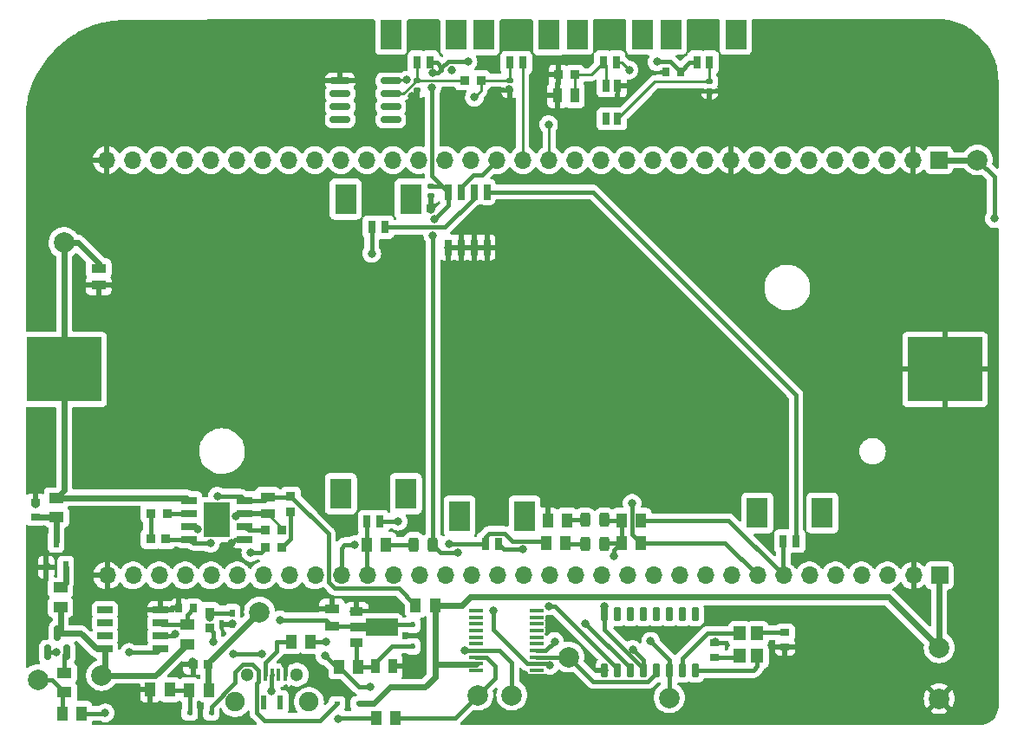
<source format=gbr>
%TF.GenerationSoftware,KiCad,Pcbnew,(6.0.2)*%
%TF.CreationDate,2022-04-08T21:48:17+02:00*%
%TF.ProjectId,main,6d61696e-2e6b-4696-9361-645f70636258,v0.02*%
%TF.SameCoordinates,Original*%
%TF.FileFunction,Copper,L1,Top*%
%TF.FilePolarity,Positive*%
%FSLAX46Y46*%
G04 Gerber Fmt 4.6, Leading zero omitted, Abs format (unit mm)*
G04 Created by KiCad (PCBNEW (6.0.2)) date 2022-04-08 21:48:17*
%MOMM*%
%LPD*%
G01*
G04 APERTURE LIST*
G04 Aperture macros list*
%AMRoundRect*
0 Rectangle with rounded corners*
0 $1 Rounding radius*
0 $2 $3 $4 $5 $6 $7 $8 $9 X,Y pos of 4 corners*
0 Add a 4 corners polygon primitive as box body*
4,1,4,$2,$3,$4,$5,$6,$7,$8,$9,$2,$3,0*
0 Add four circle primitives for the rounded corners*
1,1,$1+$1,$2,$3*
1,1,$1+$1,$4,$5*
1,1,$1+$1,$6,$7*
1,1,$1+$1,$8,$9*
0 Add four rect primitives between the rounded corners*
20,1,$1+$1,$2,$3,$4,$5,0*
20,1,$1+$1,$4,$5,$6,$7,0*
20,1,$1+$1,$6,$7,$8,$9,0*
20,1,$1+$1,$8,$9,$2,$3,0*%
%AMFreePoly0*
4,1,9,3.862500,-0.866500,0.737500,-0.866500,0.737500,-0.450000,-0.737500,-0.450000,-0.737500,0.450000,0.737500,0.450000,0.737500,0.866500,3.862500,0.866500,3.862500,-0.866500,3.862500,-0.866500,$1*%
G04 Aperture macros list end*
%TA.AperFunction,SMDPad,CuDef*%
%ADD10R,0.400000X1.250000*%
%TD*%
%TA.AperFunction,ComponentPad*%
%ADD11C,1.300000*%
%TD*%
%TA.AperFunction,ComponentPad*%
%ADD12C,1.900000*%
%TD*%
%TA.AperFunction,SMDPad,CuDef*%
%ADD13R,0.600000X1.350000*%
%TD*%
%TA.AperFunction,SMDPad,CuDef*%
%ADD14R,1.450000X1.000000*%
%TD*%
%TA.AperFunction,SMDPad,CuDef*%
%ADD15R,1.000000X1.450000*%
%TD*%
%TA.AperFunction,SMDPad,CuDef*%
%ADD16R,0.600000X0.750000*%
%TD*%
%TA.AperFunction,SMDPad,CuDef*%
%ADD17R,1.470000X0.970000*%
%TD*%
%TA.AperFunction,SMDPad,CuDef*%
%ADD18R,0.970000X1.470000*%
%TD*%
%TA.AperFunction,SMDPad,CuDef*%
%ADD19R,0.950000X0.900000*%
%TD*%
%TA.AperFunction,SMDPad,CuDef*%
%ADD20R,0.900000X0.950000*%
%TD*%
%TA.AperFunction,SMDPad,CuDef*%
%ADD21R,0.730000X0.940000*%
%TD*%
%TA.AperFunction,SMDPad,CuDef*%
%ADD22R,0.940000X0.730000*%
%TD*%
%TA.AperFunction,SMDPad,CuDef*%
%ADD23R,0.650000X1.525000*%
%TD*%
%TA.AperFunction,SMDPad,CuDef*%
%ADD24RoundRect,0.049600X0.260400X-0.605400X0.260400X0.605400X-0.260400X0.605400X-0.260400X-0.605400X0*%
%TD*%
%TA.AperFunction,SMDPad,CuDef*%
%ADD25R,1.475000X0.450000*%
%TD*%
%TA.AperFunction,SMDPad,CuDef*%
%ADD26R,1.200000X1.400000*%
%TD*%
%TA.AperFunction,SMDPad,CuDef*%
%ADD27R,0.800000X1.200000*%
%TD*%
%TA.AperFunction,SMDPad,CuDef*%
%ADD28R,0.600000X1.200000*%
%TD*%
%TA.AperFunction,SMDPad,CuDef*%
%ADD29RoundRect,0.140000X0.170000X-0.140000X0.170000X0.140000X-0.170000X0.140000X-0.170000X-0.140000X0*%
%TD*%
%TA.AperFunction,SMDPad,CuDef*%
%ADD30RoundRect,0.140000X0.140000X0.170000X-0.140000X0.170000X-0.140000X-0.170000X0.140000X-0.170000X0*%
%TD*%
%TA.AperFunction,SMDPad,CuDef*%
%ADD31RoundRect,0.140000X-0.170000X0.140000X-0.170000X-0.140000X0.170000X-0.140000X0.170000X0.140000X0*%
%TD*%
%TA.AperFunction,SMDPad,CuDef*%
%ADD32R,0.450000X0.600000*%
%TD*%
%TA.AperFunction,SMDPad,CuDef*%
%ADD33R,0.600000X0.450000*%
%TD*%
%TA.AperFunction,SMDPad,CuDef*%
%ADD34RoundRect,0.243750X-0.243750X-0.456250X0.243750X-0.456250X0.243750X0.456250X-0.243750X0.456250X0*%
%TD*%
%TA.AperFunction,SMDPad,CuDef*%
%ADD35R,1.525000X0.700000*%
%TD*%
%TA.AperFunction,SMDPad,CuDef*%
%ADD36RoundRect,0.150000X0.825000X0.150000X-0.825000X0.150000X-0.825000X-0.150000X0.825000X-0.150000X0*%
%TD*%
%TA.AperFunction,SMDPad,CuDef*%
%ADD37RoundRect,0.150000X0.150000X-0.587500X0.150000X0.587500X-0.150000X0.587500X-0.150000X-0.587500X0*%
%TD*%
%TA.AperFunction,SMDPad,CuDef*%
%ADD38R,1.300000X0.900000*%
%TD*%
%TA.AperFunction,SMDPad,CuDef*%
%ADD39FreePoly0,0.000000*%
%TD*%
%TA.AperFunction,SMDPad,CuDef*%
%ADD40R,2.513000X3.402000*%
%TD*%
%TA.AperFunction,SMDPad,CuDef*%
%ADD41C,2.000000*%
%TD*%
%TA.AperFunction,SMDPad,CuDef*%
%ADD42R,0.800000X1.300000*%
%TD*%
%TA.AperFunction,SMDPad,CuDef*%
%ADD43R,2.100000X3.000000*%
%TD*%
%TA.AperFunction,SMDPad,CuDef*%
%ADD44R,7.340000X6.350000*%
%TD*%
%TA.AperFunction,ComponentPad*%
%ADD45O,1.700000X1.700000*%
%TD*%
%TA.AperFunction,ComponentPad*%
%ADD46R,1.700000X1.700000*%
%TD*%
%TA.AperFunction,ViaPad*%
%ADD47C,0.800000*%
%TD*%
%TA.AperFunction,Conductor*%
%ADD48C,0.400000*%
%TD*%
%TA.AperFunction,Conductor*%
%ADD49C,0.560000*%
%TD*%
%TA.AperFunction,Conductor*%
%ADD50C,0.250000*%
%TD*%
G04 APERTURE END LIST*
D10*
%TO.P,J5,1,1*%
%TO.N,Net-(D3-Pad2)*%
X112970000Y-134425000D03*
%TO.P,J5,2,2*%
%TO.N,Net-(J5-Pad2)*%
X113620000Y-134425000D03*
%TO.P,J5,3,3*%
%TO.N,Net-(J5-Pad3)*%
X114270000Y-134425000D03*
%TO.P,J5,4,4*%
%TO.N,unconnected-(J5-Pad4)*%
X114920000Y-134425000D03*
%TO.P,J5,5,5*%
%TO.N,GND*%
X115570000Y-134425000D03*
D11*
%TO.P,J5,MH1*%
%TO.N,N/C*%
X111845000Y-134400000D03*
%TO.P,J5,MH2*%
X116695000Y-134400000D03*
D12*
%TO.P,J5,MH3*%
X110670000Y-137070000D03*
%TO.P,J5,MH4*%
X117870000Y-137070000D03*
D13*
%TO.P,J5,MP1*%
X113470000Y-137075000D03*
%TO.P,J5,MP2*%
X115070000Y-137075000D03*
%TD*%
D14*
%TO.P,R10,1*%
%TO.N,/Power/UVLO_OUT*%
X93990000Y-136120000D03*
%TO.P,R10,2*%
%TO.N,Net-(Q1-Pad2)*%
X93990000Y-134220000D03*
%TD*%
D15*
%TO.P,R5,1*%
%TO.N,/Power/USB (D-)*%
X118010000Y-131170000D03*
%TO.P,R5,2*%
%TO.N,Net-(J5-Pad2)*%
X116110000Y-131170000D03*
%TD*%
%TO.P,R4,2*%
%TO.N,Net-(J5-Pad3)*%
X124430000Y-138630000D03*
%TO.P,R4,1*%
%TO.N,/Power/USB (D+)*%
X126330000Y-138630000D03*
%TD*%
%TO.P,R1,1*%
%TO.N,Net-(C1-Pad1)*%
X128280000Y-127620000D03*
%TO.P,R1,2*%
%TO.N,+5V*%
X130180000Y-127620000D03*
%TD*%
%TO.P,R2,1*%
%TO.N,Net-(C2-Pad1)*%
X95692000Y-138176000D03*
%TO.P,R2,2*%
%TO.N,/Power/UVLO_OUT*%
X93792000Y-138176000D03*
%TD*%
%TO.P,R3,1*%
%TO.N,+3V0*%
X120780000Y-133630000D03*
%TO.P,R3,2*%
%TO.N,Net-(C3-Pad1)*%
X122680000Y-133630000D03*
%TD*%
D14*
%TO.P,R16,1*%
%TO.N,Net-(C6-Pad1)*%
X105950000Y-129510000D03*
%TO.P,R16,2*%
%TO.N,/Power/BATOUT*%
X105950000Y-131410000D03*
%TD*%
%TO.P,R11,1*%
%TO.N,Net-(C5-Pad1)*%
X93220000Y-119000000D03*
%TO.P,R11,2*%
%TO.N,/Power/BAT +*%
X93220000Y-117100000D03*
%TD*%
%TO.P,R12,1*%
%TO.N,/Power/BATOUT*%
X93620000Y-127790000D03*
%TO.P,R12,2*%
%TO.N,Net-(Q2-Pad2)*%
X93620000Y-125890000D03*
%TD*%
D16*
%TO.P,R15,1*%
%TO.N,Net-(IC2-Pad2)*%
X110370000Y-128360000D03*
%TO.P,R15,2*%
%TO.N,GND*%
X110370000Y-129460000D03*
%TD*%
D17*
%TO.P,C1,1*%
%TO.N,Net-(C1-Pad1)*%
X113850000Y-117030000D03*
%TO.P,C1,2*%
%TO.N,GND*%
X113850000Y-118690000D03*
%TD*%
%TO.P,C4,1*%
%TO.N,/Power/BAT +*%
X97340000Y-94680000D03*
%TO.P,C4,2*%
%TO.N,GND*%
X97340000Y-96340000D03*
%TD*%
D18*
%TO.P,C10,1*%
%TO.N,Net-(C10-Pad1)*%
X143800000Y-77760000D03*
%TO.P,C10,2*%
%TO.N,GND*%
X142140000Y-77760000D03*
%TD*%
%TO.P,C3,1*%
%TO.N,Net-(C3-Pad1)*%
X124370000Y-133600000D03*
%TO.P,C3,2*%
%TO.N,GND*%
X126030000Y-133600000D03*
%TD*%
D17*
%TO.P,C2,1*%
%TO.N,Net-(C2-Pad1)*%
X120130000Y-129640000D03*
%TO.P,C2,2*%
%TO.N,GND*%
X120130000Y-127980000D03*
%TD*%
D19*
%TO.P,R14,2*%
%TO.N,Net-(IC2-Pad2)*%
X108180000Y-128270000D03*
%TO.P,R14,1*%
%TO.N,+3V0*%
X108180000Y-129870000D03*
%TD*%
D20*
%TO.P,R9,1*%
%TO.N,Net-(D6-Pad1)*%
X115240000Y-121960000D03*
%TO.P,R9,2*%
%TO.N,Net-(IC1-Pad7)*%
X113640000Y-121960000D03*
%TD*%
%TO.P,R8,2*%
%TO.N,Net-(IC1-Pad6)*%
X104000000Y-118620000D03*
%TO.P,R8,1*%
%TO.N,Net-(D5-Pad1)*%
X102400000Y-118620000D03*
%TD*%
%TO.P,R17,1*%
%TO.N,Net-(C7-Pad2)*%
X133050000Y-76290000D03*
%TO.P,R17,2*%
%TO.N,Net-(C9-Pad1)*%
X134650000Y-76290000D03*
%TD*%
%TO.P,R18,1*%
%TO.N,Net-(C10-Pad1)*%
X143820000Y-75760000D03*
%TO.P,R18,2*%
%TO.N,GND*%
X142220000Y-75760000D03*
%TD*%
%TO.P,R13,2*%
%TO.N,GND*%
X115250000Y-120260000D03*
%TO.P,R13,1*%
%TO.N,Net-(IC1-Pad2)*%
X113650000Y-120260000D03*
%TD*%
D21*
%TO.P,C6,1*%
%TO.N,Net-(C6-Pad1)*%
X106600000Y-127920000D03*
%TO.P,C6,2*%
%TO.N,GND*%
X105180000Y-127920000D03*
%TD*%
D22*
%TO.P,C5,1*%
%TO.N,Net-(C5-Pad1)*%
X91150000Y-119000000D03*
%TO.P,C5,2*%
%TO.N,GND*%
X91150000Y-117580000D03*
%TD*%
%TO.P,C14,1*%
%TO.N,GND*%
X164360000Y-131690000D03*
%TO.P,C14,2*%
%TO.N,Net-(C14-Pad2)*%
X164360000Y-130270000D03*
%TD*%
%TO.P,C15,1*%
%TO.N,GND*%
X157502000Y-131286000D03*
%TO.P,C15,2*%
%TO.N,Net-(C15-Pad2)*%
X157502000Y-132706000D03*
%TD*%
D23*
%TO.P,IC3,8,VCC*%
%TO.N,+3V3*%
X131445000Y-87204000D03*
%TO.P,IC3,7,WP*%
%TO.N,/PA3*%
X132715000Y-87204000D03*
%TO.P,IC3,6,SCL*%
%TO.N,Net-(IC3-Pad6)*%
X133985000Y-87204000D03*
%TO.P,IC3,5,SDA*%
%TO.N,Net-(IC3-Pad5)*%
X135255000Y-87204000D03*
%TO.P,IC3,4,GND*%
%TO.N,GND*%
X135255000Y-92628000D03*
%TO.P,IC3,3,A2*%
X133985000Y-92628000D03*
%TO.P,IC3,2,A1*%
X132715000Y-92628000D03*
%TO.P,IC3,1,A0*%
X131445000Y-92628000D03*
%TD*%
D24*
%TO.P,U4,2,TXD*%
%TO.N,Net-(J13-Pad1)*%
X147985000Y-134010000D03*
%TO.P,U4,13,~{DTR}*%
%TO.N,unconnected-(U4-Pad13)*%
X150525000Y-128510000D03*
%TO.P,U4,1,GND*%
%TO.N,GND*%
X146715000Y-134010000D03*
%TO.P,U4,3,RXD*%
%TO.N,Net-(J12-Pad1)*%
X149255000Y-134010000D03*
%TO.P,U4,4,V3*%
%TO.N,+3V3*%
X150525000Y-134010000D03*
%TO.P,U4,14,~{RTS}*%
%TO.N,unconnected-(U4-Pad14)*%
X149255000Y-128510000D03*
%TO.P,U4,12,~{DCD}*%
%TO.N,unconnected-(U4-Pad12)*%
X151795000Y-128510000D03*
%TO.P,U4,11,~{RI}*%
%TO.N,unconnected-(U4-Pad11)*%
X153065000Y-128510000D03*
%TO.P,U4,6,UD-*%
%TO.N,Net-(IC4-Pad4)*%
X153065000Y-134010000D03*
%TO.P,U4,9,~{CTS}*%
%TO.N,unconnected-(U4-Pad9)*%
X155605000Y-128510000D03*
%TO.P,U4,5,UD+*%
%TO.N,Net-(IC4-Pad3)*%
X151795000Y-134010000D03*
%TO.P,U4,7,XI*%
%TO.N,Net-(U4-Pad7)*%
X154335000Y-134010000D03*
%TO.P,U4,10,~{DSR}*%
%TO.N,unconnected-(U4-Pad10)*%
X154335000Y-128510000D03*
%TO.P,U4,8,XO*%
%TO.N,Net-(U4-Pad8)*%
X155605000Y-134010000D03*
%TO.P,U4,15,R232*%
%TO.N,unconnected-(U4-Pad15)*%
X147985000Y-128510000D03*
%TO.P,U4,16,VCC*%
%TO.N,+3V3*%
X146715000Y-128510000D03*
%TD*%
D25*
%TO.P,IC4,1,A1*%
%TO.N,unconnected-(IC4-Pad1)*%
X140098000Y-133989000D03*
%TO.P,IC4,2,VCCA*%
%TO.N,+3V3*%
X140098000Y-133339000D03*
%TO.P,IC4,3,A2*%
%TO.N,Net-(IC4-Pad3)*%
X140098000Y-132689000D03*
%TO.P,IC4,4,A3*%
%TO.N,Net-(IC4-Pad4)*%
X140098000Y-132039000D03*
%TO.P,IC4,5,A4*%
%TO.N,unconnected-(IC4-Pad5)*%
X140098000Y-131389000D03*
%TO.P,IC4,6,A5*%
%TO.N,unconnected-(IC4-Pad6)*%
X140098000Y-130739000D03*
%TO.P,IC4,7,A6*%
%TO.N,unconnected-(IC4-Pad7)*%
X140098000Y-130089000D03*
%TO.P,IC4,8,A7*%
%TO.N,unconnected-(IC4-Pad8)*%
X140098000Y-129439000D03*
%TO.P,IC4,9,A8*%
%TO.N,unconnected-(IC4-Pad9)*%
X140098000Y-128789000D03*
%TO.P,IC4,10,OE*%
%TO.N,unconnected-(IC4-Pad10)*%
X140098000Y-128139000D03*
%TO.P,IC4,11,GND*%
%TO.N,unconnected-(IC4-Pad11)*%
X134222000Y-128139000D03*
%TO.P,IC4,12,B8*%
%TO.N,unconnected-(IC4-Pad12)*%
X134222000Y-128789000D03*
%TO.P,IC4,13,B7*%
%TO.N,unconnected-(IC4-Pad13)*%
X134222000Y-129439000D03*
%TO.P,IC4,14,B6*%
%TO.N,unconnected-(IC4-Pad14)*%
X134222000Y-130089000D03*
%TO.P,IC4,15,B5*%
%TO.N,unconnected-(IC4-Pad15)*%
X134222000Y-130739000D03*
%TO.P,IC4,16,B4*%
%TO.N,unconnected-(IC4-Pad16)*%
X134222000Y-131389000D03*
%TO.P,IC4,17,B3*%
%TO.N,/Power/USB (D-)*%
X134222000Y-132039000D03*
%TO.P,IC4,18,B2*%
%TO.N,/Power/USB (D+)*%
X134222000Y-132689000D03*
%TO.P,IC4,19,VCCB*%
%TO.N,+5V*%
X134222000Y-133339000D03*
%TO.P,IC4,20,B1*%
%TO.N,unconnected-(IC4-Pad20)*%
X134222000Y-133989000D03*
%TD*%
D26*
%TO.P,Y1,1,CRYSTAL_1*%
%TO.N,Net-(U4-Pad7)*%
X159954000Y-130380000D03*
%TO.P,Y1,2,GND_1*%
%TO.N,Net-(C15-Pad2)*%
X159954000Y-132580000D03*
%TO.P,Y1,3,CRYSTAL_2*%
%TO.N,Net-(U4-Pad8)*%
X161654000Y-132580000D03*
%TO.P,Y1,4,GND_2*%
%TO.N,Net-(C14-Pad2)*%
X161654000Y-130380000D03*
%TD*%
D21*
%TO.P,C11,1*%
%TO.N,GND*%
X152706000Y-75438000D03*
%TO.P,C11,2*%
%TO.N,+3V3*%
X154126000Y-75438000D03*
%TD*%
D15*
%TO.P,R19,1*%
%TO.N,/PB7*%
X150300000Y-119340000D03*
%TO.P,R19,2*%
%TO.N,+3V3*%
X148400000Y-119340000D03*
%TD*%
%TO.P,R6,1*%
%TO.N,Net-(D4-Pad1)*%
X104290000Y-135860000D03*
%TO.P,R6,2*%
%TO.N,GND*%
X102390000Y-135860000D03*
%TD*%
%TO.P,R7,1*%
%TO.N,/Power/USBDETECT*%
X108070000Y-135890000D03*
%TO.P,R7,2*%
%TO.N,Net-(D4-Pad1)*%
X106170000Y-135890000D03*
%TD*%
%TO.P,R20,2*%
%TO.N,+3V3*%
X148380000Y-121540000D03*
%TO.P,R20,1*%
%TO.N,/PB6*%
X150280000Y-121540000D03*
%TD*%
%TO.P,R21,1*%
%TO.N,/PA9*%
X141040000Y-121550000D03*
%TO.P,R21,2*%
%TO.N,Net-(D7-Pad1)*%
X142940000Y-121550000D03*
%TD*%
%TO.P,R22,1*%
%TO.N,/PA10*%
X123510000Y-121666000D03*
%TO.P,R22,2*%
%TO.N,Net-(D8-Pad1)*%
X125410000Y-121666000D03*
%TD*%
%TO.P,R23,2*%
%TO.N,Net-(D9-Pad1)*%
X143080000Y-119310000D03*
%TO.P,R23,1*%
%TO.N,GND*%
X141180000Y-119310000D03*
%TD*%
D27*
%TO.P,U3,4*%
%TO.N,N/C*%
X146875000Y-80060000D03*
%TO.P,U3,3,Vs*%
%TO.N,Net-(C8-Pad1)*%
X148025000Y-80060000D03*
%TO.P,U3,2,GND*%
%TO.N,GND*%
X148025000Y-76860000D03*
%TO.P,U3,1,OUT*%
%TO.N,Net-(C10-Pad1)*%
X146875000Y-76860000D03*
%TD*%
D28*
%TO.P,Q2,1,G*%
%TO.N,GND*%
X92220000Y-123880000D03*
%TO.P,Q2,2,S*%
%TO.N,Net-(Q2-Pad2)*%
X94120000Y-123880000D03*
%TO.P,Q2,3,D*%
%TO.N,Net-(C5-Pad1)*%
X93170000Y-121380000D03*
%TD*%
D29*
%TO.P,C7,1*%
%TO.N,GND*%
X128400000Y-77280000D03*
%TO.P,C7,2*%
%TO.N,Net-(C7-Pad2)*%
X128400000Y-76320000D03*
%TD*%
%TO.P,C13,2*%
%TO.N,+3V3*%
X129794000Y-86642000D03*
%TO.P,C13,1*%
%TO.N,GND*%
X129794000Y-87602000D03*
%TD*%
D30*
%TO.P,C12,1*%
%TO.N,GND*%
X131798000Y-75184000D03*
%TO.P,C12,2*%
%TO.N,+3V3*%
X130838000Y-75184000D03*
%TD*%
D31*
%TO.P,C9,1*%
%TO.N,Net-(C9-Pad1)*%
X137470000Y-76310000D03*
%TO.P,C9,2*%
%TO.N,GND*%
X137470000Y-77270000D03*
%TD*%
%TO.P,C8,1*%
%TO.N,Net-(C8-Pad1)*%
X157000000Y-76420000D03*
%TO.P,C8,2*%
%TO.N,GND*%
X157000000Y-77380000D03*
%TD*%
D32*
%TO.P,D2,1,K*%
%TO.N,Net-(C2-Pad1)*%
X128010000Y-129520000D03*
%TO.P,D2,2,A*%
%TO.N,Net-(C3-Pad1)*%
X128010000Y-131620000D03*
%TD*%
D33*
%TO.P,D3,1,K*%
%TO.N,+5V*%
X122720000Y-137220000D03*
%TO.P,D3,2,A*%
%TO.N,Net-(D3-Pad2)*%
X120620000Y-137220000D03*
%TD*%
%TO.P,D4,2,A*%
%TO.N,Net-(D3-Pad2)*%
X108320000Y-138150000D03*
%TO.P,D4,1,K*%
%TO.N,Net-(D4-Pad1)*%
X106220000Y-138150000D03*
%TD*%
D20*
%TO.P,D5,1,K*%
%TO.N,Net-(D5-Pad1)*%
X102400000Y-121140000D03*
%TO.P,D5,2,A*%
%TO.N,Net-(C1-Pad1)*%
X103900000Y-121140000D03*
%TD*%
D34*
%TO.P,D7,2,A*%
%TO.N,+3V3*%
X146725000Y-121580000D03*
%TO.P,D7,1,K*%
%TO.N,Net-(D7-Pad1)*%
X144850000Y-121580000D03*
%TD*%
%TO.P,D8,1,K*%
%TO.N,Net-(D8-Pad1)*%
X128094500Y-121666000D03*
%TO.P,D8,2,A*%
%TO.N,+3V3*%
X129969500Y-121666000D03*
%TD*%
%TO.P,D9,1,K*%
%TO.N,Net-(D9-Pad1)*%
X144842500Y-119260000D03*
%TO.P,D9,2,A*%
%TO.N,+3V3*%
X146717500Y-119260000D03*
%TD*%
D35*
%TO.P,IC2,1,OUTPUTA*%
%TO.N,Net-(IC2-Pad1)*%
X103382000Y-131905000D03*
%TO.P,IC2,2,INPUTSA_1*%
%TO.N,Net-(IC2-Pad2)*%
X103382000Y-130635000D03*
%TO.P,IC2,3,INPUTSA_2*%
%TO.N,Net-(C6-Pad1)*%
X103382000Y-129365000D03*
%TO.P,IC2,4,GND*%
%TO.N,GND*%
X103382000Y-128095000D03*
%TO.P,IC2,5,INPUTSB_1*%
%TO.N,unconnected-(IC2-Pad5)*%
X97958000Y-128095000D03*
%TO.P,IC2,6,INPUTSB_2*%
%TO.N,unconnected-(IC2-Pad6)*%
X97958000Y-129365000D03*
%TO.P,IC2,7,OUTPUTB*%
%TO.N,unconnected-(IC2-Pad7)*%
X97958000Y-130635000D03*
%TO.P,IC2,8,VCC*%
%TO.N,/Power/BATOUT*%
X97958000Y-131905000D03*
%TD*%
D36*
%TO.P,U2,1,NC*%
%TO.N,unconnected-(U2-Pad1)*%
X125865000Y-80165000D03*
%TO.P,U2,2,NC*%
%TO.N,unconnected-(U2-Pad2)*%
X125865000Y-78895000D03*
%TO.P,U2,3,VDD*%
%TO.N,Net-(C7-Pad2)*%
X125865000Y-77625000D03*
%TO.P,U2,4,DQ*%
%TO.N,Net-(C9-Pad1)*%
X125865000Y-76355000D03*
%TO.P,U2,5,GND*%
%TO.N,GND*%
X120915000Y-76355000D03*
%TO.P,U2,6,NC*%
%TO.N,unconnected-(U2-Pad6)*%
X120915000Y-77625000D03*
%TO.P,U2,7,NC*%
%TO.N,unconnected-(U2-Pad7)*%
X120915000Y-78895000D03*
%TO.P,U2,8,NC*%
%TO.N,unconnected-(U2-Pad8)*%
X120915000Y-80165000D03*
%TD*%
D37*
%TO.P,Q1,1,B*%
%TO.N,Net-(IC2-Pad1)*%
X92320000Y-132227500D03*
%TO.P,Q1,2,E*%
%TO.N,Net-(Q1-Pad2)*%
X94220000Y-132227500D03*
%TO.P,Q1,3,C*%
%TO.N,/Power/BATOUT*%
X93270000Y-130352500D03*
%TD*%
D38*
%TO.P,U1,1,GND*%
%TO.N,GND*%
X122540000Y-128250000D03*
D39*
%TO.P,U1,2,VIN*%
%TO.N,Net-(C2-Pad1)*%
X122627500Y-129750000D03*
D38*
%TO.P,U1,3,VOUT*%
%TO.N,Net-(C3-Pad1)*%
X122540000Y-131250000D03*
%TD*%
D20*
%TO.P,D1,1,K*%
%TO.N,GND*%
X106550000Y-133420000D03*
%TO.P,D1,2,A*%
%TO.N,/Power/USBDETECT*%
X108050000Y-133420000D03*
%TD*%
D19*
%TO.P,D6,1,K*%
%TO.N,Net-(D6-Pad1)*%
X116100000Y-118450000D03*
%TO.P,D6,2,A*%
%TO.N,Net-(C1-Pad1)*%
X116100000Y-116950000D03*
%TD*%
D35*
%TO.P,IC1,1,TEMP*%
%TO.N,GND*%
X111612000Y-121155000D03*
%TO.P,IC1,2,PROG*%
%TO.N,Net-(IC1-Pad2)*%
X111612000Y-119885000D03*
%TO.P,IC1,3,GND*%
%TO.N,GND*%
X111612000Y-118615000D03*
%TO.P,IC1,4,VCC*%
%TO.N,Net-(C1-Pad1)*%
X111612000Y-117345000D03*
%TO.P,IC1,5,BAT*%
%TO.N,/Power/BAT +*%
X106188000Y-117345000D03*
%TO.P,IC1,6,~{STDBY}*%
%TO.N,Net-(IC1-Pad6)*%
X106188000Y-118615000D03*
%TO.P,IC1,7,~{CHRG}*%
%TO.N,Net-(IC1-Pad7)*%
X106188000Y-119885000D03*
%TO.P,IC1,8,CE*%
%TO.N,Net-(C1-Pad1)*%
X106188000Y-121155000D03*
D40*
%TO.P,IC1,9,EP*%
%TO.N,unconnected-(IC1-Pad9)*%
X108900000Y-119250000D03*
%TD*%
D41*
%TO.P,TP5,1,1*%
%TO.N,/Power/BAT +*%
X93960000Y-92160000D03*
%TD*%
%TO.P,TP10,1,1*%
%TO.N,Net-(IC4-Pad3)*%
X143240000Y-132680000D03*
%TD*%
%TO.P,TP6,1,1*%
%TO.N,/Power/BATOUT*%
X97620000Y-134460000D03*
%TD*%
%TO.P,TP11,1,1*%
%TO.N,Net-(IC4-Pad4)*%
X153060000Y-136650000D03*
%TD*%
%TO.P,TP3,1,1*%
%TO.N,/Power/USB (D+)*%
X134366000Y-136398000D03*
%TD*%
%TO.P,TP2,1,1*%
%TO.N,/Power/USBDETECT*%
X113030000Y-128270000D03*
%TD*%
%TO.P,TP1,1,1*%
%TO.N,+5V*%
X179410000Y-131760000D03*
%TD*%
%TO.P,TP7,1,1*%
%TO.N,/Power/UVLO_OUT*%
X91390000Y-134890000D03*
%TD*%
%TO.P,TP9,1,1*%
%TO.N,+3V0*%
X183134000Y-84074000D03*
%TD*%
%TO.P,TP4,1,1*%
%TO.N,/Power/USB (D-)*%
X137668000Y-136398000D03*
%TD*%
D42*
%TO.P,J9,1,Pin_1*%
%TO.N,/PA1*%
X147865000Y-74549500D03*
%TO.P,J9,2,Pin_2*%
%TO.N,Net-(C10-Pad1)*%
X146615000Y-74549500D03*
D43*
%TO.P,J9,3*%
%TO.N,N/C*%
X150415000Y-71799500D03*
%TO.P,J9,4*%
X144065000Y-71799500D03*
%TD*%
D42*
%TO.P,J8,1,Pin_1*%
%TO.N,/PA2*%
X138745000Y-74579500D03*
%TO.P,J8,2,Pin_2*%
%TO.N,Net-(C9-Pad1)*%
X137495000Y-74579500D03*
D43*
%TO.P,J8,3*%
%TO.N,N/C*%
X141295000Y-71829500D03*
%TO.P,J8,4*%
X134945000Y-71829500D03*
%TD*%
D42*
%TO.P,J7,1,Pin_1*%
%TO.N,+3V3*%
X129685000Y-74549500D03*
%TO.P,J7,2,Pin_2*%
%TO.N,Net-(C7-Pad2)*%
X128435000Y-74549500D03*
D43*
%TO.P,J7,3*%
%TO.N,N/C*%
X132235000Y-71799500D03*
%TO.P,J7,4*%
X125885000Y-71799500D03*
%TD*%
%TO.P,J6,4*%
%TO.N,N/C*%
X153195000Y-71799500D03*
%TO.P,J6,3*%
X159545000Y-71799500D03*
D42*
%TO.P,J6,2,Pin_2*%
%TO.N,+3V3*%
X155745000Y-74549500D03*
%TO.P,J6,1,Pin_1*%
%TO.N,Net-(C8-Pad1)*%
X156995000Y-74549500D03*
%TD*%
D43*
%TO.P,J11,4*%
%TO.N,N/C*%
X161635000Y-118599500D03*
%TO.P,J11,3*%
X167985000Y-118599500D03*
D42*
%TO.P,J11,2,Pin_2*%
%TO.N,/PB7*%
X164185000Y-121349500D03*
%TO.P,J11,1,Pin_1*%
%TO.N,Net-(IC3-Pad5)*%
X165435000Y-121349500D03*
%TD*%
%TO.P,J10,1,Pin_1*%
%TO.N,Net-(IC3-Pad6)*%
X125260000Y-90660000D03*
%TO.P,J10,2,Pin_2*%
%TO.N,/PB6*%
X124010000Y-90660000D03*
D43*
%TO.P,J10,3*%
%TO.N,N/C*%
X127810000Y-87910000D03*
%TO.P,J10,4*%
X121460000Y-87910000D03*
%TD*%
D42*
%TO.P,J12,1,Pin_1*%
%TO.N,Net-(J12-Pad1)*%
X136375000Y-121639500D03*
%TO.P,J12,2,Pin_2*%
%TO.N,/PA9*%
X135125000Y-121639500D03*
D43*
%TO.P,J12,3*%
%TO.N,N/C*%
X138925000Y-118889500D03*
%TO.P,J12,4*%
X132575000Y-118889500D03*
%TD*%
D42*
%TO.P,J13,1,Pin_1*%
%TO.N,Net-(J13-Pad1)*%
X124785000Y-119459500D03*
%TO.P,J13,2,Pin_2*%
%TO.N,/PA10*%
X123535000Y-119459500D03*
D43*
%TO.P,J13,3*%
%TO.N,N/C*%
X127335000Y-116709500D03*
%TO.P,J13,4*%
X120985000Y-116709500D03*
%TD*%
D44*
%TO.P,BT1,2,-*%
%TO.N,GND*%
X179975000Y-104550000D03*
%TO.P,BT1,1,+*%
%TO.N,/Power/BAT +*%
X93975000Y-104550000D03*
%TD*%
D41*
%TO.P,TP8,1,1*%
%TO.N,GND*%
X179410000Y-136740000D03*
%TD*%
D45*
%TO.P,J2,33,Pin_33*%
%TO.N,GND*%
X98120000Y-84100000D03*
%TO.P,J2,32,Pin_32*%
%TO.N,/PB12*%
X100660000Y-84100000D03*
%TO.P,J2,31,Pin_31*%
%TO.N,/PB11*%
X103200000Y-84100000D03*
%TO.P,J2,30,Pin_30*%
%TO.N,/PB10*%
X105740000Y-84100000D03*
%TO.P,J2,29,Pin_29*%
%TO.N,/PB2*%
X108280000Y-84100000D03*
%TO.P,J2,28,Pin_28*%
%TO.N,/PB1*%
X110820000Y-84100000D03*
%TO.P,J2,27,Pin_27*%
%TO.N,/PB0*%
X113360000Y-84100000D03*
%TO.P,J2,26,Pin_26*%
%TO.N,/PC5*%
X115900000Y-84100000D03*
%TO.P,J2,25,Pin_25*%
%TO.N,/PC4*%
X118440000Y-84100000D03*
%TO.P,J2,24,Pin_24*%
%TO.N,/PA7*%
X120980000Y-84100000D03*
%TO.P,J2,23,Pin_23*%
%TO.N,/PA6*%
X123520000Y-84100000D03*
%TO.P,J2,22,Pin_22*%
%TO.N,/PA5*%
X126060000Y-84100000D03*
%TO.P,J2,21,Pin_21*%
%TO.N,/PA4*%
X128600000Y-84100000D03*
%TO.P,J2,20,Pin_20*%
%TO.N,/PF5*%
X131140000Y-84100000D03*
%TO.P,J2,19,Pin_19*%
%TO.N,/PF4*%
X133680000Y-84100000D03*
%TO.P,J2,18,Pin_18*%
%TO.N,/PA3*%
X136220000Y-84100000D03*
%TO.P,J2,17,Pin_17*%
%TO.N,/PA2*%
X138760000Y-84100000D03*
%TO.P,J2,16,Pin_16*%
%TO.N,/PA1*%
X141300000Y-84100000D03*
%TO.P,J2,15,Pin_15*%
%TO.N,/PA0*%
X143840000Y-84100000D03*
%TO.P,J2,14,Pin_14*%
%TO.N,/PC3*%
X146380000Y-84100000D03*
%TO.P,J2,13,Pin_13*%
%TO.N,/PC2*%
X148920000Y-84100000D03*
%TO.P,J2,12,Pin_12*%
%TO.N,/PC1*%
X151460000Y-84100000D03*
%TO.P,J2,11,Pin_11*%
%TO.N,/PC0*%
X154000000Y-84100000D03*
%TO.P,J2,10,Pin_10*%
%TO.N,/NRST*%
X156540000Y-84100000D03*
%TO.P,J2,9,Pin_9*%
%TO.N,GND*%
X159080000Y-84100000D03*
%TO.P,J2,8,Pin_8*%
%TO.N,/PF1*%
X161620000Y-84100000D03*
%TO.P,J2,7,Pin_7*%
%TO.N,/PF0*%
X164160000Y-84100000D03*
%TO.P,J2,6,Pin_6*%
%TO.N,/PC15*%
X166700000Y-84100000D03*
%TO.P,J2,5,Pin_5*%
%TO.N,/PC14*%
X169240000Y-84100000D03*
%TO.P,J2,4,Pin_4*%
%TO.N,/PC13*%
X171780000Y-84100000D03*
%TO.P,J2,3,Pin_3*%
%TO.N,/VBAT*%
X174320000Y-84100000D03*
%TO.P,J2,2,Pin_2*%
%TO.N,GND*%
X176860000Y-84100000D03*
D46*
%TO.P,J2,1,Pin_1*%
%TO.N,+3V0*%
X179400000Y-84100000D03*
%TD*%
D45*
%TO.P,J3,33,Pin_33*%
%TO.N,GND*%
X98160000Y-124700000D03*
%TO.P,J3,32,Pin_32*%
%TO.N,/PB13*%
X100700000Y-124700000D03*
%TO.P,J3,31,Pin_31*%
%TO.N,/PB14*%
X103240000Y-124700000D03*
%TO.P,J3,30,Pin_30*%
%TO.N,/PB15*%
X105780000Y-124700000D03*
%TO.P,J3,29,Pin_29*%
%TO.N,/PC6*%
X108320000Y-124700000D03*
%TO.P,J3,28,Pin_28*%
%TO.N,/PC7*%
X110860000Y-124700000D03*
%TO.P,J3,27,Pin_27*%
%TO.N,/PC8*%
X113400000Y-124700000D03*
%TO.P,J3,26,Pin_26*%
%TO.N,/PC9*%
X115940000Y-124700000D03*
%TO.P,J3,25,Pin_25*%
%TO.N,/PA8*%
X118480000Y-124700000D03*
%TO.P,J3,24,Pin_24*%
%TO.N,/PA9*%
X121020000Y-124700000D03*
%TO.P,J3,23,Pin_23*%
%TO.N,/PA10*%
X123560000Y-124700000D03*
%TO.P,J3,22,Pin_22*%
%TO.N,/PA11*%
X126100000Y-124700000D03*
%TO.P,J3,21,Pin_21*%
%TO.N,/PA12*%
X128640000Y-124700000D03*
%TO.P,J3,20,Pin_20*%
%TO.N,/PA13*%
X131180000Y-124700000D03*
%TO.P,J3,19,Pin_19*%
%TO.N,/PF6*%
X133720000Y-124700000D03*
%TO.P,J3,18,Pin_18*%
%TO.N,/PF7*%
X136260000Y-124700000D03*
%TO.P,J3,17,Pin_17*%
%TO.N,/PA14*%
X138800000Y-124700000D03*
%TO.P,J3,16,Pin_16*%
%TO.N,/PA15*%
X141340000Y-124700000D03*
%TO.P,J3,15,Pin_15*%
%TO.N,/PC10*%
X143880000Y-124700000D03*
%TO.P,J3,14,Pin_14*%
%TO.N,/PC11*%
X146420000Y-124700000D03*
%TO.P,J3,13,Pin_13*%
%TO.N,/PC12*%
X148960000Y-124700000D03*
%TO.P,J3,12,Pin_12*%
%TO.N,/PD2*%
X151500000Y-124700000D03*
%TO.P,J3,11,Pin_11*%
%TO.N,/PB3*%
X154040000Y-124700000D03*
%TO.P,J3,10,Pin_10*%
%TO.N,/PB4*%
X156580000Y-124700000D03*
%TO.P,J3,9,Pin_9*%
%TO.N,/PB5*%
X159120000Y-124700000D03*
%TO.P,J3,8,Pin_8*%
%TO.N,/PB6*%
X161660000Y-124700000D03*
%TO.P,J3,7,Pin_7*%
%TO.N,/PB7*%
X164200000Y-124700000D03*
%TO.P,J3,6,Pin_6*%
%TO.N,/BOOT*%
X166740000Y-124700000D03*
%TO.P,J3,5,Pin_5*%
%TO.N,VDD*%
X169280000Y-124700000D03*
%TO.P,J3,4,Pin_4*%
%TO.N,/PB8*%
X171820000Y-124700000D03*
%TO.P,J3,3,Pin_3*%
%TO.N,/PB9*%
X174360000Y-124700000D03*
%TO.P,J3,2,Pin_2*%
%TO.N,GND*%
X176900000Y-124700000D03*
D46*
%TO.P,J3,1,Pin_1*%
%TO.N,+5V*%
X179440000Y-124700000D03*
%TD*%
D47*
%TO.N,GND*%
X115590000Y-133369500D03*
%TO.N,Net-(J5-Pad3)*%
X114225036Y-136009687D03*
%TO.N,/PB6*%
X124000000Y-93230000D03*
%TO.N,GND*%
X131445000Y-92628000D03*
X146715000Y-134010000D03*
X137370000Y-77189500D03*
X131798000Y-75273980D03*
X127926784Y-77810884D03*
%TO.N,+3V3*%
X149470000Y-131929500D03*
X141410000Y-133479500D03*
%TO.N,GND*%
X110430000Y-129450000D03*
X157540000Y-131179500D03*
X91170000Y-117750000D03*
X92270000Y-123790000D03*
X126080000Y-133740000D03*
X122260000Y-128210000D03*
X106520000Y-133170000D03*
X102470000Y-135660000D03*
X110756002Y-118890000D03*
X110280000Y-121560000D03*
%TO.N,Net-(J13-Pad1)*%
X126570000Y-119400000D03*
X141271249Y-127690989D03*
%TO.N,+3V3*%
X132380000Y-122439000D03*
X135900000Y-128120000D03*
X130140000Y-89860500D03*
X129970000Y-91459500D03*
%TO.N,/PA9*%
X131520000Y-121640000D03*
X122340000Y-121690000D03*
%TO.N,+3V3*%
X147670000Y-122840000D03*
X146720000Y-127690989D03*
%TO.N,GND*%
X129770000Y-88910000D03*
%TO.N,+3V3*%
X151850000Y-74480000D03*
X133400000Y-74480000D03*
%TO.N,/PB6*%
X149420000Y-117640000D03*
%TO.N,Net-(J12-Pad1)*%
X144880000Y-129390000D03*
X138750000Y-122170000D03*
%TO.N,Net-(IC4-Pad4)*%
X141850000Y-131160000D03*
X151230000Y-131130000D03*
%TO.N,Net-(IC1-Pad7)*%
X112190000Y-122450000D03*
X107043998Y-120212835D03*
%TO.N,/Power/USB (D-)*%
X119570000Y-131180000D03*
X133097640Y-132022360D03*
%TO.N,Net-(J5-Pad3)*%
X120760000Y-138710000D03*
%TO.N,+3V0*%
X108570000Y-131170000D03*
X110460000Y-132370000D03*
X119450000Y-132570000D03*
X113280000Y-132400000D03*
X184800000Y-89810000D03*
X123880000Y-135570000D03*
%TO.N,+3V3*%
X129990000Y-75565500D03*
X129880000Y-77014500D03*
%TO.N,Net-(C1-Pad1)*%
X108920000Y-116949498D03*
X108260000Y-121550502D03*
%TO.N,Net-(C2-Pad1)*%
X115020000Y-129030000D03*
X97970000Y-138140000D03*
%TO.N,Net-(IC2-Pad2)*%
X104828892Y-130460000D03*
X108150000Y-128820498D03*
%TO.N,Net-(IC2-Pad1)*%
X100320000Y-132220000D03*
X93233923Y-132197599D03*
%TO.N,/PA1*%
X141270000Y-80630000D03*
X149130000Y-75290000D03*
%TO.N,Net-(C9-Pad1)*%
X127414486Y-76273986D03*
X134020000Y-77960000D03*
%TD*%
D48*
%TO.N,GND*%
X115570000Y-133389500D02*
X115590000Y-133369500D01*
X115570000Y-134425000D02*
X115570000Y-133389500D01*
%TO.N,Net-(J5-Pad3)*%
X114225036Y-136009687D02*
X114225036Y-134469964D01*
X114225036Y-134469964D02*
X114270000Y-134425000D01*
%TO.N,Net-(D3-Pad2)*%
X112770000Y-138149022D02*
X112770000Y-135240000D01*
X113500489Y-138879511D02*
X112770000Y-138149022D01*
X112770000Y-135240000D02*
X112970000Y-135040000D01*
X112970000Y-135040000D02*
X112970000Y-134425000D01*
X118960489Y-138879511D02*
X113500489Y-138879511D01*
X120620000Y-137220000D02*
X118960489Y-138879511D01*
%TO.N,Net-(J5-Pad2)*%
X114730000Y-132080680D02*
X113620000Y-133190680D01*
X113620000Y-133190680D02*
X113620000Y-134425000D01*
X114730000Y-131170000D02*
X114730000Y-132080680D01*
X116110000Y-131170000D02*
X114730000Y-131170000D01*
%TO.N,Net-(D3-Pad2)*%
X112970000Y-134000000D02*
X112970000Y-134425000D01*
X112320000Y-133350000D02*
X112970000Y-134000000D01*
X110641502Y-135190000D02*
X110641502Y-134119264D01*
X110641502Y-134119264D02*
X111410766Y-133350000D01*
X108320000Y-137511502D02*
X110641502Y-135190000D01*
X111410766Y-133350000D02*
X112320000Y-133350000D01*
X108320000Y-138150000D02*
X108320000Y-137511502D01*
%TO.N,+3V3*%
X153168000Y-74480000D02*
X154126000Y-75438000D01*
X155014500Y-74549500D02*
X154126000Y-75438000D01*
%TO.N,/PB6*%
X124000000Y-92230000D02*
X124010000Y-92220000D01*
X124000000Y-93230000D02*
X124000000Y-92230000D01*
%TO.N,+3V3*%
X130359500Y-74549500D02*
X129685000Y-74549500D01*
X130838000Y-75028000D02*
X130359500Y-74549500D01*
X130838000Y-75184000D02*
X130838000Y-75028000D01*
%TO.N,GND*%
X137450500Y-77270000D02*
X137370000Y-77189500D01*
X137470000Y-77270000D02*
X137450500Y-77270000D01*
X131798000Y-75184000D02*
X131798000Y-75273980D01*
X128400000Y-77337668D02*
X127926784Y-77810884D01*
X128400000Y-77280000D02*
X128400000Y-77337668D01*
%TO.N,+3V3*%
X149470000Y-131929500D02*
X150525000Y-132984500D01*
X141269500Y-133339000D02*
X141410000Y-133479500D01*
X140098000Y-133339000D02*
X141269500Y-133339000D01*
X150525000Y-132984500D02*
X150525000Y-134010000D01*
%TO.N,GND*%
X110420000Y-129460000D02*
X110430000Y-129450000D01*
X110370000Y-129460000D02*
X110420000Y-129460000D01*
X157502000Y-131217500D02*
X157540000Y-131179500D01*
X157502000Y-131286000D02*
X157502000Y-131217500D01*
X91150000Y-117730000D02*
X91170000Y-117750000D01*
X91150000Y-117580000D02*
X91150000Y-117730000D01*
X92220000Y-123840000D02*
X92270000Y-123790000D01*
X92220000Y-123880000D02*
X92220000Y-123840000D01*
X126030000Y-133690000D02*
X126080000Y-133740000D01*
X126030000Y-133600000D02*
X126030000Y-133690000D01*
X122300000Y-128250000D02*
X122260000Y-128210000D01*
X122540000Y-128250000D02*
X122300000Y-128250000D01*
X106550000Y-133200000D02*
X106520000Y-133170000D01*
X106550000Y-133420000D02*
X106550000Y-133200000D01*
X102390000Y-135740000D02*
X102470000Y-135660000D01*
X102390000Y-135860000D02*
X102390000Y-135740000D01*
%TO.N,Net-(C1-Pad1)*%
X119750000Y-125310000D02*
X119750000Y-120600000D01*
X120389511Y-125949511D02*
X119750000Y-125310000D01*
X126609511Y-125949511D02*
X120389511Y-125949511D01*
X119750000Y-120600000D02*
X116100000Y-116950000D01*
X128280000Y-127620000D02*
X126609511Y-125949511D01*
D49*
%TO.N,+5V*%
X130318520Y-133368520D02*
X130180000Y-133230000D01*
X130180000Y-133230000D02*
X130180000Y-134629022D01*
X130180000Y-130348537D02*
X130180000Y-133230000D01*
X134222000Y-133368520D02*
X130318520Y-133368520D01*
X130180000Y-134629022D02*
X129189022Y-135620000D01*
X130180000Y-127620000D02*
X130180000Y-130348537D01*
X133627989Y-126811489D02*
X174461489Y-126811489D01*
X132819478Y-127620000D02*
X133627989Y-126811489D01*
X130180000Y-127620000D02*
X132819478Y-127620000D01*
X174461489Y-126811489D02*
X179410000Y-131760000D01*
D48*
%TO.N,Net-(C3-Pad1)*%
X125990978Y-131620000D02*
X128010000Y-131620000D01*
X124370000Y-133240978D02*
X125990978Y-131620000D01*
X124370000Y-133600000D02*
X124370000Y-133240978D01*
%TO.N,Net-(C2-Pad1)*%
X122857500Y-129520000D02*
X128010000Y-129520000D01*
X122627500Y-129750000D02*
X122857500Y-129520000D01*
%TO.N,GND*%
X111031002Y-118615000D02*
X110756002Y-118890000D01*
X111612000Y-118615000D02*
X111031002Y-118615000D01*
D50*
X115250000Y-120090000D02*
X113850000Y-118690000D01*
X115250000Y-120260000D02*
X115250000Y-120090000D01*
D48*
X113850000Y-118690000D02*
X113850000Y-118860000D01*
X113775000Y-118615000D02*
X113850000Y-118690000D01*
X111612000Y-118615000D02*
X113775000Y-118615000D01*
X110685000Y-121155000D02*
X110280000Y-121560000D01*
X111612000Y-121155000D02*
X110685000Y-121155000D01*
%TO.N,Net-(J13-Pad1)*%
X124844500Y-119400000D02*
X124785000Y-119459500D01*
X126570000Y-119400000D02*
X124844500Y-119400000D01*
X141896940Y-127690989D02*
X141271249Y-127690989D01*
X147985000Y-133779049D02*
X141896940Y-127690989D01*
X147985000Y-134010000D02*
X147985000Y-133779049D01*
%TO.N,+3V3*%
X130743011Y-122439511D02*
X129969500Y-121666000D01*
X132379489Y-122439511D02*
X130743011Y-122439511D01*
X132380000Y-122439000D02*
X132379489Y-122439511D01*
X139206478Y-133339000D02*
X135900000Y-130032522D01*
X135900000Y-130032522D02*
X135900000Y-128120000D01*
X140098000Y-133339000D02*
X139206478Y-133339000D01*
D50*
%TO.N,Net-(C8-Pad1)*%
X157000000Y-76420000D02*
X151665000Y-76420000D01*
D48*
%TO.N,+3V3*%
X130140000Y-89860500D02*
X131445000Y-88555500D01*
X131445000Y-88555500D02*
X131445000Y-87204000D01*
X129969500Y-91460000D02*
X129970000Y-91459500D01*
X129969500Y-121666000D02*
X129969500Y-91460000D01*
%TO.N,/PA9*%
X121020000Y-122020000D02*
X121020000Y-124700000D01*
X121350000Y-121690000D02*
X121020000Y-122020000D01*
X122340000Y-121690000D02*
X121350000Y-121690000D01*
X131520500Y-121639500D02*
X131520000Y-121640000D01*
X135125000Y-121639500D02*
X131520500Y-121639500D01*
%TO.N,/PA10*%
X123510000Y-119484500D02*
X123535000Y-119459500D01*
X123510000Y-121666000D02*
X123510000Y-119484500D01*
%TO.N,/PA9*%
X135125000Y-120915000D02*
X135125000Y-121639500D01*
X136949989Y-120589989D02*
X135450011Y-120589989D01*
X135450011Y-120589989D02*
X135125000Y-120915000D01*
X137730489Y-121370489D02*
X136949989Y-120589989D01*
X141040000Y-121550000D02*
X140860489Y-121370489D01*
X140860489Y-121370489D02*
X137730489Y-121370489D01*
%TO.N,Net-(D9-Pad1)*%
X144842500Y-119260000D02*
X143130000Y-119260000D01*
X143130000Y-119260000D02*
X143080000Y-119310000D01*
%TO.N,Net-(D7-Pad1)*%
X142970000Y-121580000D02*
X142940000Y-121550000D01*
X144850000Y-121580000D02*
X142970000Y-121580000D01*
%TO.N,+3V3*%
X146797500Y-119340000D02*
X146717500Y-119260000D01*
X148400000Y-119340000D02*
X146797500Y-119340000D01*
X148380000Y-119360000D02*
X148400000Y-119340000D01*
X148380000Y-121540000D02*
X148380000Y-119360000D01*
X146765000Y-121540000D02*
X146725000Y-121580000D01*
X148380000Y-121540000D02*
X146765000Y-121540000D01*
X147670000Y-122250000D02*
X148380000Y-121540000D01*
X147670000Y-122840000D02*
X147670000Y-122250000D01*
X146715000Y-127695989D02*
X146720000Y-127690989D01*
X146715000Y-128510000D02*
X146715000Y-127695989D01*
%TO.N,GND*%
X129794000Y-88886000D02*
X129770000Y-88910000D01*
X129794000Y-87602000D02*
X129794000Y-88886000D01*
%TO.N,+3V3*%
X151850000Y-74480000D02*
X153168000Y-74480000D01*
X131434524Y-74474480D02*
X133394480Y-74474480D01*
X133394480Y-74474480D02*
X133400000Y-74480000D01*
X130838000Y-75071004D02*
X131434524Y-74474480D01*
X130838000Y-75184000D02*
X130838000Y-75071004D01*
%TO.N,Net-(IC3-Pad5)*%
X145574000Y-87204000D02*
X135255000Y-87204000D01*
X165435000Y-107065000D02*
X145574000Y-87204000D01*
X165435000Y-121349500D02*
X165435000Y-107065000D01*
%TO.N,/PB6*%
X124010000Y-92220000D02*
X124010000Y-90660000D01*
X149400489Y-117659511D02*
X149420000Y-117640000D01*
X149400489Y-120660489D02*
X149400489Y-117659511D01*
X150280000Y-121540000D02*
X149400489Y-120660489D01*
%TO.N,/PB7*%
X164185000Y-121349500D02*
X164185000Y-124685000D01*
X164185000Y-124685000D02*
X164200000Y-124700000D01*
X158840000Y-119340000D02*
X164200000Y-124700000D01*
X150300000Y-119340000D02*
X158840000Y-119340000D01*
%TO.N,/PB6*%
X158500000Y-121540000D02*
X161660000Y-124700000D01*
X150280000Y-121540000D02*
X158500000Y-121540000D01*
%TO.N,Net-(J12-Pad1)*%
X136905500Y-122170000D02*
X136375000Y-121639500D01*
X138750000Y-122170000D02*
X136905500Y-122170000D01*
X149255000Y-133765000D02*
X144880000Y-129390000D01*
X149255000Y-134010000D02*
X149255000Y-133765000D01*
%TO.N,Net-(IC4-Pad3)*%
X145624520Y-135064520D02*
X143240000Y-132680000D01*
X150971431Y-135064520D02*
X145624520Y-135064520D01*
X151795000Y-134240951D02*
X150971431Y-135064520D01*
X151795000Y-134010000D02*
X151795000Y-134240951D01*
%TO.N,Net-(IC4-Pad4)*%
X140971000Y-132039000D02*
X140098000Y-132039000D01*
X141850000Y-131160000D02*
X140971000Y-132039000D01*
X153065000Y-132965000D02*
X151230000Y-131130000D01*
X153065000Y-134010000D02*
X153065000Y-132965000D01*
%TO.N,+3V3*%
X146715000Y-129969049D02*
X150525000Y-133779049D01*
X146715000Y-128510000D02*
X146715000Y-129969049D01*
X150525000Y-133779049D02*
X150525000Y-134010000D01*
%TO.N,Net-(U4-Pad7)*%
X154335000Y-132818978D02*
X154335000Y-134010000D01*
X156773978Y-130380000D02*
X154335000Y-132818978D01*
X159954000Y-130380000D02*
X156773978Y-130380000D01*
%TO.N,Net-(C14-Pad2)*%
X161764000Y-130270000D02*
X161654000Y-130380000D01*
X164360000Y-130270000D02*
X161764000Y-130270000D01*
%TO.N,Net-(C15-Pad2)*%
X159828000Y-132706000D02*
X159954000Y-132580000D01*
X157502000Y-132706000D02*
X159828000Y-132706000D01*
%TO.N,Net-(U4-Pad8)*%
X161654000Y-133596000D02*
X161654000Y-132580000D01*
X161240000Y-134010000D02*
X161654000Y-133596000D01*
X155605000Y-134010000D02*
X161240000Y-134010000D01*
%TO.N,Net-(IC4-Pad4)*%
X153060000Y-134015000D02*
X153065000Y-134010000D01*
X153060000Y-136650000D02*
X153060000Y-134015000D01*
%TO.N,Net-(IC1-Pad7)*%
X113150000Y-122450000D02*
X113640000Y-121960000D01*
X112190000Y-122450000D02*
X113150000Y-122450000D01*
X106716163Y-119885000D02*
X107043998Y-120212835D01*
X106188000Y-119885000D02*
X106716163Y-119885000D01*
%TO.N,/Power/USB (D-)*%
X118020000Y-131180000D02*
X118010000Y-131170000D01*
X133114280Y-132039000D02*
X133097640Y-132022360D01*
X119570000Y-131180000D02*
X118020000Y-131180000D01*
X134222000Y-132039000D02*
X133114280Y-132039000D01*
%TO.N,Net-(IC3-Pad6)*%
X133985000Y-87820522D02*
X133985000Y-87204000D01*
X131145522Y-90660000D02*
X133985000Y-87820522D01*
X125260000Y-90660000D02*
X131145522Y-90660000D01*
%TO.N,/PA3*%
X134790000Y-85530000D02*
X136220000Y-84100000D01*
X133951500Y-85530000D02*
X134790000Y-85530000D01*
X132715000Y-87204000D02*
X132715000Y-86766500D01*
X132715000Y-86766500D02*
X133951500Y-85530000D01*
%TO.N,+3V3*%
X155745000Y-74549500D02*
X155014500Y-74549500D01*
%TO.N,Net-(J5-Pad3)*%
X120840000Y-138630000D02*
X120760000Y-138710000D01*
X124430000Y-138630000D02*
X120840000Y-138630000D01*
%TO.N,/Power/USB (D+)*%
X132134000Y-138630000D02*
X134366000Y-136398000D01*
X126330000Y-138630000D02*
X132134000Y-138630000D01*
%TO.N,Net-(C2-Pad1)*%
X122517500Y-129640000D02*
X122627500Y-129750000D01*
X120130000Y-129640000D02*
X122517500Y-129640000D01*
%TO.N,+3V0*%
X108570000Y-130260000D02*
X108180000Y-129870000D01*
X108570000Y-131170000D02*
X108570000Y-130260000D01*
X110490000Y-132400000D02*
X110460000Y-132370000D01*
X113280000Y-132400000D02*
X110490000Y-132400000D01*
X120510000Y-133630000D02*
X119450000Y-132570000D01*
X120750000Y-133630000D02*
X120510000Y-133630000D01*
X120780000Y-133630000D02*
X120750000Y-133630000D01*
X184800000Y-85740000D02*
X183134000Y-84074000D01*
X184800000Y-89810000D02*
X184800000Y-85740000D01*
X122720000Y-135570000D02*
X123880000Y-135570000D01*
X120780000Y-133630000D02*
X122720000Y-135570000D01*
%TO.N,+3V3*%
X130456500Y-75565500D02*
X130838000Y-75184000D01*
X129990000Y-75565500D02*
X130456500Y-75565500D01*
X129880000Y-85639000D02*
X129880000Y-77014500D01*
X131445000Y-87204000D02*
X129880000Y-85639000D01*
X129794000Y-86642000D02*
X130883000Y-86642000D01*
X130883000Y-86642000D02*
X131445000Y-87204000D01*
%TO.N,/Power/USB (D+)*%
X135209000Y-132689000D02*
X134222000Y-132689000D01*
X136050000Y-133530000D02*
X135209000Y-132689000D01*
X134366000Y-136398000D02*
X136050000Y-134714000D01*
X136050000Y-134714000D02*
X136050000Y-133530000D01*
%TO.N,/Power/USB (D-)*%
X137668000Y-133208000D02*
X137668000Y-136398000D01*
X134222000Y-132039000D02*
X136499000Y-132039000D01*
X136499000Y-132039000D02*
X137668000Y-133208000D01*
D49*
%TO.N,+5V*%
X125805000Y-135620000D02*
X124205000Y-137220000D01*
X124205000Y-137220000D02*
X122720000Y-137220000D01*
X129189022Y-135620000D02*
X125805000Y-135620000D01*
D48*
%TO.N,Net-(IC4-Pad3)*%
X140107000Y-132680000D02*
X140098000Y-132689000D01*
X143240000Y-132680000D02*
X140107000Y-132680000D01*
%TO.N,Net-(D8-Pad1)*%
X128094500Y-121666000D02*
X125410000Y-121666000D01*
%TO.N,/PA10*%
X123510000Y-124650000D02*
X123560000Y-124700000D01*
X123510000Y-121666000D02*
X123510000Y-124650000D01*
%TO.N,Net-(IC1-Pad2)*%
X111987000Y-120260000D02*
X111612000Y-119885000D01*
X113650000Y-120260000D02*
X111987000Y-120260000D01*
%TO.N,Net-(D6-Pad1)*%
X116100000Y-121100000D02*
X115240000Y-121960000D01*
X116100000Y-118450000D02*
X116100000Y-121100000D01*
%TO.N,Net-(C1-Pad1)*%
X116020000Y-117030000D02*
X116100000Y-116950000D01*
X113850000Y-117030000D02*
X116020000Y-117030000D01*
X113535000Y-117345000D02*
X113850000Y-117030000D01*
X111612000Y-117345000D02*
X113535000Y-117345000D01*
X111216498Y-116949498D02*
X111612000Y-117345000D01*
X108920000Y-116949498D02*
X111216498Y-116949498D01*
X106583502Y-121550502D02*
X108260000Y-121550502D01*
X106188000Y-121155000D02*
X106583502Y-121550502D01*
X103915000Y-121155000D02*
X103900000Y-121140000D01*
X106188000Y-121155000D02*
X103915000Y-121155000D01*
%TO.N,Net-(IC1-Pad6)*%
X104005000Y-118615000D02*
X104000000Y-118620000D01*
X106188000Y-118615000D02*
X104005000Y-118615000D01*
%TO.N,Net-(D5-Pad1)*%
X102400000Y-121140000D02*
X102400000Y-118620000D01*
%TO.N,Net-(C3-Pad1)*%
X122540000Y-131250000D02*
X122540000Y-133490000D01*
X122540000Y-133490000D02*
X122680000Y-133630000D01*
X124340000Y-133630000D02*
X124370000Y-133600000D01*
X122680000Y-133630000D02*
X124340000Y-133630000D01*
D49*
%TO.N,/Power/USBDETECT*%
X108050000Y-133250000D02*
X113030000Y-128270000D01*
X108050000Y-133420000D02*
X108050000Y-133250000D01*
X108050000Y-135870000D02*
X108070000Y-135890000D01*
X108050000Y-133420000D02*
X108050000Y-135870000D01*
D48*
%TO.N,Net-(C2-Pad1)*%
X119520000Y-129030000D02*
X120130000Y-129640000D01*
X115020000Y-129030000D02*
X119520000Y-129030000D01*
X97934000Y-138176000D02*
X97970000Y-138140000D01*
X95692000Y-138176000D02*
X97934000Y-138176000D01*
%TO.N,Net-(IC2-Pad2)*%
X110370000Y-128360000D02*
X108270000Y-128360000D01*
X108270000Y-128360000D02*
X108180000Y-128270000D01*
X108150000Y-128300000D02*
X108180000Y-128270000D01*
X104653892Y-130635000D02*
X104828892Y-130460000D01*
X108150000Y-128820498D02*
X108150000Y-128300000D01*
X103382000Y-130635000D02*
X104653892Y-130635000D01*
%TO.N,Net-(C6-Pad1)*%
X105950000Y-128570000D02*
X106600000Y-127920000D01*
X105950000Y-129510000D02*
X105950000Y-128570000D01*
X103527000Y-129510000D02*
X103382000Y-129365000D01*
X105950000Y-129510000D02*
X103527000Y-129510000D01*
%TO.N,Net-(IC2-Pad1)*%
X100320000Y-132220000D02*
X103067000Y-132220000D01*
X93204022Y-132227500D02*
X93233923Y-132197599D01*
X92320000Y-132227500D02*
X93204022Y-132227500D01*
X103067000Y-132220000D02*
X103382000Y-131905000D01*
%TO.N,Net-(Q1-Pad2)*%
X93990000Y-132457500D02*
X94220000Y-132227500D01*
X93990000Y-134220000D02*
X93990000Y-132457500D01*
%TO.N,/Power/UVLO_OUT*%
X93792000Y-136318000D02*
X93990000Y-136120000D01*
X93792000Y-138176000D02*
X93792000Y-136318000D01*
X92760000Y-134890000D02*
X93990000Y-136120000D01*
X91390000Y-134890000D02*
X92760000Y-134890000D01*
%TO.N,Net-(D4-Pad1)*%
X104320000Y-135890000D02*
X104290000Y-135860000D01*
X106170000Y-135890000D02*
X104320000Y-135890000D01*
X106220000Y-135940000D02*
X106170000Y-135890000D01*
X106220000Y-138150000D02*
X106220000Y-135940000D01*
D49*
%TO.N,+5V*%
X179410000Y-131760000D02*
X179410000Y-124730000D01*
X179410000Y-124730000D02*
X179440000Y-124700000D01*
%TO.N,+3V0*%
X183108000Y-84100000D02*
X183134000Y-84074000D01*
X179400000Y-84100000D02*
X183108000Y-84100000D01*
%TO.N,/Power/BAT +*%
X105943000Y-117100000D02*
X106188000Y-117345000D01*
X93220000Y-117100000D02*
X105943000Y-117100000D01*
X97340000Y-94220000D02*
X95280000Y-92160000D01*
X97340000Y-94680000D02*
X97340000Y-94220000D01*
X93960000Y-92160000D02*
X95280000Y-92160000D01*
X93910000Y-92160000D02*
X93975000Y-92225000D01*
X93975000Y-92225000D02*
X93975000Y-104550000D01*
X93960000Y-92160000D02*
X93910000Y-92160000D01*
%TO.N,/Power/BATOUT*%
X105948522Y-131410000D02*
X105950000Y-131410000D01*
X102898522Y-134460000D02*
X105948522Y-131410000D01*
X97620000Y-134460000D02*
X102898522Y-134460000D01*
X97958000Y-134122000D02*
X97620000Y-134460000D01*
X97958000Y-131905000D02*
X97958000Y-134122000D01*
X97156478Y-131905000D02*
X97958000Y-131905000D01*
X93270000Y-130352500D02*
X95603978Y-130352500D01*
X95603978Y-130352500D02*
X97156478Y-131905000D01*
X93620000Y-130002500D02*
X93270000Y-130352500D01*
X93620000Y-127790000D02*
X93620000Y-130002500D01*
%TO.N,Net-(Q2-Pad2)*%
X94120000Y-125390000D02*
X93620000Y-125890000D01*
X94120000Y-123880000D02*
X94120000Y-125390000D01*
%TO.N,Net-(C5-Pad1)*%
X93220000Y-119000000D02*
X91150000Y-119000000D01*
X93220000Y-121330000D02*
X93170000Y-121380000D01*
X93220000Y-119000000D02*
X93220000Y-121330000D01*
%TO.N,/Power/BAT +*%
X93975000Y-116345000D02*
X93220000Y-117100000D01*
X93975000Y-104550000D02*
X93975000Y-116345000D01*
D50*
%TO.N,/PA1*%
X141300000Y-80660000D02*
X141300000Y-84100000D01*
X141270000Y-80630000D02*
X141300000Y-80660000D01*
X148389500Y-74549500D02*
X149130000Y-75290000D01*
X147865000Y-74549500D02*
X148389500Y-74549500D01*
%TO.N,Net-(C7-Pad2)*%
X128400000Y-76320000D02*
X128400000Y-74584500D01*
X128400000Y-74584500D02*
X128435000Y-74549500D01*
X128430000Y-76290000D02*
X128400000Y-76320000D01*
X133050000Y-76290000D02*
X128430000Y-76290000D01*
%TO.N,Net-(C9-Pad1)*%
X127414486Y-76273986D02*
X125946014Y-76273986D01*
X134650000Y-77330000D02*
X134020000Y-77960000D01*
X134650000Y-76290000D02*
X134650000Y-77330000D01*
X125946014Y-76273986D02*
X125865000Y-76355000D01*
X137450000Y-76290000D02*
X137470000Y-76310000D01*
X134650000Y-76290000D02*
X137450000Y-76290000D01*
%TO.N,Net-(C8-Pad1)*%
X151665000Y-76420000D02*
X148025000Y-80060000D01*
X157000000Y-74554500D02*
X156995000Y-74549500D01*
X157000000Y-76420000D02*
X157000000Y-74554500D01*
%TO.N,Net-(C10-Pad1)*%
X146875000Y-74809500D02*
X146615000Y-74549500D01*
X146875000Y-76860000D02*
X146875000Y-74809500D01*
X145404500Y-75760000D02*
X146615000Y-74549500D01*
X143820000Y-75760000D02*
X145404500Y-75760000D01*
X143800000Y-75780000D02*
X143820000Y-75760000D01*
X143800000Y-77760000D02*
X143800000Y-75780000D01*
%TO.N,/PA2*%
X138745000Y-84085000D02*
X138760000Y-84100000D01*
X138745000Y-74579500D02*
X138745000Y-84085000D01*
%TO.N,Net-(C9-Pad1)*%
X137470000Y-74604500D02*
X137495000Y-74579500D01*
X137470000Y-76310000D02*
X137470000Y-74604500D01*
%TO.N,Net-(C7-Pad2)*%
X128393070Y-76320000D02*
X128400000Y-76320000D01*
X127088070Y-77625000D02*
X128393070Y-76320000D01*
X125865000Y-77625000D02*
X127088070Y-77625000D01*
%TD*%
%TA.AperFunction,Conductor*%
%TO.N,GND*%
G36*
X95293301Y-131161002D02*
G01*
X95314275Y-131177905D01*
X96592512Y-132456141D01*
X96593440Y-132457078D01*
X96641703Y-132506362D01*
X96654970Y-132519910D01*
X96660890Y-132523725D01*
X96660896Y-132523730D01*
X96690375Y-132542728D01*
X96700729Y-132550167D01*
X96733647Y-132576445D01*
X96739990Y-132579512D01*
X96739991Y-132579512D01*
X96762926Y-132590600D01*
X96776336Y-132598126D01*
X96797738Y-132611918D01*
X96797742Y-132611920D01*
X96803665Y-132615737D01*
X96810285Y-132618146D01*
X96810290Y-132618149D01*
X96835134Y-132627191D01*
X96867604Y-132644765D01*
X96948795Y-132705615D01*
X96957203Y-132708767D01*
X97085184Y-132756745D01*
X97084205Y-132759356D01*
X97134281Y-132787955D01*
X97167110Y-132850905D01*
X97169500Y-132875332D01*
X97169500Y-132929624D01*
X97149498Y-132997745D01*
X97091719Y-133046032D01*
X97031470Y-133070988D01*
X96937611Y-133109865D01*
X96937607Y-133109867D01*
X96933037Y-133111760D01*
X96928817Y-133114346D01*
X96734798Y-133233241D01*
X96734792Y-133233245D01*
X96730584Y-133235824D01*
X96649365Y-133305192D01*
X96565482Y-133376835D01*
X96550031Y-133390031D01*
X96395824Y-133570584D01*
X96393245Y-133574792D01*
X96393241Y-133574798D01*
X96297756Y-133730615D01*
X96271760Y-133773037D01*
X96269867Y-133777607D01*
X96269865Y-133777611D01*
X96182789Y-133987833D01*
X96180895Y-133992406D01*
X96172913Y-134025654D01*
X96127041Y-134216726D01*
X96125465Y-134223289D01*
X96106835Y-134460000D01*
X96125465Y-134696711D01*
X96126619Y-134701518D01*
X96126620Y-134701524D01*
X96161361Y-134846230D01*
X96180895Y-134927594D01*
X96182788Y-134932165D01*
X96182789Y-134932167D01*
X96263064Y-135125968D01*
X96271760Y-135146963D01*
X96274346Y-135151183D01*
X96393241Y-135345202D01*
X96393245Y-135345208D01*
X96395824Y-135349416D01*
X96512675Y-135486231D01*
X96542788Y-135521488D01*
X96550031Y-135529969D01*
X96730584Y-135684176D01*
X96734792Y-135686755D01*
X96734798Y-135686759D01*
X96898323Y-135786967D01*
X96933037Y-135808240D01*
X96937607Y-135810133D01*
X96937611Y-135810135D01*
X97147833Y-135897211D01*
X97152406Y-135899105D01*
X97232609Y-135918360D01*
X97378476Y-135953380D01*
X97378482Y-135953381D01*
X97383289Y-135954535D01*
X97620000Y-135973165D01*
X97856711Y-135954535D01*
X97861518Y-135953381D01*
X97861524Y-135953380D01*
X98007391Y-135918360D01*
X98087594Y-135899105D01*
X98092167Y-135897211D01*
X98302389Y-135810135D01*
X98302393Y-135810133D01*
X98306963Y-135808240D01*
X98341677Y-135786967D01*
X98505202Y-135686759D01*
X98505208Y-135686755D01*
X98509416Y-135684176D01*
X98689969Y-135529969D01*
X98697213Y-135521488D01*
X98840963Y-135353178D01*
X98844176Y-135349416D01*
X98869149Y-135308664D01*
X98921794Y-135261034D01*
X98976580Y-135248500D01*
X101256000Y-135248500D01*
X101324121Y-135268502D01*
X101370614Y-135322158D01*
X101382000Y-135374500D01*
X101382000Y-135587885D01*
X101386475Y-135603124D01*
X101387865Y-135604329D01*
X101395548Y-135606000D01*
X102518000Y-135606000D01*
X102586121Y-135626002D01*
X102632614Y-135679658D01*
X102644000Y-135732000D01*
X102644000Y-137074884D01*
X102648475Y-137090123D01*
X102649865Y-137091328D01*
X102657548Y-137092999D01*
X102934669Y-137092999D01*
X102941490Y-137092629D01*
X102992352Y-137087105D01*
X103007604Y-137083479D01*
X103128054Y-137038324D01*
X103143649Y-137029786D01*
X103245724Y-136953285D01*
X103250548Y-136948461D01*
X103312860Y-136914435D01*
X103383675Y-136919500D01*
X103425171Y-136946168D01*
X103426739Y-136948261D01*
X103543295Y-137035615D01*
X103679684Y-137086745D01*
X103741866Y-137093500D01*
X104838134Y-137093500D01*
X104900316Y-137086745D01*
X105036705Y-137035615D01*
X105137455Y-136960107D01*
X105203961Y-136935259D01*
X105273344Y-136950312D01*
X105301683Y-136971515D01*
X105306739Y-136978261D01*
X105423295Y-137065615D01*
X105431704Y-137068767D01*
X105439575Y-137073077D01*
X105438664Y-137074741D01*
X105486490Y-137110663D01*
X105511193Y-137177224D01*
X105511500Y-137186009D01*
X105511500Y-137580126D01*
X105491498Y-137648247D01*
X105486339Y-137655673D01*
X105469385Y-137678295D01*
X105418255Y-137814684D01*
X105411500Y-137876866D01*
X105411500Y-138423134D01*
X105418255Y-138485316D01*
X105469385Y-138621705D01*
X105556739Y-138738261D01*
X105673295Y-138825615D01*
X105809684Y-138876745D01*
X105871866Y-138883500D01*
X106568134Y-138883500D01*
X106630316Y-138876745D01*
X106766705Y-138825615D01*
X106883261Y-138738261D01*
X106970615Y-138621705D01*
X107021745Y-138485316D01*
X107028500Y-138423134D01*
X107028500Y-137876866D01*
X107021745Y-137814684D01*
X106970615Y-137678295D01*
X106953673Y-137655689D01*
X106928826Y-137589185D01*
X106928500Y-137580126D01*
X106928500Y-137119802D01*
X106948502Y-137051681D01*
X106978935Y-137018976D01*
X107026081Y-136983642D01*
X107033261Y-136978261D01*
X107034187Y-136977026D01*
X107093217Y-136944792D01*
X107164032Y-136949857D01*
X107205355Y-136976414D01*
X107206739Y-136978261D01*
X107323295Y-137065615D01*
X107459684Y-137116745D01*
X107521866Y-137123500D01*
X107525282Y-137123500D01*
X107528680Y-137123684D01*
X107528602Y-137125118D01*
X107591213Y-137143502D01*
X107637706Y-137197158D01*
X107647810Y-137267432D01*
X107643325Y-137287185D01*
X107642083Y-137291147D01*
X107638955Y-137298075D01*
X107637570Y-137305545D01*
X107636767Y-137308108D01*
X107632141Y-137324350D01*
X107631478Y-137326930D01*
X107628718Y-137334011D01*
X107627727Y-137341542D01*
X107627726Y-137341544D01*
X107620379Y-137397354D01*
X107619348Y-137403861D01*
X107607704Y-137466688D01*
X107608141Y-137474268D01*
X107608141Y-137474269D01*
X107611291Y-137528894D01*
X107611500Y-137536148D01*
X107611500Y-137580126D01*
X107591498Y-137648247D01*
X107586339Y-137655673D01*
X107569385Y-137678295D01*
X107518255Y-137814684D01*
X107511500Y-137876866D01*
X107511500Y-138423134D01*
X107518255Y-138485316D01*
X107569385Y-138621705D01*
X107656739Y-138738261D01*
X107773295Y-138825615D01*
X107909684Y-138876745D01*
X107971866Y-138883500D01*
X108668134Y-138883500D01*
X108730316Y-138876745D01*
X108866705Y-138825615D01*
X108983261Y-138738261D01*
X109070615Y-138621705D01*
X109121745Y-138485316D01*
X109128500Y-138423134D01*
X109128500Y-137876866D01*
X109121745Y-137814684D01*
X109118971Y-137807283D01*
X109117429Y-137800800D01*
X109121129Y-137729900D01*
X109150916Y-137682556D01*
X109154237Y-137679235D01*
X109216549Y-137645209D01*
X109287364Y-137650274D01*
X109344200Y-137692821D01*
X109360073Y-137720923D01*
X109363702Y-137729859D01*
X109489014Y-137934351D01*
X109646043Y-138115630D01*
X109830571Y-138268828D01*
X110037643Y-138389831D01*
X110261697Y-138475389D01*
X110266763Y-138476420D01*
X110266764Y-138476420D01*
X110271876Y-138477460D01*
X110496716Y-138523204D01*
X110632264Y-138528174D01*
X110731225Y-138531803D01*
X110731229Y-138531803D01*
X110736389Y-138531992D01*
X110741509Y-138531336D01*
X110741511Y-138531336D01*
X110969151Y-138502175D01*
X110969152Y-138502175D01*
X110974279Y-138501518D01*
X111003621Y-138492715D01*
X111199042Y-138434086D01*
X111199047Y-138434084D01*
X111203997Y-138432599D01*
X111419374Y-138327087D01*
X111423579Y-138324087D01*
X111423585Y-138324084D01*
X111528398Y-138249321D01*
X111614627Y-138187815D01*
X111784511Y-138018523D01*
X111810347Y-137982568D01*
X111833177Y-137950797D01*
X111889172Y-137907149D01*
X111959875Y-137900703D01*
X112022840Y-137933506D01*
X112058074Y-137995142D01*
X112061500Y-138024323D01*
X112061500Y-138120110D01*
X112061208Y-138128680D01*
X112057986Y-138175949D01*
X112057275Y-138186374D01*
X112058580Y-138193851D01*
X112058580Y-138193852D01*
X112068261Y-138249321D01*
X112069223Y-138255843D01*
X112076898Y-138319264D01*
X112079581Y-138326365D01*
X112080222Y-138328974D01*
X112084685Y-138345284D01*
X112085450Y-138347820D01*
X112086757Y-138355306D01*
X112089811Y-138362263D01*
X112112442Y-138413817D01*
X112114933Y-138419921D01*
X112137513Y-138479678D01*
X112141817Y-138485941D01*
X112143054Y-138488307D01*
X112151299Y-138503119D01*
X112152632Y-138505373D01*
X112155685Y-138512327D01*
X112178732Y-138542361D01*
X112194579Y-138563013D01*
X112198459Y-138568354D01*
X112230339Y-138614742D01*
X112230344Y-138614747D01*
X112234643Y-138621003D01*
X112240313Y-138626054D01*
X112240314Y-138626056D01*
X112281161Y-138662449D01*
X112286437Y-138667430D01*
X112720713Y-139101706D01*
X112754739Y-139164018D01*
X112749674Y-139234833D01*
X112707127Y-139291669D01*
X112640607Y-139316480D01*
X112631655Y-139316801D01*
X102201879Y-139319861D01*
X96758705Y-139321458D01*
X96690578Y-139301476D01*
X96644070Y-139247834D01*
X96633945Y-139177563D01*
X96643755Y-139148132D01*
X96642615Y-139147705D01*
X96679805Y-139048500D01*
X96693745Y-139011316D01*
X96695312Y-138996892D01*
X96722554Y-138931330D01*
X96780917Y-138890904D01*
X96820575Y-138884500D01*
X97408144Y-138884500D01*
X97482205Y-138908564D01*
X97513248Y-138931118D01*
X97519276Y-138933802D01*
X97519278Y-138933803D01*
X97681681Y-139006109D01*
X97687712Y-139008794D01*
X97781113Y-139028647D01*
X97868056Y-139047128D01*
X97868061Y-139047128D01*
X97874513Y-139048500D01*
X98065487Y-139048500D01*
X98071939Y-139047128D01*
X98071944Y-139047128D01*
X98158887Y-139028647D01*
X98252288Y-139008794D01*
X98258319Y-139006109D01*
X98420722Y-138933803D01*
X98420724Y-138933802D01*
X98426752Y-138931118D01*
X98581253Y-138818866D01*
X98709040Y-138676944D01*
X98792728Y-138531992D01*
X98801223Y-138517279D01*
X98801224Y-138517278D01*
X98804527Y-138511556D01*
X98863542Y-138329928D01*
X98869690Y-138271438D01*
X98882814Y-138146565D01*
X98883504Y-138140000D01*
X98880694Y-138113261D01*
X98864232Y-137956635D01*
X98864232Y-137956633D01*
X98863542Y-137950072D01*
X98804527Y-137768444D01*
X98791708Y-137746240D01*
X98721570Y-137624759D01*
X98709040Y-137603056D01*
X98653329Y-137541182D01*
X98585675Y-137466045D01*
X98585674Y-137466044D01*
X98581253Y-137461134D01*
X98442377Y-137360234D01*
X98432094Y-137352763D01*
X98432093Y-137352762D01*
X98426752Y-137348882D01*
X98420724Y-137346198D01*
X98420722Y-137346197D01*
X98258319Y-137273891D01*
X98258318Y-137273891D01*
X98252288Y-137271206D01*
X98158888Y-137251353D01*
X98071944Y-137232872D01*
X98071939Y-137232872D01*
X98065487Y-137231500D01*
X97874513Y-137231500D01*
X97868061Y-137232872D01*
X97868056Y-137232872D01*
X97781112Y-137251353D01*
X97687712Y-137271206D01*
X97681682Y-137273891D01*
X97681681Y-137273891D01*
X97519278Y-137346197D01*
X97519276Y-137346198D01*
X97513248Y-137348882D01*
X97507907Y-137352762D01*
X97507906Y-137352763D01*
X97383106Y-137443436D01*
X97316238Y-137467294D01*
X97309045Y-137467500D01*
X96820575Y-137467500D01*
X96752454Y-137447498D01*
X96705961Y-137393842D01*
X96695312Y-137355108D01*
X96694897Y-137351291D01*
X96693745Y-137340684D01*
X96642615Y-137204295D01*
X96555261Y-137087739D01*
X96438705Y-137000385D01*
X96302316Y-136949255D01*
X96240134Y-136942500D01*
X95318999Y-136942500D01*
X95250878Y-136922498D01*
X95204385Y-136868842D01*
X95194281Y-136798568D01*
X95201017Y-136772270D01*
X95206853Y-136756703D01*
X95216745Y-136730316D01*
X95223500Y-136668134D01*
X95223500Y-136629669D01*
X101382001Y-136629669D01*
X101382371Y-136636490D01*
X101387895Y-136687352D01*
X101391521Y-136702604D01*
X101436676Y-136823054D01*
X101445214Y-136838649D01*
X101521715Y-136940724D01*
X101534276Y-136953285D01*
X101636351Y-137029786D01*
X101651946Y-137038324D01*
X101772394Y-137083478D01*
X101787649Y-137087105D01*
X101838514Y-137092631D01*
X101845328Y-137093000D01*
X102117885Y-137093000D01*
X102133124Y-137088525D01*
X102134329Y-137087135D01*
X102136000Y-137079452D01*
X102136000Y-136132115D01*
X102131525Y-136116876D01*
X102130135Y-136115671D01*
X102122452Y-136114000D01*
X101400116Y-136114000D01*
X101384877Y-136118475D01*
X101383672Y-136119865D01*
X101382001Y-136127548D01*
X101382001Y-136629669D01*
X95223500Y-136629669D01*
X95223500Y-135571866D01*
X95216745Y-135509684D01*
X95165615Y-135373295D01*
X95078261Y-135256739D01*
X95077026Y-135255813D01*
X95044792Y-135196783D01*
X95049857Y-135125968D01*
X95076414Y-135084645D01*
X95078261Y-135083261D01*
X95165615Y-134966705D01*
X95216745Y-134830316D01*
X95223500Y-134768134D01*
X95223500Y-133671866D01*
X95216745Y-133609684D01*
X95165615Y-133473295D01*
X95078261Y-133356739D01*
X94985997Y-133287591D01*
X94943482Y-133230732D01*
X94938456Y-133159913D01*
X94953107Y-133122629D01*
X94979145Y-133078601D01*
X94983601Y-133063265D01*
X95000055Y-133006626D01*
X95025562Y-132918831D01*
X95026112Y-132911854D01*
X95028307Y-132883958D01*
X95028307Y-132883950D01*
X95028500Y-132881502D01*
X95028500Y-131573498D01*
X95028105Y-131568475D01*
X95026067Y-131542579D01*
X95026066Y-131542574D01*
X95025562Y-131536169D01*
X94993613Y-131426197D01*
X94981357Y-131384012D01*
X94981356Y-131384010D01*
X94979145Y-131376399D01*
X94952377Y-131331138D01*
X94934918Y-131262324D01*
X94957434Y-131194992D01*
X95012779Y-131150523D01*
X95060831Y-131141000D01*
X95225180Y-131141000D01*
X95293301Y-131161002D01*
G37*
%TD.AperFunction*%
%TA.AperFunction,Conductor*%
G36*
X179738259Y-70326655D02*
G01*
X179744547Y-70328281D01*
X179753522Y-70327999D01*
X179753525Y-70327999D01*
X179766113Y-70327603D01*
X179787358Y-70328732D01*
X180213707Y-70387779D01*
X180223385Y-70389507D01*
X180371648Y-70421986D01*
X180636096Y-70479917D01*
X180674573Y-70488346D01*
X180684077Y-70490819D01*
X181126213Y-70624542D01*
X181135504Y-70627753D01*
X181565859Y-70795534D01*
X181574868Y-70799458D01*
X181642274Y-70832001D01*
X181990827Y-71000279D01*
X181999506Y-71004895D01*
X182398550Y-71237535D01*
X182406824Y-71242802D01*
X182692975Y-71441042D01*
X182786522Y-71505850D01*
X182794378Y-71511759D01*
X183152401Y-71803599D01*
X183159773Y-71810103D01*
X183493969Y-72128982D01*
X183500787Y-72136017D01*
X183809097Y-72479970D01*
X183815368Y-72487540D01*
X184095922Y-72854480D01*
X184101584Y-72862517D01*
X184352672Y-73250205D01*
X184357690Y-73258659D01*
X184577793Y-73664751D01*
X184582136Y-73673568D01*
X184755579Y-74063376D01*
X184769905Y-74095574D01*
X184773545Y-74104696D01*
X184914625Y-74502763D01*
X184927848Y-74540073D01*
X184930765Y-74549451D01*
X185030823Y-74921739D01*
X185050657Y-74995535D01*
X185052834Y-75005115D01*
X185110186Y-75312402D01*
X185137580Y-75459177D01*
X185139005Y-75468902D01*
X185184733Y-75896739D01*
X185188093Y-75928180D01*
X185188756Y-75937982D01*
X185193345Y-76099329D01*
X185200780Y-76360749D01*
X185199120Y-76385022D01*
X185196909Y-76398298D01*
X185199335Y-76418510D01*
X185201102Y-76433235D01*
X185202000Y-76448249D01*
X185202000Y-84835840D01*
X185181998Y-84903961D01*
X185128342Y-84950454D01*
X185058068Y-84960558D01*
X184993488Y-84931064D01*
X184986905Y-84924935D01*
X184628898Y-84566928D01*
X184594872Y-84504616D01*
X184595474Y-84448419D01*
X184627380Y-84315524D01*
X184627381Y-84315518D01*
X184628535Y-84310711D01*
X184647165Y-84074000D01*
X184628535Y-83837289D01*
X184573105Y-83606406D01*
X184509662Y-83453240D01*
X184484135Y-83391611D01*
X184484133Y-83391607D01*
X184482240Y-83387037D01*
X184428270Y-83298966D01*
X184360759Y-83188798D01*
X184360755Y-83188792D01*
X184358176Y-83184584D01*
X184203969Y-83004031D01*
X184023416Y-82849824D01*
X184019208Y-82847245D01*
X184019202Y-82847241D01*
X183825183Y-82728346D01*
X183820963Y-82725760D01*
X183816393Y-82723867D01*
X183816389Y-82723865D01*
X183606167Y-82636789D01*
X183606165Y-82636788D01*
X183601594Y-82634895D01*
X183521391Y-82615640D01*
X183375524Y-82580620D01*
X183375518Y-82580619D01*
X183370711Y-82579465D01*
X183134000Y-82560835D01*
X182897289Y-82579465D01*
X182892482Y-82580619D01*
X182892476Y-82580620D01*
X182746609Y-82615640D01*
X182666406Y-82634895D01*
X182661835Y-82636788D01*
X182661833Y-82636789D01*
X182451611Y-82723865D01*
X182451607Y-82723867D01*
X182447037Y-82725760D01*
X182442817Y-82728346D01*
X182248798Y-82847241D01*
X182248792Y-82847245D01*
X182244584Y-82849824D01*
X182064031Y-83004031D01*
X181909824Y-83184584D01*
X181868917Y-83251338D01*
X181816272Y-83298966D01*
X181761487Y-83311500D01*
X180883463Y-83311500D01*
X180815342Y-83291498D01*
X180768849Y-83237842D01*
X180758200Y-83199107D01*
X180757080Y-83188797D01*
X180751745Y-83139684D01*
X180700615Y-83003295D01*
X180613261Y-82886739D01*
X180496705Y-82799385D01*
X180360316Y-82748255D01*
X180298134Y-82741500D01*
X178501866Y-82741500D01*
X178439684Y-82748255D01*
X178303295Y-82799385D01*
X178186739Y-82886739D01*
X178099385Y-83003295D01*
X178096233Y-83011703D01*
X178096232Y-83011705D01*
X178054722Y-83122433D01*
X178012081Y-83179198D01*
X177945519Y-83203898D01*
X177876170Y-83188691D01*
X177843546Y-83163004D01*
X177792799Y-83107234D01*
X177785273Y-83100215D01*
X177618139Y-82968222D01*
X177609552Y-82962517D01*
X177423117Y-82859599D01*
X177413705Y-82855369D01*
X177212959Y-82784280D01*
X177202988Y-82781646D01*
X177131837Y-82768972D01*
X177118540Y-82770432D01*
X177114000Y-82784989D01*
X177114000Y-85418517D01*
X177118064Y-85432359D01*
X177131478Y-85434393D01*
X177138184Y-85433534D01*
X177148262Y-85431392D01*
X177352255Y-85370191D01*
X177361842Y-85366433D01*
X177553095Y-85272739D01*
X177561945Y-85267464D01*
X177735328Y-85143792D01*
X177743193Y-85137145D01*
X177847897Y-85032805D01*
X177910268Y-84998889D01*
X177981075Y-85004077D01*
X178037837Y-85046723D01*
X178054819Y-85077826D01*
X178099385Y-85196705D01*
X178186739Y-85313261D01*
X178303295Y-85400615D01*
X178439684Y-85451745D01*
X178501866Y-85458500D01*
X180298134Y-85458500D01*
X180360316Y-85451745D01*
X180496705Y-85400615D01*
X180613261Y-85313261D01*
X180700615Y-85196705D01*
X180751745Y-85060316D01*
X180758200Y-85000892D01*
X180785441Y-84935331D01*
X180843804Y-84894904D01*
X180883463Y-84888500D01*
X181793352Y-84888500D01*
X181861473Y-84908502D01*
X181900782Y-84948661D01*
X181909824Y-84963416D01*
X181913037Y-84967178D01*
X181992585Y-85060316D01*
X182064031Y-85143969D01*
X182244584Y-85298176D01*
X182248792Y-85300755D01*
X182248798Y-85300759D01*
X182425480Y-85409030D01*
X182447037Y-85422240D01*
X182451607Y-85424133D01*
X182451611Y-85424135D01*
X182661833Y-85511211D01*
X182666406Y-85513105D01*
X182746609Y-85532360D01*
X182892476Y-85567380D01*
X182892482Y-85567381D01*
X182897289Y-85568535D01*
X183134000Y-85587165D01*
X183370711Y-85568535D01*
X183375518Y-85567381D01*
X183375524Y-85567380D01*
X183446648Y-85550304D01*
X183508420Y-85535474D01*
X183579327Y-85539021D01*
X183626928Y-85568898D01*
X184054595Y-85996565D01*
X184088621Y-86058877D01*
X184091500Y-86085660D01*
X184091500Y-89191256D01*
X184071498Y-89259377D01*
X184067436Y-89265317D01*
X184065379Y-89268148D01*
X184060960Y-89273056D01*
X183965473Y-89438444D01*
X183906458Y-89620072D01*
X183905768Y-89626633D01*
X183905768Y-89626635D01*
X183900323Y-89678439D01*
X183886496Y-89810000D01*
X183887186Y-89816565D01*
X183902458Y-89961866D01*
X183906458Y-89999928D01*
X183965473Y-90181556D01*
X184060960Y-90346944D01*
X184188747Y-90488866D01*
X184343248Y-90601118D01*
X184349276Y-90603802D01*
X184349278Y-90603803D01*
X184511681Y-90676109D01*
X184517712Y-90678794D01*
X184575612Y-90691101D01*
X184698056Y-90717128D01*
X184698061Y-90717128D01*
X184704513Y-90718500D01*
X184895487Y-90718500D01*
X184901939Y-90717128D01*
X184901944Y-90717128D01*
X185049803Y-90685699D01*
X185120594Y-90691101D01*
X185177226Y-90733918D01*
X185201720Y-90800555D01*
X185202000Y-90808946D01*
X185202000Y-137303087D01*
X185201563Y-137313570D01*
X185197667Y-137360234D01*
X185199460Y-137369023D01*
X185199460Y-137369031D01*
X185200827Y-137375733D01*
X185203368Y-137400604D01*
X185203863Y-137604966D01*
X185202716Y-137622235D01*
X185172718Y-137843002D01*
X185171724Y-137850314D01*
X185168221Y-137867264D01*
X185106266Y-138088939D01*
X185100473Y-138105250D01*
X185008720Y-138316351D01*
X185000747Y-138331711D01*
X184883888Y-138523393D01*
X184880936Y-138528235D01*
X184870932Y-138542361D01*
X184725309Y-138720622D01*
X184713464Y-138733242D01*
X184544795Y-138889855D01*
X184531333Y-138900733D01*
X184342787Y-139032759D01*
X184327960Y-139041690D01*
X184284284Y-139064063D01*
X184176794Y-139119125D01*
X184123099Y-139146630D01*
X184107189Y-139153444D01*
X183889884Y-139229317D01*
X183873189Y-139233887D01*
X183647535Y-139279264D01*
X183630373Y-139281503D01*
X183540899Y-139286965D01*
X183433509Y-139293521D01*
X183413216Y-139292492D01*
X183407133Y-139292371D01*
X183398276Y-139290921D01*
X183389365Y-139292016D01*
X183389363Y-139292016D01*
X183364159Y-139295113D01*
X183348829Y-139296054D01*
X164672896Y-139301533D01*
X132759300Y-139310896D01*
X132691174Y-139290914D01*
X132644666Y-139237272D01*
X132634541Y-139167001D01*
X132664015Y-139102411D01*
X132670169Y-139095801D01*
X133873072Y-137892898D01*
X133935384Y-137858872D01*
X133991579Y-137859474D01*
X134025906Y-137867715D01*
X134124476Y-137891380D01*
X134124482Y-137891381D01*
X134129289Y-137892535D01*
X134366000Y-137911165D01*
X134602711Y-137892535D01*
X134607518Y-137891381D01*
X134607524Y-137891380D01*
X134755624Y-137855824D01*
X134833594Y-137837105D01*
X134865817Y-137823758D01*
X135048389Y-137748135D01*
X135048393Y-137748133D01*
X135052963Y-137746240D01*
X135063472Y-137739800D01*
X135251202Y-137624759D01*
X135251208Y-137624755D01*
X135255416Y-137622176D01*
X135435969Y-137467969D01*
X135590176Y-137287416D01*
X135592755Y-137283208D01*
X135592759Y-137283202D01*
X135711654Y-137089183D01*
X135714240Y-137084963D01*
X135719164Y-137073077D01*
X135803211Y-136870167D01*
X135803212Y-136870165D01*
X135805105Y-136865594D01*
X135827510Y-136772270D01*
X135859380Y-136639524D01*
X135859381Y-136639518D01*
X135860535Y-136634711D01*
X135878383Y-136407939D01*
X135878777Y-136402930D01*
X135879165Y-136398000D01*
X135860535Y-136161289D01*
X135858609Y-136153263D01*
X135842304Y-136085352D01*
X135827474Y-136023580D01*
X135831021Y-135952673D01*
X135860898Y-135905072D01*
X136059109Y-135706861D01*
X136121421Y-135672835D01*
X136192236Y-135677900D01*
X136249072Y-135720447D01*
X136273883Y-135786967D01*
X136264613Y-135844174D01*
X136230789Y-135925832D01*
X136230789Y-135925833D01*
X136228895Y-135930406D01*
X136217148Y-135979336D01*
X136175392Y-136153263D01*
X136173465Y-136161289D01*
X136154835Y-136398000D01*
X136155223Y-136402930D01*
X136155617Y-136407939D01*
X136173465Y-136634711D01*
X136174619Y-136639518D01*
X136174620Y-136639524D01*
X136206490Y-136772270D01*
X136228895Y-136865594D01*
X136230788Y-136870165D01*
X136230789Y-136870167D01*
X136314837Y-137073077D01*
X136319760Y-137084963D01*
X136322346Y-137089183D01*
X136441241Y-137283202D01*
X136441245Y-137283208D01*
X136443824Y-137287416D01*
X136598031Y-137467969D01*
X136778584Y-137622176D01*
X136782792Y-137624755D01*
X136782798Y-137624759D01*
X136970528Y-137739800D01*
X136981037Y-137746240D01*
X136985607Y-137748133D01*
X136985611Y-137748135D01*
X137168183Y-137823758D01*
X137200406Y-137837105D01*
X137278376Y-137855824D01*
X137426476Y-137891380D01*
X137426482Y-137891381D01*
X137431289Y-137892535D01*
X137668000Y-137911165D01*
X137904711Y-137892535D01*
X137909518Y-137891381D01*
X137909524Y-137891380D01*
X138057624Y-137855824D01*
X138135594Y-137837105D01*
X138167817Y-137823758D01*
X138350389Y-137748135D01*
X138350393Y-137748133D01*
X138354963Y-137746240D01*
X138365472Y-137739800D01*
X138553202Y-137624759D01*
X138553208Y-137624755D01*
X138557416Y-137622176D01*
X138737969Y-137467969D01*
X138892176Y-137287416D01*
X138894755Y-137283208D01*
X138894759Y-137283202D01*
X139013654Y-137089183D01*
X139016240Y-137084963D01*
X139021164Y-137073077D01*
X139105211Y-136870167D01*
X139105212Y-136870165D01*
X139107105Y-136865594D01*
X139129510Y-136772270D01*
X139161380Y-136639524D01*
X139161381Y-136639518D01*
X139162535Y-136634711D01*
X139180383Y-136407939D01*
X139180777Y-136402930D01*
X139181165Y-136398000D01*
X139162535Y-136161289D01*
X139160609Y-136153263D01*
X139118852Y-135979336D01*
X139107105Y-135930406D01*
X139105211Y-135925833D01*
X139018135Y-135715611D01*
X139018133Y-135715607D01*
X139016240Y-135711037D01*
X139001362Y-135686759D01*
X138894759Y-135512798D01*
X138894755Y-135512792D01*
X138892176Y-135508584D01*
X138737969Y-135328031D01*
X138557416Y-135173824D01*
X138553201Y-135171241D01*
X138553193Y-135171235D01*
X138436665Y-135099826D01*
X138389034Y-135047179D01*
X138376500Y-134992394D01*
X138376500Y-133815182D01*
X138396502Y-133747061D01*
X138450158Y-133700568D01*
X138520432Y-133690464D01*
X138585012Y-133719958D01*
X138591595Y-133726087D01*
X138685028Y-133819520D01*
X138690882Y-133825785D01*
X138728917Y-133869385D01*
X138763188Y-133893471D01*
X138781197Y-133906128D01*
X138786492Y-133910061D01*
X138836760Y-133949476D01*
X138843676Y-133952599D01*
X138845962Y-133953983D01*
X138860643Y-133962357D01*
X138863003Y-133963622D01*
X138869217Y-133967990D01*
X138876296Y-133970750D01*
X138876298Y-133970751D01*
X138928753Y-133991202D01*
X138934822Y-133993753D01*
X138993051Y-134020045D01*
X139000518Y-134021429D01*
X139003073Y-134022230D01*
X139019326Y-134026859D01*
X139021906Y-134027522D01*
X139028987Y-134030282D01*
X139036518Y-134031273D01*
X139036520Y-134031274D01*
X139066139Y-134035173D01*
X139092339Y-134038622D01*
X139098837Y-134039652D01*
X139161664Y-134051296D01*
X139161314Y-134053184D01*
X139218636Y-134074002D01*
X139261672Y-134130468D01*
X139270001Y-134175519D01*
X139270001Y-134222912D01*
X139275251Y-134249311D01*
X139282145Y-134259629D01*
X139282146Y-134259631D01*
X139285837Y-134265154D01*
X139295253Y-134279247D01*
X139325189Y-134299249D01*
X139351587Y-134304500D01*
X140097577Y-134304500D01*
X140844412Y-134304499D01*
X140850486Y-134303291D01*
X140850487Y-134303291D01*
X140858638Y-134301670D01*
X140858639Y-134301670D01*
X140870811Y-134299249D01*
X140881131Y-134292354D01*
X140892596Y-134287605D01*
X140894246Y-134291589D01*
X140939473Y-134277429D01*
X140992967Y-134288302D01*
X141108603Y-134339786D01*
X141127712Y-134348294D01*
X141221112Y-134368147D01*
X141308056Y-134386628D01*
X141308061Y-134386628D01*
X141314513Y-134388000D01*
X141505487Y-134388000D01*
X141511939Y-134386628D01*
X141511944Y-134386628D01*
X141598888Y-134368147D01*
X141692288Y-134348294D01*
X141698319Y-134345609D01*
X141860722Y-134273303D01*
X141860724Y-134273302D01*
X141866752Y-134270618D01*
X141877001Y-134263172D01*
X141925103Y-134228223D01*
X142021253Y-134158366D01*
X142044044Y-134133054D01*
X142144621Y-134021352D01*
X142144622Y-134021351D01*
X142149040Y-134016444D01*
X142184919Y-133954300D01*
X142236300Y-133905308D01*
X142306014Y-133891871D01*
X142359872Y-133909868D01*
X142502809Y-133997460D01*
X142553037Y-134028240D01*
X142557607Y-134030133D01*
X142557611Y-134030135D01*
X142754246Y-134111583D01*
X142772406Y-134119105D01*
X142852609Y-134138360D01*
X142998476Y-134173380D01*
X142998482Y-134173381D01*
X143003289Y-134174535D01*
X143240000Y-134193165D01*
X143476711Y-134174535D01*
X143481518Y-134173381D01*
X143481524Y-134173380D01*
X143564516Y-134153455D01*
X143614420Y-134141474D01*
X143685327Y-134145021D01*
X143732928Y-134174898D01*
X145103070Y-135545040D01*
X145108924Y-135551305D01*
X145146959Y-135594905D01*
X145153177Y-135599275D01*
X145199217Y-135631632D01*
X145204513Y-135635565D01*
X145254802Y-135674997D01*
X145261724Y-135678122D01*
X145263972Y-135679484D01*
X145278705Y-135687888D01*
X145281044Y-135689142D01*
X145287259Y-135693510D01*
X145294335Y-135696269D01*
X145294339Y-135696271D01*
X145346794Y-135716722D01*
X145352872Y-135719277D01*
X145411094Y-135745565D01*
X145418565Y-135746949D01*
X145421119Y-135747750D01*
X145437398Y-135752387D01*
X145439953Y-135753043D01*
X145447029Y-135755802D01*
X145475482Y-135759548D01*
X145510371Y-135764141D01*
X145516887Y-135765173D01*
X145570385Y-135775088D01*
X145579707Y-135776816D01*
X145587287Y-135776379D01*
X145587288Y-135776379D01*
X145641918Y-135773229D01*
X145649171Y-135773020D01*
X150942519Y-135773020D01*
X150951089Y-135773312D01*
X151001207Y-135776729D01*
X151001211Y-135776729D01*
X151008783Y-135777245D01*
X151016260Y-135775940D01*
X151016261Y-135775940D01*
X151042739Y-135771319D01*
X151071734Y-135766258D01*
X151078252Y-135765297D01*
X151141673Y-135757622D01*
X151148774Y-135754939D01*
X151151383Y-135754298D01*
X151167693Y-135749835D01*
X151170229Y-135749070D01*
X151177715Y-135747763D01*
X151236231Y-135722076D01*
X151242335Y-135719585D01*
X151243148Y-135719278D01*
X151302087Y-135697007D01*
X151308350Y-135692703D01*
X151310716Y-135691466D01*
X151325528Y-135683221D01*
X151327782Y-135681888D01*
X151334736Y-135678835D01*
X151385433Y-135639933D01*
X151390763Y-135636061D01*
X151437151Y-135604181D01*
X151437156Y-135604176D01*
X151443412Y-135599877D01*
X151453730Y-135588297D01*
X151484866Y-135553350D01*
X151489847Y-135548074D01*
X151827516Y-135210405D01*
X151889828Y-135176379D01*
X151916611Y-135173500D01*
X152098760Y-135173500D01*
X152102519Y-135173045D01*
X152102521Y-135173045D01*
X152106320Y-135172585D01*
X152127630Y-135170006D01*
X152197659Y-135181678D01*
X152250262Y-135229359D01*
X152268736Y-135297910D01*
X152247215Y-135365567D01*
X152208603Y-135402525D01*
X152174804Y-135423238D01*
X152170584Y-135425824D01*
X151990031Y-135580031D01*
X151835824Y-135760584D01*
X151833245Y-135764792D01*
X151833241Y-135764798D01*
X151720126Y-135949385D01*
X151711760Y-135963037D01*
X151709867Y-135967607D01*
X151709865Y-135967611D01*
X151634736Y-136148990D01*
X151620895Y-136182406D01*
X151607386Y-136238675D01*
X151567896Y-136403165D01*
X151565465Y-136413289D01*
X151546835Y-136650000D01*
X151565465Y-136886711D01*
X151566619Y-136891518D01*
X151566620Y-136891524D01*
X151599652Y-137029112D01*
X151620895Y-137117594D01*
X151622788Y-137122165D01*
X151622789Y-137122167D01*
X151706536Y-137324350D01*
X151711760Y-137336963D01*
X151714346Y-137341183D01*
X151833241Y-137535202D01*
X151833245Y-137535208D01*
X151835824Y-137539416D01*
X151990031Y-137719969D01*
X152170584Y-137874176D01*
X152174792Y-137876755D01*
X152174798Y-137876759D01*
X152368817Y-137995654D01*
X152373037Y-137998240D01*
X152377607Y-138000133D01*
X152377611Y-138000135D01*
X152587833Y-138087211D01*
X152592406Y-138089105D01*
X152659655Y-138105250D01*
X152818476Y-138143380D01*
X152818482Y-138143381D01*
X152823289Y-138144535D01*
X153060000Y-138163165D01*
X153296711Y-138144535D01*
X153301518Y-138143381D01*
X153301524Y-138143380D01*
X153460345Y-138105250D01*
X153527594Y-138089105D01*
X153532167Y-138087211D01*
X153742389Y-138000135D01*
X153742393Y-138000133D01*
X153746963Y-137998240D01*
X153751183Y-137995654D01*
X153788689Y-137972670D01*
X178542160Y-137972670D01*
X178547887Y-137980320D01*
X178719042Y-138085205D01*
X178727837Y-138089687D01*
X178937988Y-138176734D01*
X178947373Y-138179783D01*
X179168554Y-138232885D01*
X179178301Y-138234428D01*
X179405070Y-138252275D01*
X179414930Y-138252275D01*
X179641699Y-138234428D01*
X179651446Y-138232885D01*
X179872627Y-138179783D01*
X179882012Y-138176734D01*
X180092163Y-138089687D01*
X180100958Y-138085205D01*
X180268445Y-137982568D01*
X180277907Y-137972110D01*
X180274124Y-137963334D01*
X179422812Y-137112022D01*
X179408868Y-137104408D01*
X179407035Y-137104539D01*
X179400420Y-137108790D01*
X178548920Y-137960290D01*
X178542160Y-137972670D01*
X153788689Y-137972670D01*
X153945202Y-137876759D01*
X153945208Y-137876755D01*
X153949416Y-137874176D01*
X154129969Y-137719969D01*
X154284176Y-137539416D01*
X154286755Y-137535208D01*
X154286759Y-137535202D01*
X154405654Y-137341183D01*
X154408240Y-137336963D01*
X154413465Y-137324350D01*
X154497211Y-137122167D01*
X154497212Y-137122165D01*
X154499105Y-137117594D01*
X154520348Y-137029112D01*
X154553380Y-136891524D01*
X154553381Y-136891518D01*
X154554535Y-136886711D01*
X154565694Y-136744930D01*
X177897725Y-136744930D01*
X177915572Y-136971699D01*
X177917115Y-136981446D01*
X177970217Y-137202627D01*
X177973265Y-137212008D01*
X178060313Y-137422163D01*
X178064795Y-137430958D01*
X178167432Y-137598445D01*
X178177890Y-137607907D01*
X178186666Y-137604124D01*
X179037978Y-136752812D01*
X179044356Y-136741132D01*
X179774408Y-136741132D01*
X179774539Y-136742965D01*
X179778790Y-136749580D01*
X180630290Y-137601080D01*
X180642670Y-137607840D01*
X180650320Y-137602113D01*
X180755205Y-137430958D01*
X180759687Y-137422163D01*
X180846735Y-137212008D01*
X180849783Y-137202627D01*
X180902885Y-136981446D01*
X180904428Y-136971699D01*
X180922275Y-136744930D01*
X180922275Y-136735070D01*
X180904428Y-136508301D01*
X180902885Y-136498554D01*
X180849783Y-136277373D01*
X180846734Y-136267988D01*
X180759687Y-136057837D01*
X180755205Y-136049042D01*
X180652568Y-135881555D01*
X180642110Y-135872093D01*
X180633334Y-135875876D01*
X179782022Y-136727188D01*
X179774408Y-136741132D01*
X179044356Y-136741132D01*
X179045592Y-136738868D01*
X179045461Y-136737035D01*
X179041210Y-136730420D01*
X178189710Y-135878920D01*
X178177330Y-135872160D01*
X178169680Y-135877887D01*
X178064795Y-136049042D01*
X178060313Y-136057837D01*
X177973266Y-136267988D01*
X177970217Y-136277373D01*
X177917115Y-136498554D01*
X177915572Y-136508301D01*
X177897725Y-136735070D01*
X177897725Y-136744930D01*
X154565694Y-136744930D01*
X154573165Y-136650000D01*
X154554535Y-136413289D01*
X154552105Y-136403165D01*
X154512614Y-136238675D01*
X154499105Y-136182406D01*
X154485264Y-136148990D01*
X154410135Y-135967611D01*
X154410133Y-135967607D01*
X154408240Y-135963037D01*
X154399874Y-135949385D01*
X154286759Y-135764798D01*
X154286755Y-135764792D01*
X154284176Y-135760584D01*
X154129969Y-135580031D01*
X154045503Y-135507890D01*
X178542093Y-135507890D01*
X178545876Y-135516666D01*
X179397188Y-136367978D01*
X179411132Y-136375592D01*
X179412965Y-136375461D01*
X179419580Y-136371210D01*
X180271080Y-135519710D01*
X180277840Y-135507330D01*
X180272113Y-135499680D01*
X180100958Y-135394795D01*
X180092163Y-135390313D01*
X179882012Y-135303266D01*
X179872627Y-135300217D01*
X179651446Y-135247115D01*
X179641699Y-135245572D01*
X179414930Y-135227725D01*
X179405070Y-135227725D01*
X179178301Y-135245572D01*
X179168554Y-135247115D01*
X178947373Y-135300217D01*
X178937988Y-135303266D01*
X178727837Y-135390313D01*
X178719042Y-135394795D01*
X178551555Y-135497432D01*
X178542093Y-135507890D01*
X154045503Y-135507890D01*
X153949416Y-135425824D01*
X153945198Y-135423239D01*
X153945197Y-135423238D01*
X153908938Y-135401019D01*
X153861306Y-135348372D01*
X153849699Y-135278331D01*
X153877801Y-135213133D01*
X153936691Y-135173478D01*
X153989906Y-135168498D01*
X154031240Y-135173500D01*
X154638760Y-135173500D01*
X154688606Y-135167468D01*
X154721738Y-135163459D01*
X154721739Y-135163459D01*
X154729777Y-135162486D01*
X154871949Y-135106196D01*
X154893822Y-135089593D01*
X154960174Y-135064341D01*
X155029647Y-135078969D01*
X155046174Y-135089590D01*
X155068051Y-135106196D01*
X155210223Y-135162486D01*
X155218261Y-135163459D01*
X155218262Y-135163459D01*
X155251394Y-135167468D01*
X155301240Y-135173500D01*
X155908760Y-135173500D01*
X155958606Y-135167468D01*
X155991738Y-135163459D01*
X155991739Y-135163459D01*
X155999777Y-135162486D01*
X156141949Y-135106196D01*
X156218796Y-135047865D01*
X156256906Y-135018938D01*
X156263746Y-135013746D01*
X156271819Y-135003111D01*
X156346641Y-134904537D01*
X156356196Y-134891949D01*
X156393347Y-134798115D01*
X156437021Y-134742143D01*
X156510499Y-134718500D01*
X161211088Y-134718500D01*
X161219658Y-134718792D01*
X161269776Y-134722209D01*
X161269780Y-134722209D01*
X161277352Y-134722725D01*
X161284829Y-134721420D01*
X161284830Y-134721420D01*
X161317128Y-134715783D01*
X161340303Y-134711738D01*
X161346821Y-134710777D01*
X161410242Y-134703102D01*
X161417343Y-134700419D01*
X161419952Y-134699778D01*
X161436262Y-134695315D01*
X161438798Y-134694550D01*
X161446284Y-134693243D01*
X161504800Y-134667556D01*
X161510904Y-134665065D01*
X161563548Y-134645173D01*
X161563549Y-134645172D01*
X161570656Y-134642487D01*
X161576919Y-134638183D01*
X161579285Y-134636946D01*
X161594097Y-134628701D01*
X161596351Y-134627368D01*
X161603305Y-134624315D01*
X161654002Y-134585413D01*
X161659332Y-134581541D01*
X161705720Y-134549661D01*
X161705725Y-134549656D01*
X161711981Y-134545357D01*
X161753435Y-134498831D01*
X161758415Y-134493556D01*
X162134532Y-134117438D01*
X162140799Y-134111583D01*
X162149804Y-134103727D01*
X162184385Y-134073561D01*
X162221136Y-134021271D01*
X162225028Y-134016029D01*
X162264476Y-133965718D01*
X162267600Y-133958799D01*
X162268988Y-133956507D01*
X162277357Y-133941835D01*
X162278622Y-133939475D01*
X162282990Y-133933261D01*
X162287806Y-133920910D01*
X162305448Y-133875660D01*
X162306203Y-133873723D01*
X162308741Y-133867683D01*
X162322571Y-133837052D01*
X162368834Y-133783201D01*
X162393176Y-133770926D01*
X162492297Y-133733767D01*
X162500705Y-133730615D01*
X162617261Y-133643261D01*
X162704615Y-133526705D01*
X162755745Y-133390316D01*
X162762500Y-133328134D01*
X162762500Y-132099669D01*
X163382001Y-132099669D01*
X163382371Y-132106490D01*
X163387895Y-132157352D01*
X163391521Y-132172604D01*
X163436676Y-132293054D01*
X163445214Y-132308649D01*
X163521715Y-132410724D01*
X163534276Y-132423285D01*
X163636351Y-132499786D01*
X163651946Y-132508324D01*
X163772394Y-132553478D01*
X163787649Y-132557105D01*
X163838514Y-132562631D01*
X163845328Y-132563000D01*
X164087885Y-132563000D01*
X164103124Y-132558525D01*
X164104329Y-132557135D01*
X164106000Y-132549452D01*
X164106000Y-132544884D01*
X164614000Y-132544884D01*
X164618475Y-132560123D01*
X164619865Y-132561328D01*
X164627548Y-132562999D01*
X164874669Y-132562999D01*
X164881490Y-132562629D01*
X164932352Y-132557105D01*
X164947604Y-132553479D01*
X165068054Y-132508324D01*
X165083649Y-132499786D01*
X165185724Y-132423285D01*
X165198285Y-132410724D01*
X165274786Y-132308649D01*
X165283324Y-132293054D01*
X165328478Y-132172606D01*
X165332105Y-132157351D01*
X165337631Y-132106486D01*
X165338000Y-132099672D01*
X165338000Y-131962115D01*
X165333525Y-131946876D01*
X165332135Y-131945671D01*
X165324452Y-131944000D01*
X164632115Y-131944000D01*
X164616876Y-131948475D01*
X164615671Y-131949865D01*
X164614000Y-131957548D01*
X164614000Y-132544884D01*
X164106000Y-132544884D01*
X164106000Y-131962115D01*
X164101525Y-131946876D01*
X164100135Y-131945671D01*
X164092452Y-131944000D01*
X163400116Y-131944000D01*
X163384877Y-131948475D01*
X163383672Y-131949865D01*
X163382001Y-131957548D01*
X163382001Y-132099669D01*
X162762500Y-132099669D01*
X162762500Y-131831866D01*
X162755745Y-131769684D01*
X162704615Y-131633295D01*
X162699229Y-131626108D01*
X162646360Y-131555565D01*
X162621512Y-131489058D01*
X162636565Y-131419676D01*
X162646360Y-131404435D01*
X162699229Y-131333892D01*
X162699230Y-131333890D01*
X162704615Y-131326705D01*
X162755745Y-131190316D01*
X162762500Y-131128134D01*
X162762500Y-131104500D01*
X162782502Y-131036379D01*
X162836158Y-130989886D01*
X162888500Y-130978500D01*
X163295532Y-130978500D01*
X163363653Y-130998502D01*
X163410146Y-131052158D01*
X163420250Y-131122432D01*
X163413514Y-131148730D01*
X163391522Y-131207394D01*
X163387895Y-131222649D01*
X163382369Y-131273514D01*
X163382000Y-131280328D01*
X163382000Y-131417885D01*
X163386475Y-131433124D01*
X163387865Y-131434329D01*
X163395548Y-131436000D01*
X165319884Y-131436000D01*
X165335123Y-131431525D01*
X165336328Y-131430135D01*
X165337999Y-131422452D01*
X165337999Y-131280331D01*
X165337629Y-131273510D01*
X165332105Y-131222648D01*
X165328479Y-131207396D01*
X165283322Y-131086941D01*
X165274789Y-131071354D01*
X165263267Y-131055980D01*
X165238420Y-130989473D01*
X165253474Y-130920090D01*
X165263268Y-130904851D01*
X165271218Y-130894243D01*
X165280615Y-130881705D01*
X165331745Y-130745316D01*
X165338500Y-130683134D01*
X165338500Y-129856866D01*
X165331745Y-129794684D01*
X165280615Y-129658295D01*
X165193261Y-129541739D01*
X165076705Y-129454385D01*
X164940316Y-129403255D01*
X164878134Y-129396500D01*
X163841866Y-129396500D01*
X163779684Y-129403255D01*
X163643295Y-129454385D01*
X163540041Y-129531770D01*
X163533962Y-129536326D01*
X163467456Y-129561174D01*
X163458397Y-129561500D01*
X162840005Y-129561500D01*
X162771884Y-129541498D01*
X162725391Y-129487842D01*
X162722023Y-129479730D01*
X162707767Y-129441703D01*
X162704615Y-129433295D01*
X162617261Y-129316739D01*
X162500705Y-129229385D01*
X162364316Y-129178255D01*
X162302134Y-129171500D01*
X161005866Y-129171500D01*
X160943684Y-129178255D01*
X160936288Y-129181027D01*
X160936282Y-129181029D01*
X160848229Y-129214039D01*
X160777422Y-129219222D01*
X160759771Y-129214039D01*
X160671718Y-129181029D01*
X160671712Y-129181027D01*
X160664316Y-129178255D01*
X160602134Y-129171500D01*
X159305866Y-129171500D01*
X159243684Y-129178255D01*
X159107295Y-129229385D01*
X158990739Y-129316739D01*
X158903385Y-129433295D01*
X158900233Y-129441703D01*
X158855426Y-129561226D01*
X158852255Y-129569684D01*
X158851628Y-129575453D01*
X158816874Y-129636291D01*
X158753919Y-129669113D01*
X158729507Y-129671500D01*
X156802905Y-129671500D01*
X156794336Y-129671208D01*
X156744203Y-129667790D01*
X156744199Y-129667790D01*
X156736626Y-129667274D01*
X156673659Y-129678264D01*
X156667147Y-129679224D01*
X156603736Y-129686898D01*
X156596635Y-129689581D01*
X156594026Y-129690222D01*
X156577693Y-129694691D01*
X156575173Y-129695452D01*
X156567695Y-129696757D01*
X156560743Y-129699809D01*
X156560742Y-129699809D01*
X156509182Y-129722441D01*
X156503077Y-129724932D01*
X156450434Y-129744825D01*
X156450430Y-129744827D01*
X156443322Y-129747513D01*
X156437061Y-129751816D01*
X156434695Y-129753053D01*
X156419915Y-129761280D01*
X156417630Y-129762631D01*
X156410673Y-129765685D01*
X156404653Y-129770305D01*
X156404647Y-129770308D01*
X156382524Y-129787285D01*
X156359976Y-129804587D01*
X156354646Y-129808459D01*
X156308258Y-129840339D01*
X156308253Y-129840344D01*
X156301997Y-129844643D01*
X156296946Y-129850313D01*
X156296944Y-129850314D01*
X156260543Y-129891170D01*
X156255562Y-129896446D01*
X153854480Y-132297528D01*
X153848215Y-132303382D01*
X153804615Y-132341417D01*
X153784094Y-132370615D01*
X153767872Y-132393697D01*
X153763948Y-132398980D01*
X153745619Y-132422356D01*
X153736083Y-132434518D01*
X153678309Y-132475782D01*
X153607398Y-132479260D01*
X153547835Y-132445865D01*
X152164665Y-131062695D01*
X152130639Y-131000383D01*
X152128450Y-130986770D01*
X152127917Y-130981693D01*
X152123542Y-130940072D01*
X152117050Y-130920090D01*
X152068084Y-130769392D01*
X152064527Y-130758444D01*
X152061220Y-130752715D01*
X152023407Y-130687222D01*
X151969040Y-130593056D01*
X151945314Y-130566705D01*
X151845675Y-130456045D01*
X151845674Y-130456044D01*
X151841253Y-130451134D01*
X151722037Y-130364518D01*
X151692094Y-130342763D01*
X151692093Y-130342762D01*
X151686752Y-130338882D01*
X151680724Y-130336198D01*
X151680722Y-130336197D01*
X151518319Y-130263891D01*
X151518318Y-130263891D01*
X151512288Y-130261206D01*
X151397778Y-130236866D01*
X151331944Y-130222872D01*
X151331939Y-130222872D01*
X151325487Y-130221500D01*
X151134513Y-130221500D01*
X151128061Y-130222872D01*
X151128056Y-130222872D01*
X151062222Y-130236866D01*
X150947712Y-130261206D01*
X150941682Y-130263891D01*
X150941681Y-130263891D01*
X150779278Y-130336197D01*
X150779276Y-130336198D01*
X150773248Y-130338882D01*
X150767907Y-130342762D01*
X150767906Y-130342763D01*
X150737963Y-130364518D01*
X150618747Y-130451134D01*
X150614326Y-130456044D01*
X150614325Y-130456045D01*
X150514687Y-130566705D01*
X150490960Y-130593056D01*
X150436593Y-130687222D01*
X150398781Y-130752715D01*
X150395473Y-130758444D01*
X150336458Y-130940072D01*
X150335768Y-130946633D01*
X150335768Y-130946635D01*
X150318439Y-131111509D01*
X150316496Y-131130000D01*
X150320368Y-131166835D01*
X150321405Y-131176705D01*
X150308633Y-131246544D01*
X150260131Y-131298391D01*
X150191298Y-131315785D01*
X150123988Y-131293204D01*
X150102464Y-131274192D01*
X150081253Y-131250634D01*
X149958260Y-131161274D01*
X149932094Y-131142263D01*
X149932093Y-131142262D01*
X149926752Y-131138382D01*
X149920724Y-131135698D01*
X149920722Y-131135697D01*
X149758319Y-131063391D01*
X149758318Y-131063391D01*
X149752288Y-131060706D01*
X149640841Y-131037017D01*
X149571944Y-131022372D01*
X149571939Y-131022372D01*
X149565487Y-131021000D01*
X149374513Y-131021000D01*
X149368061Y-131022372D01*
X149368056Y-131022372D01*
X149299159Y-131037017D01*
X149187712Y-131060706D01*
X149181682Y-131063391D01*
X149181681Y-131063391D01*
X149019274Y-131135699D01*
X149013248Y-131138382D01*
X149013063Y-131137967D01*
X148948002Y-131153748D01*
X148880911Y-131130524D01*
X148864908Y-131116986D01*
X148252425Y-130504503D01*
X147636516Y-129888595D01*
X147602491Y-129826283D01*
X147607555Y-129755468D01*
X147650102Y-129698632D01*
X147716622Y-129673821D01*
X147725611Y-129673500D01*
X148288760Y-129673500D01*
X148344929Y-129666703D01*
X148371738Y-129663459D01*
X148371739Y-129663459D01*
X148379777Y-129662486D01*
X148521949Y-129606196D01*
X148543822Y-129589593D01*
X148610174Y-129564341D01*
X148679647Y-129578969D01*
X148696174Y-129589590D01*
X148718051Y-129606196D01*
X148860223Y-129662486D01*
X148868261Y-129663459D01*
X148868262Y-129663459D01*
X148895071Y-129666703D01*
X148951240Y-129673500D01*
X149558760Y-129673500D01*
X149614929Y-129666703D01*
X149641738Y-129663459D01*
X149641739Y-129663459D01*
X149649777Y-129662486D01*
X149791949Y-129606196D01*
X149813822Y-129589593D01*
X149880174Y-129564341D01*
X149949647Y-129578969D01*
X149966174Y-129589590D01*
X149988051Y-129606196D01*
X150130223Y-129662486D01*
X150138261Y-129663459D01*
X150138262Y-129663459D01*
X150165071Y-129666703D01*
X150221240Y-129673500D01*
X150828760Y-129673500D01*
X150884929Y-129666703D01*
X150911738Y-129663459D01*
X150911739Y-129663459D01*
X150919777Y-129662486D01*
X151061949Y-129606196D01*
X151083822Y-129589593D01*
X151150174Y-129564341D01*
X151219647Y-129578969D01*
X151236174Y-129589590D01*
X151258051Y-129606196D01*
X151400223Y-129662486D01*
X151408261Y-129663459D01*
X151408262Y-129663459D01*
X151435071Y-129666703D01*
X151491240Y-129673500D01*
X152098760Y-129673500D01*
X152154929Y-129666703D01*
X152181738Y-129663459D01*
X152181739Y-129663459D01*
X152189777Y-129662486D01*
X152331949Y-129606196D01*
X152353822Y-129589593D01*
X152420174Y-129564341D01*
X152489647Y-129578969D01*
X152506174Y-129589590D01*
X152528051Y-129606196D01*
X152670223Y-129662486D01*
X152678261Y-129663459D01*
X152678262Y-129663459D01*
X152705071Y-129666703D01*
X152761240Y-129673500D01*
X153368760Y-129673500D01*
X153424929Y-129666703D01*
X153451738Y-129663459D01*
X153451739Y-129663459D01*
X153459777Y-129662486D01*
X153601949Y-129606196D01*
X153623822Y-129589593D01*
X153690174Y-129564341D01*
X153759647Y-129578969D01*
X153776174Y-129589590D01*
X153798051Y-129606196D01*
X153940223Y-129662486D01*
X153948261Y-129663459D01*
X153948262Y-129663459D01*
X153975071Y-129666703D01*
X154031240Y-129673500D01*
X154638760Y-129673500D01*
X154694929Y-129666703D01*
X154721738Y-129663459D01*
X154721739Y-129663459D01*
X154729777Y-129662486D01*
X154871949Y-129606196D01*
X154893822Y-129589593D01*
X154960174Y-129564341D01*
X155029647Y-129578969D01*
X155046174Y-129589590D01*
X155068051Y-129606196D01*
X155210223Y-129662486D01*
X155218261Y-129663459D01*
X155218262Y-129663459D01*
X155245071Y-129666703D01*
X155301240Y-129673500D01*
X155908760Y-129673500D01*
X155964929Y-129666703D01*
X155991738Y-129663459D01*
X155991739Y-129663459D01*
X155999777Y-129662486D01*
X156141949Y-129606196D01*
X156263746Y-129513746D01*
X156311197Y-129451233D01*
X156351001Y-129398793D01*
X156356196Y-129391949D01*
X156412486Y-129249777D01*
X156416184Y-129219222D01*
X156419615Y-129190861D01*
X156423500Y-129158760D01*
X156423500Y-127861240D01*
X156416963Y-127807218D01*
X156413459Y-127778262D01*
X156413459Y-127778261D01*
X156412486Y-127770223D01*
X156409506Y-127762697D01*
X156408060Y-127757002D01*
X156410680Y-127686053D01*
X156451242Y-127627784D01*
X156516867Y-127600695D01*
X156530184Y-127599989D01*
X174082691Y-127599989D01*
X174150812Y-127619991D01*
X174171786Y-127636894D01*
X176036292Y-129501399D01*
X177893199Y-131358306D01*
X177927225Y-131420618D01*
X177926622Y-131476817D01*
X177916621Y-131518471D01*
X177916620Y-131518480D01*
X177915465Y-131523289D01*
X177896835Y-131760000D01*
X177915465Y-131996711D01*
X177916619Y-132001518D01*
X177916620Y-132001524D01*
X177943130Y-132111945D01*
X177970895Y-132227594D01*
X177972788Y-132232165D01*
X177972789Y-132232167D01*
X178058245Y-132438476D01*
X178061760Y-132446963D01*
X178064346Y-132451183D01*
X178183241Y-132645202D01*
X178183245Y-132645208D01*
X178185824Y-132649416D01*
X178285572Y-132766206D01*
X178326613Y-132814258D01*
X178340031Y-132829969D01*
X178343787Y-132833177D01*
X178352413Y-132840544D01*
X178520584Y-132984176D01*
X178524792Y-132986755D01*
X178524798Y-132986759D01*
X178707606Y-133098784D01*
X178723037Y-133108240D01*
X178727607Y-133110133D01*
X178727611Y-133110135D01*
X178937833Y-133197211D01*
X178942406Y-133199105D01*
X178994035Y-133211500D01*
X179168476Y-133253380D01*
X179168482Y-133253381D01*
X179173289Y-133254535D01*
X179410000Y-133273165D01*
X179646711Y-133254535D01*
X179651518Y-133253381D01*
X179651524Y-133253380D01*
X179825965Y-133211500D01*
X179877594Y-133199105D01*
X179882167Y-133197211D01*
X180092389Y-133110135D01*
X180092393Y-133110133D01*
X180096963Y-133108240D01*
X180112394Y-133098784D01*
X180295202Y-132986759D01*
X180295208Y-132986755D01*
X180299416Y-132984176D01*
X180467587Y-132840544D01*
X180476213Y-132833177D01*
X180479969Y-132829969D01*
X180493388Y-132814258D01*
X180534428Y-132766206D01*
X180634176Y-132649416D01*
X180636755Y-132645208D01*
X180636759Y-132645202D01*
X180755654Y-132451183D01*
X180758240Y-132446963D01*
X180761756Y-132438476D01*
X180847211Y-132232167D01*
X180847212Y-132232165D01*
X180849105Y-132227594D01*
X180876870Y-132111945D01*
X180903380Y-132001524D01*
X180903381Y-132001518D01*
X180904535Y-131996711D01*
X180923165Y-131760000D01*
X180904535Y-131523289D01*
X180903379Y-131518471D01*
X180861809Y-131345324D01*
X180849105Y-131292406D01*
X180847211Y-131287833D01*
X180760135Y-131077611D01*
X180760133Y-131077607D01*
X180758240Y-131073037D01*
X180755654Y-131068817D01*
X180636759Y-130874798D01*
X180636755Y-130874792D01*
X180634176Y-130870584D01*
X180488341Y-130699833D01*
X180483177Y-130693787D01*
X180479969Y-130690031D01*
X180419953Y-130638772D01*
X180303178Y-130539037D01*
X180299416Y-130535824D01*
X180258664Y-130510851D01*
X180211034Y-130458206D01*
X180198500Y-130403420D01*
X180198500Y-126184500D01*
X180218502Y-126116379D01*
X180272158Y-126069886D01*
X180324500Y-126058500D01*
X180338134Y-126058500D01*
X180400316Y-126051745D01*
X180536705Y-126000615D01*
X180653261Y-125913261D01*
X180740615Y-125796705D01*
X180791745Y-125660316D01*
X180798500Y-125598134D01*
X180798500Y-123801866D01*
X180791745Y-123739684D01*
X180740615Y-123603295D01*
X180653261Y-123486739D01*
X180536705Y-123399385D01*
X180400316Y-123348255D01*
X180338134Y-123341500D01*
X178541866Y-123341500D01*
X178479684Y-123348255D01*
X178343295Y-123399385D01*
X178226739Y-123486739D01*
X178139385Y-123603295D01*
X178136233Y-123611703D01*
X178136232Y-123611705D01*
X178094722Y-123722433D01*
X178052081Y-123779198D01*
X177985519Y-123803898D01*
X177916170Y-123788691D01*
X177883546Y-123763004D01*
X177832799Y-123707234D01*
X177825273Y-123700215D01*
X177658139Y-123568222D01*
X177649552Y-123562517D01*
X177463117Y-123459599D01*
X177453705Y-123455369D01*
X177252959Y-123384280D01*
X177242988Y-123381646D01*
X177171837Y-123368972D01*
X177158540Y-123370432D01*
X177154000Y-123384989D01*
X177154000Y-126018517D01*
X177158064Y-126032359D01*
X177171478Y-126034393D01*
X177178184Y-126033534D01*
X177188262Y-126031392D01*
X177392255Y-125970191D01*
X177401842Y-125966433D01*
X177593095Y-125872739D01*
X177601945Y-125867464D01*
X177775328Y-125743792D01*
X177783193Y-125737145D01*
X177887897Y-125632805D01*
X177950268Y-125598889D01*
X178021075Y-125604077D01*
X178077837Y-125646723D01*
X178094819Y-125677826D01*
X178139385Y-125796705D01*
X178226739Y-125913261D01*
X178343295Y-126000615D01*
X178479684Y-126051745D01*
X178487537Y-126052598D01*
X178487541Y-126052599D01*
X178500497Y-126054006D01*
X178509107Y-126054941D01*
X178574668Y-126082182D01*
X178615096Y-126140544D01*
X178621500Y-126180204D01*
X178621500Y-129552203D01*
X178601498Y-129620324D01*
X178547842Y-129666817D01*
X178477568Y-129676921D01*
X178412988Y-129647427D01*
X178406405Y-129641298D01*
X176821372Y-128056264D01*
X175025409Y-126260301D01*
X175024481Y-126259364D01*
X174967922Y-126201608D01*
X174967921Y-126201607D01*
X174962997Y-126196579D01*
X174927581Y-126173755D01*
X174917245Y-126166327D01*
X174896896Y-126150083D01*
X174856139Y-126091951D01*
X174853279Y-126021012D01*
X174889227Y-125959789D01*
X174920075Y-125938462D01*
X175053346Y-125873173D01*
X175053348Y-125873172D01*
X175057994Y-125870896D01*
X175239860Y-125741173D01*
X175267809Y-125713322D01*
X175349212Y-125632202D01*
X175398096Y-125583489D01*
X175403059Y-125576583D01*
X175528453Y-125402077D01*
X175529640Y-125402930D01*
X175576960Y-125359362D01*
X175646897Y-125347145D01*
X175712338Y-125374678D01*
X175740166Y-125406511D01*
X175797694Y-125500388D01*
X175803777Y-125508699D01*
X175943213Y-125669667D01*
X175950580Y-125676883D01*
X176114434Y-125812916D01*
X176122881Y-125818831D01*
X176306756Y-125926279D01*
X176316042Y-125930729D01*
X176515001Y-126006703D01*
X176524899Y-126009579D01*
X176628250Y-126030606D01*
X176642299Y-126029410D01*
X176646000Y-126019065D01*
X176646000Y-123383102D01*
X176642082Y-123369758D01*
X176627806Y-123367771D01*
X176589324Y-123373660D01*
X176579288Y-123376051D01*
X176376868Y-123442212D01*
X176367359Y-123446209D01*
X176178463Y-123544542D01*
X176169738Y-123550036D01*
X175999433Y-123677905D01*
X175991726Y-123684748D01*
X175844590Y-123838717D01*
X175838109Y-123846722D01*
X175733498Y-124000074D01*
X175678587Y-124045076D01*
X175608062Y-124053247D01*
X175544315Y-124021993D01*
X175523618Y-123997509D01*
X175442822Y-123872617D01*
X175442820Y-123872614D01*
X175440014Y-123868277D01*
X175289670Y-123703051D01*
X175285619Y-123699852D01*
X175285615Y-123699848D01*
X175118414Y-123567800D01*
X175118410Y-123567798D01*
X175114359Y-123564598D01*
X175078028Y-123544542D01*
X175031515Y-123518866D01*
X174918789Y-123456638D01*
X174913920Y-123454914D01*
X174913916Y-123454912D01*
X174713087Y-123383795D01*
X174713083Y-123383794D01*
X174708212Y-123382069D01*
X174703119Y-123381162D01*
X174703116Y-123381161D01*
X174493373Y-123343800D01*
X174493367Y-123343799D01*
X174488284Y-123342894D01*
X174414452Y-123341992D01*
X174270081Y-123340228D01*
X174270079Y-123340228D01*
X174264911Y-123340165D01*
X174044091Y-123373955D01*
X173831756Y-123443357D01*
X173633607Y-123546507D01*
X173629474Y-123549610D01*
X173629471Y-123549612D01*
X173459100Y-123677530D01*
X173454965Y-123680635D01*
X173300629Y-123842138D01*
X173193201Y-123999621D01*
X173138293Y-124044621D01*
X173067768Y-124052792D01*
X173004021Y-124021538D01*
X172983324Y-123997054D01*
X172902822Y-123872617D01*
X172902820Y-123872614D01*
X172900014Y-123868277D01*
X172749670Y-123703051D01*
X172745619Y-123699852D01*
X172745615Y-123699848D01*
X172578414Y-123567800D01*
X172578410Y-123567798D01*
X172574359Y-123564598D01*
X172538028Y-123544542D01*
X172491515Y-123518866D01*
X172378789Y-123456638D01*
X172373920Y-123454914D01*
X172373916Y-123454912D01*
X172173087Y-123383795D01*
X172173083Y-123383794D01*
X172168212Y-123382069D01*
X172163119Y-123381162D01*
X172163116Y-123381161D01*
X171953373Y-123343800D01*
X171953367Y-123343799D01*
X171948284Y-123342894D01*
X171874452Y-123341992D01*
X171730081Y-123340228D01*
X171730079Y-123340228D01*
X171724911Y-123340165D01*
X171504091Y-123373955D01*
X171291756Y-123443357D01*
X171093607Y-123546507D01*
X171089474Y-123549610D01*
X171089471Y-123549612D01*
X170919100Y-123677530D01*
X170914965Y-123680635D01*
X170760629Y-123842138D01*
X170653201Y-123999621D01*
X170598293Y-124044621D01*
X170527768Y-124052792D01*
X170464021Y-124021538D01*
X170443324Y-123997054D01*
X170362822Y-123872617D01*
X170362820Y-123872614D01*
X170360014Y-123868277D01*
X170209670Y-123703051D01*
X170205619Y-123699852D01*
X170205615Y-123699848D01*
X170038414Y-123567800D01*
X170038410Y-123567798D01*
X170034359Y-123564598D01*
X169998028Y-123544542D01*
X169951515Y-123518866D01*
X169838789Y-123456638D01*
X169833920Y-123454914D01*
X169833916Y-123454912D01*
X169633087Y-123383795D01*
X169633083Y-123383794D01*
X169628212Y-123382069D01*
X169623119Y-123381162D01*
X169623116Y-123381161D01*
X169413373Y-123343800D01*
X169413367Y-123343799D01*
X169408284Y-123342894D01*
X169334452Y-123341992D01*
X169190081Y-123340228D01*
X169190079Y-123340228D01*
X169184911Y-123340165D01*
X168964091Y-123373955D01*
X168751756Y-123443357D01*
X168553607Y-123546507D01*
X168549474Y-123549610D01*
X168549471Y-123549612D01*
X168379100Y-123677530D01*
X168374965Y-123680635D01*
X168220629Y-123842138D01*
X168113201Y-123999621D01*
X168058293Y-124044621D01*
X167987768Y-124052792D01*
X167924021Y-124021538D01*
X167903324Y-123997054D01*
X167822822Y-123872617D01*
X167822820Y-123872614D01*
X167820014Y-123868277D01*
X167669670Y-123703051D01*
X167665619Y-123699852D01*
X167665615Y-123699848D01*
X167498414Y-123567800D01*
X167498410Y-123567798D01*
X167494359Y-123564598D01*
X167458028Y-123544542D01*
X167411515Y-123518866D01*
X167298789Y-123456638D01*
X167293920Y-123454914D01*
X167293916Y-123454912D01*
X167093087Y-123383795D01*
X167093083Y-123383794D01*
X167088212Y-123382069D01*
X167083119Y-123381162D01*
X167083116Y-123381161D01*
X166873373Y-123343800D01*
X166873367Y-123343799D01*
X166868284Y-123342894D01*
X166794452Y-123341992D01*
X166650081Y-123340228D01*
X166650079Y-123340228D01*
X166644911Y-123340165D01*
X166424091Y-123373955D01*
X166211756Y-123443357D01*
X166013607Y-123546507D01*
X166009474Y-123549610D01*
X166009471Y-123549612D01*
X165839100Y-123677530D01*
X165834965Y-123680635D01*
X165680629Y-123842138D01*
X165573201Y-123999621D01*
X165518293Y-124044621D01*
X165447768Y-124052792D01*
X165384021Y-124021538D01*
X165363324Y-123997054D01*
X165282822Y-123872617D01*
X165282820Y-123872614D01*
X165280014Y-123868277D01*
X165129670Y-123703051D01*
X165125619Y-123699852D01*
X165125615Y-123699848D01*
X165028465Y-123623124D01*
X164954359Y-123564598D01*
X164949834Y-123562100D01*
X164949771Y-123562058D01*
X164904101Y-123507699D01*
X164893500Y-123457111D01*
X164893500Y-122634000D01*
X164913502Y-122565879D01*
X164967158Y-122519386D01*
X165019500Y-122508000D01*
X165883134Y-122508000D01*
X165945316Y-122501245D01*
X166081705Y-122450115D01*
X166198261Y-122362761D01*
X166285615Y-122246205D01*
X166336745Y-122109816D01*
X166343500Y-122047634D01*
X166343500Y-120651366D01*
X166336745Y-120589184D01*
X166315574Y-120532710D01*
X166310391Y-120461904D01*
X166327165Y-120431062D01*
X166292609Y-120428648D01*
X166235618Y-120386084D01*
X166203643Y-120343420D01*
X166203642Y-120343419D01*
X166198261Y-120336239D01*
X166191081Y-120330858D01*
X166184731Y-120324508D01*
X166186366Y-120322873D01*
X166151421Y-120276141D01*
X166143500Y-120232171D01*
X166143500Y-120147634D01*
X166426500Y-120147634D01*
X166433255Y-120209816D01*
X166454426Y-120266289D01*
X166459609Y-120337096D01*
X166442835Y-120367938D01*
X166477391Y-120370352D01*
X166534382Y-120412916D01*
X166558933Y-120445674D01*
X166571739Y-120462761D01*
X166688295Y-120550115D01*
X166824684Y-120601245D01*
X166886866Y-120608000D01*
X169083134Y-120608000D01*
X169145316Y-120601245D01*
X169281705Y-120550115D01*
X169398261Y-120462761D01*
X169485615Y-120346205D01*
X169536745Y-120209816D01*
X169543500Y-120147634D01*
X169543500Y-117051366D01*
X169536745Y-116989184D01*
X169485615Y-116852795D01*
X169398261Y-116736239D01*
X169281705Y-116648885D01*
X169145316Y-116597755D01*
X169083134Y-116591000D01*
X166886866Y-116591000D01*
X166824684Y-116597755D01*
X166688295Y-116648885D01*
X166571739Y-116736239D01*
X166484385Y-116852795D01*
X166433255Y-116989184D01*
X166426500Y-117051366D01*
X166426500Y-120147634D01*
X166143500Y-120147634D01*
X166143500Y-112550000D01*
X171606559Y-112550000D01*
X171626285Y-112775472D01*
X171684865Y-112994093D01*
X171687190Y-112999078D01*
X171774328Y-113185947D01*
X171780517Y-113199220D01*
X171910336Y-113384622D01*
X172070378Y-113544664D01*
X172255780Y-113674483D01*
X172260758Y-113676804D01*
X172260761Y-113676806D01*
X172341737Y-113714565D01*
X172460907Y-113770135D01*
X172679528Y-113828715D01*
X172757206Y-113835511D01*
X172845799Y-113843262D01*
X172845806Y-113843262D01*
X172848523Y-113843500D01*
X172961477Y-113843500D01*
X172964194Y-113843262D01*
X172964201Y-113843262D01*
X173052794Y-113835511D01*
X173130472Y-113828715D01*
X173349093Y-113770135D01*
X173468263Y-113714565D01*
X173549239Y-113676806D01*
X173549242Y-113676804D01*
X173554220Y-113674483D01*
X173739622Y-113544664D01*
X173899664Y-113384622D01*
X173902824Y-113380110D01*
X174026326Y-113203730D01*
X174026329Y-113203725D01*
X174029483Y-113199221D01*
X174125135Y-112994093D01*
X174183715Y-112775472D01*
X174203441Y-112550000D01*
X174183715Y-112324528D01*
X174125135Y-112105907D01*
X174069565Y-111986737D01*
X174031806Y-111905761D01*
X174031804Y-111905758D01*
X174029483Y-111900780D01*
X173899664Y-111715378D01*
X173739622Y-111555336D01*
X173554220Y-111425517D01*
X173549242Y-111423196D01*
X173549239Y-111423194D01*
X173442982Y-111373646D01*
X173349093Y-111329865D01*
X173130472Y-111271285D01*
X173052794Y-111264489D01*
X172964201Y-111256738D01*
X172964194Y-111256738D01*
X172961477Y-111256500D01*
X172848523Y-111256500D01*
X172845806Y-111256738D01*
X172845799Y-111256738D01*
X172757206Y-111264489D01*
X172679528Y-111271285D01*
X172460907Y-111329865D01*
X172367018Y-111373646D01*
X172260761Y-111423194D01*
X172260758Y-111423196D01*
X172255780Y-111425517D01*
X172070378Y-111555336D01*
X171910336Y-111715378D01*
X171907179Y-111719886D01*
X171907177Y-111719889D01*
X171783674Y-111896270D01*
X171780517Y-111900779D01*
X171684865Y-112105907D01*
X171626285Y-112324528D01*
X171606559Y-112550000D01*
X166143500Y-112550000D01*
X166143500Y-107769669D01*
X175797001Y-107769669D01*
X175797371Y-107776490D01*
X175802895Y-107827352D01*
X175806521Y-107842604D01*
X175851676Y-107963054D01*
X175860214Y-107978649D01*
X175936715Y-108080724D01*
X175949276Y-108093285D01*
X176051351Y-108169786D01*
X176066946Y-108178324D01*
X176187394Y-108223478D01*
X176202649Y-108227105D01*
X176253514Y-108232631D01*
X176260328Y-108233000D01*
X179702885Y-108233000D01*
X179718124Y-108228525D01*
X179719329Y-108227135D01*
X179721000Y-108219452D01*
X179721000Y-108214884D01*
X180229000Y-108214884D01*
X180233475Y-108230123D01*
X180234865Y-108231328D01*
X180242548Y-108232999D01*
X183689669Y-108232999D01*
X183696490Y-108232629D01*
X183747352Y-108227105D01*
X183762604Y-108223479D01*
X183883054Y-108178324D01*
X183898649Y-108169786D01*
X184000724Y-108093285D01*
X184013285Y-108080724D01*
X184089786Y-107978649D01*
X184098324Y-107963054D01*
X184143478Y-107842606D01*
X184147105Y-107827351D01*
X184152631Y-107776486D01*
X184153000Y-107769672D01*
X184153000Y-104822115D01*
X184148525Y-104806876D01*
X184147135Y-104805671D01*
X184139452Y-104804000D01*
X180247115Y-104804000D01*
X180231876Y-104808475D01*
X180230671Y-104809865D01*
X180229000Y-104817548D01*
X180229000Y-108214884D01*
X179721000Y-108214884D01*
X179721000Y-104822115D01*
X179716525Y-104806876D01*
X179715135Y-104805671D01*
X179707452Y-104804000D01*
X175815116Y-104804000D01*
X175799877Y-104808475D01*
X175798672Y-104809865D01*
X175797001Y-104817548D01*
X175797001Y-107769669D01*
X166143500Y-107769669D01*
X166143500Y-107093927D01*
X166143792Y-107085358D01*
X166147210Y-107035225D01*
X166147210Y-107035221D01*
X166147726Y-107027648D01*
X166136736Y-106964681D01*
X166135775Y-106958165D01*
X166129014Y-106902298D01*
X166128102Y-106894758D01*
X166125419Y-106887657D01*
X166124778Y-106885048D01*
X166120313Y-106868728D01*
X166119548Y-106866195D01*
X166118243Y-106858717D01*
X166092552Y-106800190D01*
X166090067Y-106794102D01*
X166070172Y-106741449D01*
X166070171Y-106741447D01*
X166067487Y-106734344D01*
X166063186Y-106728085D01*
X166061949Y-106725720D01*
X166053727Y-106710948D01*
X166052372Y-106708656D01*
X166049316Y-106701695D01*
X166044691Y-106695668D01*
X166044689Y-106695664D01*
X166010407Y-106650987D01*
X166006529Y-106645650D01*
X165974659Y-106599278D01*
X165974658Y-106599277D01*
X165970357Y-106593019D01*
X165923838Y-106551572D01*
X165918563Y-106546592D01*
X163649856Y-104277885D01*
X175797000Y-104277885D01*
X175801475Y-104293124D01*
X175802865Y-104294329D01*
X175810548Y-104296000D01*
X179702885Y-104296000D01*
X179718124Y-104291525D01*
X179719329Y-104290135D01*
X179721000Y-104282452D01*
X179721000Y-104277885D01*
X180229000Y-104277885D01*
X180233475Y-104293124D01*
X180234865Y-104294329D01*
X180242548Y-104296000D01*
X184134884Y-104296000D01*
X184150123Y-104291525D01*
X184151328Y-104290135D01*
X184152999Y-104282452D01*
X184152999Y-101330331D01*
X184152629Y-101323510D01*
X184147105Y-101272648D01*
X184143479Y-101257396D01*
X184098324Y-101136946D01*
X184089786Y-101121351D01*
X184013285Y-101019276D01*
X184000724Y-101006715D01*
X183898649Y-100930214D01*
X183883054Y-100921676D01*
X183762606Y-100876522D01*
X183747351Y-100872895D01*
X183696486Y-100867369D01*
X183689672Y-100867000D01*
X180247115Y-100867000D01*
X180231876Y-100871475D01*
X180230671Y-100872865D01*
X180229000Y-100880548D01*
X180229000Y-104277885D01*
X179721000Y-104277885D01*
X179721000Y-100885116D01*
X179716525Y-100869877D01*
X179715135Y-100868672D01*
X179707452Y-100867001D01*
X176260331Y-100867001D01*
X176253510Y-100867371D01*
X176202648Y-100872895D01*
X176187396Y-100876521D01*
X176066946Y-100921676D01*
X176051351Y-100930214D01*
X175949276Y-101006715D01*
X175936715Y-101019276D01*
X175860214Y-101121351D01*
X175851676Y-101136946D01*
X175806522Y-101257394D01*
X175802895Y-101272649D01*
X175797369Y-101323514D01*
X175797000Y-101330328D01*
X175797000Y-104277885D01*
X163649856Y-104277885D01*
X155968850Y-96596880D01*
X162336992Y-96596880D01*
X162337355Y-96601028D01*
X162337355Y-96601032D01*
X162362487Y-96888293D01*
X162362488Y-96888301D01*
X162362852Y-96892459D01*
X162363766Y-96896548D01*
X162404471Y-97078649D01*
X162427577Y-97182021D01*
X162429019Y-97185941D01*
X162429021Y-97185947D01*
X162499619Y-97377827D01*
X162530029Y-97460480D01*
X162668410Y-97722942D01*
X162840288Y-97964797D01*
X163042642Y-98181796D01*
X163271918Y-98370125D01*
X163524088Y-98526477D01*
X163794722Y-98648105D01*
X163967390Y-98699580D01*
X164075065Y-98731679D01*
X164075067Y-98731679D01*
X164079064Y-98732871D01*
X164083184Y-98733524D01*
X164083186Y-98733524D01*
X164202106Y-98752359D01*
X164372119Y-98779286D01*
X164417146Y-98781331D01*
X164463497Y-98783436D01*
X164463516Y-98783436D01*
X164464916Y-98783500D01*
X164650264Y-98783500D01*
X164871056Y-98768835D01*
X165161910Y-98710188D01*
X165442453Y-98613590D01*
X165446196Y-98611716D01*
X165446200Y-98611714D01*
X165704012Y-98482611D01*
X165704014Y-98482610D01*
X165707756Y-98480736D01*
X165953158Y-98313961D01*
X166174346Y-98116196D01*
X166367436Y-97890914D01*
X166369711Y-97887411D01*
X166526763Y-97645572D01*
X166526765Y-97645569D01*
X166529035Y-97642073D01*
X166656304Y-97374046D01*
X166657584Y-97370060D01*
X166745726Y-97095530D01*
X166745727Y-97095524D01*
X166747006Y-97091542D01*
X166782091Y-96896548D01*
X166798809Y-96803632D01*
X166798810Y-96803627D01*
X166799548Y-96799523D01*
X166808059Y-96612115D01*
X166812819Y-96507290D01*
X166812819Y-96507285D01*
X166813008Y-96503120D01*
X166812645Y-96498968D01*
X166787513Y-96211707D01*
X166787512Y-96211699D01*
X166787148Y-96207541D01*
X166722423Y-95917979D01*
X166680309Y-95803514D01*
X166621418Y-95643452D01*
X166621416Y-95643448D01*
X166619971Y-95639520D01*
X166608067Y-95616941D01*
X166483543Y-95380762D01*
X166483542Y-95380761D01*
X166481590Y-95377058D01*
X166309712Y-95135203D01*
X166107358Y-94918204D01*
X165878082Y-94729875D01*
X165625912Y-94573523D01*
X165355278Y-94451895D01*
X165182610Y-94400420D01*
X165074935Y-94368321D01*
X165074933Y-94368321D01*
X165070936Y-94367129D01*
X165066816Y-94366476D01*
X165066814Y-94366476D01*
X164947894Y-94347641D01*
X164777881Y-94320714D01*
X164732854Y-94318669D01*
X164686503Y-94316564D01*
X164686484Y-94316564D01*
X164685084Y-94316500D01*
X164499736Y-94316500D01*
X164278944Y-94331165D01*
X163988090Y-94389812D01*
X163707547Y-94486410D01*
X163703804Y-94488284D01*
X163703800Y-94488286D01*
X163529179Y-94575730D01*
X163442244Y-94619264D01*
X163196842Y-94786039D01*
X162975654Y-94983804D01*
X162782564Y-95209086D01*
X162780290Y-95212588D01*
X162780289Y-95212589D01*
X162635951Y-95434851D01*
X162620965Y-95457927D01*
X162493696Y-95725954D01*
X162492417Y-95729937D01*
X162492416Y-95729940D01*
X162432044Y-95917979D01*
X162402994Y-96008458D01*
X162391480Y-96072452D01*
X162367174Y-96207541D01*
X162350452Y-96300477D01*
X162350263Y-96304644D01*
X162350262Y-96304651D01*
X162341060Y-96507290D01*
X162336992Y-96596880D01*
X155968850Y-96596880D01*
X146095450Y-86723480D01*
X146089596Y-86717215D01*
X146089201Y-86716762D01*
X146051561Y-86673615D01*
X145999280Y-86636871D01*
X145993986Y-86632939D01*
X145949693Y-86598209D01*
X145943718Y-86593524D01*
X145936802Y-86590401D01*
X145934516Y-86589017D01*
X145919835Y-86580643D01*
X145917475Y-86579378D01*
X145911261Y-86575010D01*
X145904182Y-86572250D01*
X145904180Y-86572249D01*
X145851725Y-86551798D01*
X145845656Y-86549247D01*
X145787427Y-86522955D01*
X145779960Y-86521571D01*
X145777405Y-86520770D01*
X145761152Y-86516141D01*
X145758572Y-86515478D01*
X145751491Y-86512718D01*
X145743960Y-86511727D01*
X145743958Y-86511726D01*
X145714339Y-86507827D01*
X145688139Y-86504378D01*
X145681641Y-86503348D01*
X145618814Y-86491704D01*
X145611234Y-86492141D01*
X145611233Y-86492141D01*
X145556608Y-86495291D01*
X145549354Y-86495500D01*
X136212649Y-86495500D01*
X136144528Y-86475498D01*
X136098035Y-86421842D01*
X136087386Y-86383109D01*
X136082598Y-86339039D01*
X136081745Y-86331184D01*
X136030615Y-86194795D01*
X135943261Y-86078239D01*
X135826705Y-85990885D01*
X135690316Y-85939755D01*
X135673848Y-85937966D01*
X135608286Y-85910723D01*
X135567861Y-85852360D01*
X135565406Y-85781406D01*
X135598362Y-85723608D01*
X135852684Y-85469286D01*
X135914996Y-85435260D01*
X135966896Y-85434910D01*
X136058597Y-85453567D01*
X136063772Y-85453757D01*
X136063774Y-85453757D01*
X136276673Y-85461564D01*
X136276677Y-85461564D01*
X136281837Y-85461753D01*
X136286957Y-85461097D01*
X136286959Y-85461097D01*
X136498288Y-85434025D01*
X136498289Y-85434025D01*
X136503416Y-85433368D01*
X136508366Y-85431883D01*
X136712429Y-85370661D01*
X136712434Y-85370659D01*
X136717384Y-85369174D01*
X136917994Y-85270896D01*
X137099860Y-85141173D01*
X137258096Y-84983489D01*
X137321751Y-84894904D01*
X137388453Y-84802077D01*
X137389776Y-84803028D01*
X137436645Y-84759857D01*
X137506580Y-84747625D01*
X137572026Y-84775144D01*
X137599875Y-84806994D01*
X137659987Y-84905088D01*
X137806250Y-85073938D01*
X137978126Y-85216632D01*
X138171000Y-85329338D01*
X138175825Y-85331180D01*
X138175826Y-85331181D01*
X138248612Y-85358975D01*
X138379692Y-85409030D01*
X138384760Y-85410061D01*
X138384763Y-85410062D01*
X138479862Y-85429410D01*
X138598597Y-85453567D01*
X138603772Y-85453757D01*
X138603774Y-85453757D01*
X138816673Y-85461564D01*
X138816677Y-85461564D01*
X138821837Y-85461753D01*
X138826957Y-85461097D01*
X138826959Y-85461097D01*
X139038288Y-85434025D01*
X139038289Y-85434025D01*
X139043416Y-85433368D01*
X139048366Y-85431883D01*
X139252429Y-85370661D01*
X139252434Y-85370659D01*
X139257384Y-85369174D01*
X139457994Y-85270896D01*
X139639860Y-85141173D01*
X139798096Y-84983489D01*
X139861751Y-84894904D01*
X139928453Y-84802077D01*
X139929776Y-84803028D01*
X139976645Y-84759857D01*
X140046580Y-84747625D01*
X140112026Y-84775144D01*
X140139875Y-84806994D01*
X140199987Y-84905088D01*
X140346250Y-85073938D01*
X140518126Y-85216632D01*
X140711000Y-85329338D01*
X140715825Y-85331180D01*
X140715826Y-85331181D01*
X140788612Y-85358975D01*
X140919692Y-85409030D01*
X140924760Y-85410061D01*
X140924763Y-85410062D01*
X141019862Y-85429410D01*
X141138597Y-85453567D01*
X141143772Y-85453757D01*
X141143774Y-85453757D01*
X141356673Y-85461564D01*
X141356677Y-85461564D01*
X141361837Y-85461753D01*
X141366957Y-85461097D01*
X141366959Y-85461097D01*
X141578288Y-85434025D01*
X141578289Y-85434025D01*
X141583416Y-85433368D01*
X141588366Y-85431883D01*
X141792429Y-85370661D01*
X141792434Y-85370659D01*
X141797384Y-85369174D01*
X141997994Y-85270896D01*
X142179860Y-85141173D01*
X142338096Y-84983489D01*
X142401751Y-84894904D01*
X142468453Y-84802077D01*
X142469776Y-84803028D01*
X142516645Y-84759857D01*
X142586580Y-84747625D01*
X142652026Y-84775144D01*
X142679875Y-84806994D01*
X142739987Y-84905088D01*
X142886250Y-85073938D01*
X143058126Y-85216632D01*
X143251000Y-85329338D01*
X143255825Y-85331180D01*
X143255826Y-85331181D01*
X143328612Y-85358975D01*
X143459692Y-85409030D01*
X143464760Y-85410061D01*
X143464763Y-85410062D01*
X143559862Y-85429410D01*
X143678597Y-85453567D01*
X143683772Y-85453757D01*
X143683774Y-85453757D01*
X143896673Y-85461564D01*
X143896677Y-85461564D01*
X143901837Y-85461753D01*
X143906957Y-85461097D01*
X143906959Y-85461097D01*
X144118288Y-85434025D01*
X144118289Y-85434025D01*
X144123416Y-85433368D01*
X144128366Y-85431883D01*
X144332429Y-85370661D01*
X144332434Y-85370659D01*
X144337384Y-85369174D01*
X144537994Y-85270896D01*
X144719860Y-85141173D01*
X144878096Y-84983489D01*
X144941751Y-84894904D01*
X145008453Y-84802077D01*
X145009776Y-84803028D01*
X145056645Y-84759857D01*
X145126580Y-84747625D01*
X145192026Y-84775144D01*
X145219875Y-84806994D01*
X145279987Y-84905088D01*
X145426250Y-85073938D01*
X145598126Y-85216632D01*
X145791000Y-85329338D01*
X145795825Y-85331180D01*
X145795826Y-85331181D01*
X145868612Y-85358975D01*
X145999692Y-85409030D01*
X146004760Y-85410061D01*
X146004763Y-85410062D01*
X146099862Y-85429410D01*
X146218597Y-85453567D01*
X146223772Y-85453757D01*
X146223774Y-85453757D01*
X146436673Y-85461564D01*
X146436677Y-85461564D01*
X146441837Y-85461753D01*
X146446957Y-85461097D01*
X146446959Y-85461097D01*
X146658288Y-85434025D01*
X146658289Y-85434025D01*
X146663416Y-85433368D01*
X146668366Y-85431883D01*
X146872429Y-85370661D01*
X146872434Y-85370659D01*
X146877384Y-85369174D01*
X147077994Y-85270896D01*
X147259860Y-85141173D01*
X147418096Y-84983489D01*
X147481751Y-84894904D01*
X147548453Y-84802077D01*
X147549776Y-84803028D01*
X147596645Y-84759857D01*
X147666580Y-84747625D01*
X147732026Y-84775144D01*
X147759875Y-84806994D01*
X147819987Y-84905088D01*
X147966250Y-85073938D01*
X148138126Y-85216632D01*
X148331000Y-85329338D01*
X148335825Y-85331180D01*
X148335826Y-85331181D01*
X148408612Y-85358975D01*
X148539692Y-85409030D01*
X148544760Y-85410061D01*
X148544763Y-85410062D01*
X148639862Y-85429410D01*
X148758597Y-85453567D01*
X148763772Y-85453757D01*
X148763774Y-85453757D01*
X148976673Y-85461564D01*
X148976677Y-85461564D01*
X148981837Y-85461753D01*
X148986957Y-85461097D01*
X148986959Y-85461097D01*
X149198288Y-85434025D01*
X149198289Y-85434025D01*
X149203416Y-85433368D01*
X149208366Y-85431883D01*
X149412429Y-85370661D01*
X149412434Y-85370659D01*
X149417384Y-85369174D01*
X149617994Y-85270896D01*
X149799860Y-85141173D01*
X149958096Y-84983489D01*
X150021751Y-84894904D01*
X150088453Y-84802077D01*
X150089776Y-84803028D01*
X150136645Y-84759857D01*
X150206580Y-84747625D01*
X150272026Y-84775144D01*
X150299875Y-84806994D01*
X150359987Y-84905088D01*
X150506250Y-85073938D01*
X150678126Y-85216632D01*
X150871000Y-85329338D01*
X150875825Y-85331180D01*
X150875826Y-85331181D01*
X150948612Y-85358975D01*
X151079692Y-85409030D01*
X151084760Y-85410061D01*
X151084763Y-85410062D01*
X151179862Y-85429410D01*
X151298597Y-85453567D01*
X151303772Y-85453757D01*
X151303774Y-85453757D01*
X151516673Y-85461564D01*
X151516677Y-85461564D01*
X151521837Y-85461753D01*
X151526957Y-85461097D01*
X151526959Y-85461097D01*
X151738288Y-85434025D01*
X151738289Y-85434025D01*
X151743416Y-85433368D01*
X151748366Y-85431883D01*
X151952429Y-85370661D01*
X151952434Y-85370659D01*
X151957384Y-85369174D01*
X152157994Y-85270896D01*
X152339860Y-85141173D01*
X152498096Y-84983489D01*
X152561751Y-84894904D01*
X152628453Y-84802077D01*
X152629776Y-84803028D01*
X152676645Y-84759857D01*
X152746580Y-84747625D01*
X152812026Y-84775144D01*
X152839875Y-84806994D01*
X152899987Y-84905088D01*
X153046250Y-85073938D01*
X153218126Y-85216632D01*
X153411000Y-85329338D01*
X153415825Y-85331180D01*
X153415826Y-85331181D01*
X153488612Y-85358975D01*
X153619692Y-85409030D01*
X153624760Y-85410061D01*
X153624763Y-85410062D01*
X153719862Y-85429410D01*
X153838597Y-85453567D01*
X153843772Y-85453757D01*
X153843774Y-85453757D01*
X154056673Y-85461564D01*
X154056677Y-85461564D01*
X154061837Y-85461753D01*
X154066957Y-85461097D01*
X154066959Y-85461097D01*
X154278288Y-85434025D01*
X154278289Y-85434025D01*
X154283416Y-85433368D01*
X154288366Y-85431883D01*
X154492429Y-85370661D01*
X154492434Y-85370659D01*
X154497384Y-85369174D01*
X154697994Y-85270896D01*
X154879860Y-85141173D01*
X155038096Y-84983489D01*
X155101751Y-84894904D01*
X155168453Y-84802077D01*
X155169776Y-84803028D01*
X155216645Y-84759857D01*
X155286580Y-84747625D01*
X155352026Y-84775144D01*
X155379875Y-84806994D01*
X155439987Y-84905088D01*
X155586250Y-85073938D01*
X155758126Y-85216632D01*
X155951000Y-85329338D01*
X155955825Y-85331180D01*
X155955826Y-85331181D01*
X156028612Y-85358975D01*
X156159692Y-85409030D01*
X156164760Y-85410061D01*
X156164763Y-85410062D01*
X156259862Y-85429410D01*
X156378597Y-85453567D01*
X156383772Y-85453757D01*
X156383774Y-85453757D01*
X156596673Y-85461564D01*
X156596677Y-85461564D01*
X156601837Y-85461753D01*
X156606957Y-85461097D01*
X156606959Y-85461097D01*
X156818288Y-85434025D01*
X156818289Y-85434025D01*
X156823416Y-85433368D01*
X156828366Y-85431883D01*
X157032429Y-85370661D01*
X157032434Y-85370659D01*
X157037384Y-85369174D01*
X157237994Y-85270896D01*
X157419860Y-85141173D01*
X157578096Y-84983489D01*
X157641751Y-84894904D01*
X157708453Y-84802077D01*
X157709640Y-84802930D01*
X157756960Y-84759362D01*
X157826897Y-84747145D01*
X157892338Y-84774678D01*
X157920166Y-84806511D01*
X157977694Y-84900388D01*
X157983777Y-84908699D01*
X158123213Y-85069667D01*
X158130580Y-85076883D01*
X158294434Y-85212916D01*
X158302881Y-85218831D01*
X158486756Y-85326279D01*
X158496042Y-85330729D01*
X158695001Y-85406703D01*
X158704899Y-85409579D01*
X158808250Y-85430606D01*
X158822299Y-85429410D01*
X158826000Y-85419065D01*
X158826000Y-85418517D01*
X159334000Y-85418517D01*
X159338064Y-85432359D01*
X159351478Y-85434393D01*
X159358184Y-85433534D01*
X159368262Y-85431392D01*
X159572255Y-85370191D01*
X159581842Y-85366433D01*
X159773095Y-85272739D01*
X159781945Y-85267464D01*
X159955328Y-85143792D01*
X159963200Y-85137139D01*
X160114052Y-84986812D01*
X160120730Y-84978965D01*
X160248022Y-84801819D01*
X160249279Y-84802722D01*
X160296373Y-84759362D01*
X160366311Y-84747145D01*
X160431751Y-84774678D01*
X160459579Y-84806511D01*
X160519987Y-84905088D01*
X160666250Y-85073938D01*
X160838126Y-85216632D01*
X161031000Y-85329338D01*
X161035825Y-85331180D01*
X161035826Y-85331181D01*
X161108612Y-85358975D01*
X161239692Y-85409030D01*
X161244760Y-85410061D01*
X161244763Y-85410062D01*
X161339862Y-85429410D01*
X161458597Y-85453567D01*
X161463772Y-85453757D01*
X161463774Y-85453757D01*
X161676673Y-85461564D01*
X161676677Y-85461564D01*
X161681837Y-85461753D01*
X161686957Y-85461097D01*
X161686959Y-85461097D01*
X161898288Y-85434025D01*
X161898289Y-85434025D01*
X161903416Y-85433368D01*
X161908366Y-85431883D01*
X162112429Y-85370661D01*
X162112434Y-85370659D01*
X162117384Y-85369174D01*
X162317994Y-85270896D01*
X162499860Y-85141173D01*
X162658096Y-84983489D01*
X162721751Y-84894904D01*
X162788453Y-84802077D01*
X162789776Y-84803028D01*
X162836645Y-84759857D01*
X162906580Y-84747625D01*
X162972026Y-84775144D01*
X162999875Y-84806994D01*
X163059987Y-84905088D01*
X163206250Y-85073938D01*
X163378126Y-85216632D01*
X163571000Y-85329338D01*
X163575825Y-85331180D01*
X163575826Y-85331181D01*
X163648612Y-85358975D01*
X163779692Y-85409030D01*
X163784760Y-85410061D01*
X163784763Y-85410062D01*
X163879862Y-85429410D01*
X163998597Y-85453567D01*
X164003772Y-85453757D01*
X164003774Y-85453757D01*
X164216673Y-85461564D01*
X164216677Y-85461564D01*
X164221837Y-85461753D01*
X164226957Y-85461097D01*
X164226959Y-85461097D01*
X164438288Y-85434025D01*
X164438289Y-85434025D01*
X164443416Y-85433368D01*
X164448366Y-85431883D01*
X164652429Y-85370661D01*
X164652434Y-85370659D01*
X164657384Y-85369174D01*
X164857994Y-85270896D01*
X165039860Y-85141173D01*
X165198096Y-84983489D01*
X165261751Y-84894904D01*
X165328453Y-84802077D01*
X165329776Y-84803028D01*
X165376645Y-84759857D01*
X165446580Y-84747625D01*
X165512026Y-84775144D01*
X165539875Y-84806994D01*
X165599987Y-84905088D01*
X165746250Y-85073938D01*
X165918126Y-85216632D01*
X166111000Y-85329338D01*
X166115825Y-85331180D01*
X166115826Y-85331181D01*
X166188612Y-85358975D01*
X166319692Y-85409030D01*
X166324760Y-85410061D01*
X166324763Y-85410062D01*
X166419862Y-85429410D01*
X166538597Y-85453567D01*
X166543772Y-85453757D01*
X166543774Y-85453757D01*
X166756673Y-85461564D01*
X166756677Y-85461564D01*
X166761837Y-85461753D01*
X166766957Y-85461097D01*
X166766959Y-85461097D01*
X166978288Y-85434025D01*
X166978289Y-85434025D01*
X166983416Y-85433368D01*
X166988366Y-85431883D01*
X167192429Y-85370661D01*
X167192434Y-85370659D01*
X167197384Y-85369174D01*
X167397994Y-85270896D01*
X167579860Y-85141173D01*
X167738096Y-84983489D01*
X167801751Y-84894904D01*
X167868453Y-84802077D01*
X167869776Y-84803028D01*
X167916645Y-84759857D01*
X167986580Y-84747625D01*
X168052026Y-84775144D01*
X168079875Y-84806994D01*
X168139987Y-84905088D01*
X168286250Y-85073938D01*
X168458126Y-85216632D01*
X168651000Y-85329338D01*
X168655825Y-85331180D01*
X168655826Y-85331181D01*
X168728612Y-85358975D01*
X168859692Y-85409030D01*
X168864760Y-85410061D01*
X168864763Y-85410062D01*
X168959862Y-85429410D01*
X169078597Y-85453567D01*
X169083772Y-85453757D01*
X169083774Y-85453757D01*
X169296673Y-85461564D01*
X169296677Y-85461564D01*
X169301837Y-85461753D01*
X169306957Y-85461097D01*
X169306959Y-85461097D01*
X169518288Y-85434025D01*
X169518289Y-85434025D01*
X169523416Y-85433368D01*
X169528366Y-85431883D01*
X169732429Y-85370661D01*
X169732434Y-85370659D01*
X169737384Y-85369174D01*
X169937994Y-85270896D01*
X170119860Y-85141173D01*
X170278096Y-84983489D01*
X170341751Y-84894904D01*
X170408453Y-84802077D01*
X170409776Y-84803028D01*
X170456645Y-84759857D01*
X170526580Y-84747625D01*
X170592026Y-84775144D01*
X170619875Y-84806994D01*
X170679987Y-84905088D01*
X170826250Y-85073938D01*
X170998126Y-85216632D01*
X171191000Y-85329338D01*
X171195825Y-85331180D01*
X171195826Y-85331181D01*
X171268612Y-85358975D01*
X171399692Y-85409030D01*
X171404760Y-85410061D01*
X171404763Y-85410062D01*
X171499862Y-85429410D01*
X171618597Y-85453567D01*
X171623772Y-85453757D01*
X171623774Y-85453757D01*
X171836673Y-85461564D01*
X171836677Y-85461564D01*
X171841837Y-85461753D01*
X171846957Y-85461097D01*
X171846959Y-85461097D01*
X172058288Y-85434025D01*
X172058289Y-85434025D01*
X172063416Y-85433368D01*
X172068366Y-85431883D01*
X172272429Y-85370661D01*
X172272434Y-85370659D01*
X172277384Y-85369174D01*
X172477994Y-85270896D01*
X172659860Y-85141173D01*
X172818096Y-84983489D01*
X172881751Y-84894904D01*
X172948453Y-84802077D01*
X172949776Y-84803028D01*
X172996645Y-84759857D01*
X173066580Y-84747625D01*
X173132026Y-84775144D01*
X173159875Y-84806994D01*
X173219987Y-84905088D01*
X173366250Y-85073938D01*
X173538126Y-85216632D01*
X173731000Y-85329338D01*
X173735825Y-85331180D01*
X173735826Y-85331181D01*
X173808612Y-85358975D01*
X173939692Y-85409030D01*
X173944760Y-85410061D01*
X173944763Y-85410062D01*
X174039862Y-85429410D01*
X174158597Y-85453567D01*
X174163772Y-85453757D01*
X174163774Y-85453757D01*
X174376673Y-85461564D01*
X174376677Y-85461564D01*
X174381837Y-85461753D01*
X174386957Y-85461097D01*
X174386959Y-85461097D01*
X174598288Y-85434025D01*
X174598289Y-85434025D01*
X174603416Y-85433368D01*
X174608366Y-85431883D01*
X174812429Y-85370661D01*
X174812434Y-85370659D01*
X174817384Y-85369174D01*
X175017994Y-85270896D01*
X175199860Y-85141173D01*
X175358096Y-84983489D01*
X175421751Y-84894904D01*
X175488453Y-84802077D01*
X175489640Y-84802930D01*
X175536960Y-84759362D01*
X175606897Y-84747145D01*
X175672338Y-84774678D01*
X175700166Y-84806511D01*
X175757694Y-84900388D01*
X175763777Y-84908699D01*
X175903213Y-85069667D01*
X175910580Y-85076883D01*
X176074434Y-85212916D01*
X176082881Y-85218831D01*
X176266756Y-85326279D01*
X176276042Y-85330729D01*
X176475001Y-85406703D01*
X176484899Y-85409579D01*
X176588250Y-85430606D01*
X176602299Y-85429410D01*
X176606000Y-85419065D01*
X176606000Y-82783102D01*
X176602082Y-82769758D01*
X176587806Y-82767771D01*
X176549324Y-82773660D01*
X176539288Y-82776051D01*
X176336868Y-82842212D01*
X176327359Y-82846209D01*
X176138463Y-82944542D01*
X176129738Y-82950036D01*
X175959433Y-83077905D01*
X175951726Y-83084748D01*
X175804590Y-83238717D01*
X175798109Y-83246722D01*
X175693498Y-83400074D01*
X175638587Y-83445076D01*
X175568062Y-83453247D01*
X175504315Y-83421993D01*
X175483618Y-83397509D01*
X175402822Y-83272617D01*
X175402820Y-83272614D01*
X175400014Y-83268277D01*
X175249670Y-83103051D01*
X175245619Y-83099852D01*
X175245615Y-83099848D01*
X175078414Y-82967800D01*
X175078410Y-82967798D01*
X175074359Y-82964598D01*
X175069831Y-82962098D01*
X174953988Y-82898150D01*
X174878789Y-82856638D01*
X174873920Y-82854914D01*
X174873916Y-82854912D01*
X174673087Y-82783795D01*
X174673083Y-82783794D01*
X174668212Y-82782069D01*
X174663119Y-82781162D01*
X174663116Y-82781161D01*
X174453373Y-82743800D01*
X174453367Y-82743799D01*
X174448284Y-82742894D01*
X174374452Y-82741992D01*
X174230081Y-82740228D01*
X174230079Y-82740228D01*
X174224911Y-82740165D01*
X174004091Y-82773955D01*
X173791756Y-82843357D01*
X173752764Y-82863655D01*
X173603679Y-82941264D01*
X173593607Y-82946507D01*
X173589474Y-82949610D01*
X173589471Y-82949612D01*
X173506771Y-83011705D01*
X173414965Y-83080635D01*
X173260629Y-83242138D01*
X173153201Y-83399621D01*
X173098293Y-83444621D01*
X173027768Y-83452792D01*
X172964021Y-83421538D01*
X172943324Y-83397054D01*
X172862822Y-83272617D01*
X172862820Y-83272614D01*
X172860014Y-83268277D01*
X172709670Y-83103051D01*
X172705619Y-83099852D01*
X172705615Y-83099848D01*
X172538414Y-82967800D01*
X172538410Y-82967798D01*
X172534359Y-82964598D01*
X172529831Y-82962098D01*
X172413988Y-82898150D01*
X172338789Y-82856638D01*
X172333920Y-82854914D01*
X172333916Y-82854912D01*
X172133087Y-82783795D01*
X172133083Y-82783794D01*
X172128212Y-82782069D01*
X172123119Y-82781162D01*
X172123116Y-82781161D01*
X171913373Y-82743800D01*
X171913367Y-82743799D01*
X171908284Y-82742894D01*
X171834452Y-82741992D01*
X171690081Y-82740228D01*
X171690079Y-82740228D01*
X171684911Y-82740165D01*
X171464091Y-82773955D01*
X171251756Y-82843357D01*
X171212764Y-82863655D01*
X171063679Y-82941264D01*
X171053607Y-82946507D01*
X171049474Y-82949610D01*
X171049471Y-82949612D01*
X170966771Y-83011705D01*
X170874965Y-83080635D01*
X170720629Y-83242138D01*
X170613201Y-83399621D01*
X170558293Y-83444621D01*
X170487768Y-83452792D01*
X170424021Y-83421538D01*
X170403324Y-83397054D01*
X170322822Y-83272617D01*
X170322820Y-83272614D01*
X170320014Y-83268277D01*
X170169670Y-83103051D01*
X170165619Y-83099852D01*
X170165615Y-83099848D01*
X169998414Y-82967800D01*
X169998410Y-82967798D01*
X169994359Y-82964598D01*
X169989831Y-82962098D01*
X169873988Y-82898150D01*
X169798789Y-82856638D01*
X169793920Y-82854914D01*
X169793916Y-82854912D01*
X169593087Y-82783795D01*
X169593083Y-82783794D01*
X169588212Y-82782069D01*
X169583119Y-82781162D01*
X169583116Y-82781161D01*
X169373373Y-82743800D01*
X169373367Y-82743799D01*
X169368284Y-82742894D01*
X169294452Y-82741992D01*
X169150081Y-82740228D01*
X169150079Y-82740228D01*
X169144911Y-82740165D01*
X168924091Y-82773955D01*
X168711756Y-82843357D01*
X168672764Y-82863655D01*
X168523679Y-82941264D01*
X168513607Y-82946507D01*
X168509474Y-82949610D01*
X168509471Y-82949612D01*
X168426771Y-83011705D01*
X168334965Y-83080635D01*
X168180629Y-83242138D01*
X168073201Y-83399621D01*
X168018293Y-83444621D01*
X167947768Y-83452792D01*
X167884021Y-83421538D01*
X167863324Y-83397054D01*
X167782822Y-83272617D01*
X167782820Y-83272614D01*
X167780014Y-83268277D01*
X167629670Y-83103051D01*
X167625619Y-83099852D01*
X167625615Y-83099848D01*
X167458414Y-82967800D01*
X167458410Y-82967798D01*
X167454359Y-82964598D01*
X167449831Y-82962098D01*
X167333988Y-82898150D01*
X167258789Y-82856638D01*
X167253920Y-82854914D01*
X167253916Y-82854912D01*
X167053087Y-82783795D01*
X167053083Y-82783794D01*
X167048212Y-82782069D01*
X167043119Y-82781162D01*
X167043116Y-82781161D01*
X166833373Y-82743800D01*
X166833367Y-82743799D01*
X166828284Y-82742894D01*
X166754452Y-82741992D01*
X166610081Y-82740228D01*
X166610079Y-82740228D01*
X166604911Y-82740165D01*
X166384091Y-82773955D01*
X166171756Y-82843357D01*
X166132764Y-82863655D01*
X165983679Y-82941264D01*
X165973607Y-82946507D01*
X165969474Y-82949610D01*
X165969471Y-82949612D01*
X165886771Y-83011705D01*
X165794965Y-83080635D01*
X165640629Y-83242138D01*
X165533201Y-83399621D01*
X165478293Y-83444621D01*
X165407768Y-83452792D01*
X165344021Y-83421538D01*
X165323324Y-83397054D01*
X165242822Y-83272617D01*
X165242820Y-83272614D01*
X165240014Y-83268277D01*
X165089670Y-83103051D01*
X165085619Y-83099852D01*
X165085615Y-83099848D01*
X164918414Y-82967800D01*
X164918410Y-82967798D01*
X164914359Y-82964598D01*
X164909831Y-82962098D01*
X164793988Y-82898150D01*
X164718789Y-82856638D01*
X164713920Y-82854914D01*
X164713916Y-82854912D01*
X164513087Y-82783795D01*
X164513083Y-82783794D01*
X164508212Y-82782069D01*
X164503119Y-82781162D01*
X164503116Y-82781161D01*
X164293373Y-82743800D01*
X164293367Y-82743799D01*
X164288284Y-82742894D01*
X164214452Y-82741992D01*
X164070081Y-82740228D01*
X164070079Y-82740228D01*
X164064911Y-82740165D01*
X163844091Y-82773955D01*
X163631756Y-82843357D01*
X163592764Y-82863655D01*
X163443679Y-82941264D01*
X163433607Y-82946507D01*
X163429474Y-82949610D01*
X163429471Y-82949612D01*
X163346771Y-83011705D01*
X163254965Y-83080635D01*
X163100629Y-83242138D01*
X162993201Y-83399621D01*
X162938293Y-83444621D01*
X162867768Y-83452792D01*
X162804021Y-83421538D01*
X162783324Y-83397054D01*
X162702822Y-83272617D01*
X162702820Y-83272614D01*
X162700014Y-83268277D01*
X162549670Y-83103051D01*
X162545619Y-83099852D01*
X162545615Y-83099848D01*
X162378414Y-82967800D01*
X162378410Y-82967798D01*
X162374359Y-82964598D01*
X162369831Y-82962098D01*
X162253988Y-82898150D01*
X162178789Y-82856638D01*
X162173920Y-82854914D01*
X162173916Y-82854912D01*
X161973087Y-82783795D01*
X161973083Y-82783794D01*
X161968212Y-82782069D01*
X161963119Y-82781162D01*
X161963116Y-82781161D01*
X161753373Y-82743800D01*
X161753367Y-82743799D01*
X161748284Y-82742894D01*
X161674452Y-82741992D01*
X161530081Y-82740228D01*
X161530079Y-82740228D01*
X161524911Y-82740165D01*
X161304091Y-82773955D01*
X161091756Y-82843357D01*
X161052764Y-82863655D01*
X160903679Y-82941264D01*
X160893607Y-82946507D01*
X160889474Y-82949610D01*
X160889471Y-82949612D01*
X160806771Y-83011705D01*
X160714965Y-83080635D01*
X160560629Y-83242138D01*
X160557720Y-83246403D01*
X160557714Y-83246411D01*
X160554355Y-83251335D01*
X160453204Y-83399618D01*
X160452898Y-83400066D01*
X160397987Y-83445069D01*
X160327462Y-83453240D01*
X160263715Y-83421986D01*
X160243018Y-83397502D01*
X160162426Y-83272926D01*
X160156136Y-83264757D01*
X160012806Y-83107240D01*
X160005273Y-83100215D01*
X159838139Y-82968222D01*
X159829552Y-82962517D01*
X159643117Y-82859599D01*
X159633705Y-82855369D01*
X159432959Y-82784280D01*
X159422988Y-82781646D01*
X159351837Y-82768972D01*
X159338540Y-82770432D01*
X159334000Y-82784989D01*
X159334000Y-85418517D01*
X158826000Y-85418517D01*
X158826000Y-82783102D01*
X158822082Y-82769758D01*
X158807806Y-82767771D01*
X158769324Y-82773660D01*
X158759288Y-82776051D01*
X158556868Y-82842212D01*
X158547359Y-82846209D01*
X158358463Y-82944542D01*
X158349738Y-82950036D01*
X158179433Y-83077905D01*
X158171726Y-83084748D01*
X158024590Y-83238717D01*
X158018109Y-83246722D01*
X157913498Y-83400074D01*
X157858587Y-83445076D01*
X157788062Y-83453247D01*
X157724315Y-83421993D01*
X157703618Y-83397509D01*
X157622822Y-83272617D01*
X157622820Y-83272614D01*
X157620014Y-83268277D01*
X157469670Y-83103051D01*
X157465619Y-83099852D01*
X157465615Y-83099848D01*
X157298414Y-82967800D01*
X157298410Y-82967798D01*
X157294359Y-82964598D01*
X157289831Y-82962098D01*
X157173988Y-82898150D01*
X157098789Y-82856638D01*
X157093920Y-82854914D01*
X157093916Y-82854912D01*
X156893087Y-82783795D01*
X156893083Y-82783794D01*
X156888212Y-82782069D01*
X156883119Y-82781162D01*
X156883116Y-82781161D01*
X156673373Y-82743800D01*
X156673367Y-82743799D01*
X156668284Y-82742894D01*
X156594452Y-82741992D01*
X156450081Y-82740228D01*
X156450079Y-82740228D01*
X156444911Y-82740165D01*
X156224091Y-82773955D01*
X156011756Y-82843357D01*
X155972764Y-82863655D01*
X155823679Y-82941264D01*
X155813607Y-82946507D01*
X155809474Y-82949610D01*
X155809471Y-82949612D01*
X155726771Y-83011705D01*
X155634965Y-83080635D01*
X155480629Y-83242138D01*
X155373201Y-83399621D01*
X155318293Y-83444621D01*
X155247768Y-83452792D01*
X155184021Y-83421538D01*
X155163324Y-83397054D01*
X155082822Y-83272617D01*
X155082820Y-83272614D01*
X155080014Y-83268277D01*
X154929670Y-83103051D01*
X154925619Y-83099852D01*
X154925615Y-83099848D01*
X154758414Y-82967800D01*
X154758410Y-82967798D01*
X154754359Y-82964598D01*
X154749831Y-82962098D01*
X154633988Y-82898150D01*
X154558789Y-82856638D01*
X154553920Y-82854914D01*
X154553916Y-82854912D01*
X154353087Y-82783795D01*
X154353083Y-82783794D01*
X154348212Y-82782069D01*
X154343119Y-82781162D01*
X154343116Y-82781161D01*
X154133373Y-82743800D01*
X154133367Y-82743799D01*
X154128284Y-82742894D01*
X154054452Y-82741992D01*
X153910081Y-82740228D01*
X153910079Y-82740228D01*
X153904911Y-82740165D01*
X153684091Y-82773955D01*
X153471756Y-82843357D01*
X153432764Y-82863655D01*
X153283679Y-82941264D01*
X153273607Y-82946507D01*
X153269474Y-82949610D01*
X153269471Y-82949612D01*
X153186771Y-83011705D01*
X153094965Y-83080635D01*
X152940629Y-83242138D01*
X152833201Y-83399621D01*
X152778293Y-83444621D01*
X152707768Y-83452792D01*
X152644021Y-83421538D01*
X152623324Y-83397054D01*
X152542822Y-83272617D01*
X152542820Y-83272614D01*
X152540014Y-83268277D01*
X152389670Y-83103051D01*
X152385619Y-83099852D01*
X152385615Y-83099848D01*
X152218414Y-82967800D01*
X152218410Y-82967798D01*
X152214359Y-82964598D01*
X152209831Y-82962098D01*
X152093988Y-82898150D01*
X152018789Y-82856638D01*
X152013920Y-82854914D01*
X152013916Y-82854912D01*
X151813087Y-82783795D01*
X151813083Y-82783794D01*
X151808212Y-82782069D01*
X151803119Y-82781162D01*
X151803116Y-82781161D01*
X151593373Y-82743800D01*
X151593367Y-82743799D01*
X151588284Y-82742894D01*
X151514452Y-82741992D01*
X151370081Y-82740228D01*
X151370079Y-82740228D01*
X151364911Y-82740165D01*
X151144091Y-82773955D01*
X150931756Y-82843357D01*
X150892764Y-82863655D01*
X150743679Y-82941264D01*
X150733607Y-82946507D01*
X150729474Y-82949610D01*
X150729471Y-82949612D01*
X150646771Y-83011705D01*
X150554965Y-83080635D01*
X150400629Y-83242138D01*
X150293201Y-83399621D01*
X150238293Y-83444621D01*
X150167768Y-83452792D01*
X150104021Y-83421538D01*
X150083324Y-83397054D01*
X150002822Y-83272617D01*
X150002820Y-83272614D01*
X150000014Y-83268277D01*
X149849670Y-83103051D01*
X149845619Y-83099852D01*
X149845615Y-83099848D01*
X149678414Y-82967800D01*
X149678410Y-82967798D01*
X149674359Y-82964598D01*
X149669831Y-82962098D01*
X149553988Y-82898150D01*
X149478789Y-82856638D01*
X149473920Y-82854914D01*
X149473916Y-82854912D01*
X149273087Y-82783795D01*
X149273083Y-82783794D01*
X149268212Y-82782069D01*
X149263119Y-82781162D01*
X149263116Y-82781161D01*
X149053373Y-82743800D01*
X149053367Y-82743799D01*
X149048284Y-82742894D01*
X148974452Y-82741992D01*
X148830081Y-82740228D01*
X148830079Y-82740228D01*
X148824911Y-82740165D01*
X148604091Y-82773955D01*
X148391756Y-82843357D01*
X148352764Y-82863655D01*
X148203679Y-82941264D01*
X148193607Y-82946507D01*
X148189474Y-82949610D01*
X148189471Y-82949612D01*
X148106771Y-83011705D01*
X148014965Y-83080635D01*
X147860629Y-83242138D01*
X147753201Y-83399621D01*
X147698293Y-83444621D01*
X147627768Y-83452792D01*
X147564021Y-83421538D01*
X147543324Y-83397054D01*
X147462822Y-83272617D01*
X147462820Y-83272614D01*
X147460014Y-83268277D01*
X147309670Y-83103051D01*
X147305619Y-83099852D01*
X147305615Y-83099848D01*
X147138414Y-82967800D01*
X147138410Y-82967798D01*
X147134359Y-82964598D01*
X147129831Y-82962098D01*
X147013988Y-82898150D01*
X146938789Y-82856638D01*
X146933920Y-82854914D01*
X146933916Y-82854912D01*
X146733087Y-82783795D01*
X146733083Y-82783794D01*
X146728212Y-82782069D01*
X146723119Y-82781162D01*
X146723116Y-82781161D01*
X146513373Y-82743800D01*
X146513367Y-82743799D01*
X146508284Y-82742894D01*
X146434452Y-82741992D01*
X146290081Y-82740228D01*
X146290079Y-82740228D01*
X146284911Y-82740165D01*
X146064091Y-82773955D01*
X145851756Y-82843357D01*
X145812764Y-82863655D01*
X145663679Y-82941264D01*
X145653607Y-82946507D01*
X145649474Y-82949610D01*
X145649471Y-82949612D01*
X145566771Y-83011705D01*
X145474965Y-83080635D01*
X145320629Y-83242138D01*
X145213201Y-83399621D01*
X145158293Y-83444621D01*
X145087768Y-83452792D01*
X145024021Y-83421538D01*
X145003324Y-83397054D01*
X144922822Y-83272617D01*
X144922820Y-83272614D01*
X144920014Y-83268277D01*
X144769670Y-83103051D01*
X144765619Y-83099852D01*
X144765615Y-83099848D01*
X144598414Y-82967800D01*
X144598410Y-82967798D01*
X144594359Y-82964598D01*
X144589831Y-82962098D01*
X144473988Y-82898150D01*
X144398789Y-82856638D01*
X144393920Y-82854914D01*
X144393916Y-82854912D01*
X144193087Y-82783795D01*
X144193083Y-82783794D01*
X144188212Y-82782069D01*
X144183119Y-82781162D01*
X144183116Y-82781161D01*
X143973373Y-82743800D01*
X143973367Y-82743799D01*
X143968284Y-82742894D01*
X143894452Y-82741992D01*
X143750081Y-82740228D01*
X143750079Y-82740228D01*
X143744911Y-82740165D01*
X143524091Y-82773955D01*
X143311756Y-82843357D01*
X143272764Y-82863655D01*
X143123679Y-82941264D01*
X143113607Y-82946507D01*
X143109474Y-82949610D01*
X143109471Y-82949612D01*
X143026771Y-83011705D01*
X142934965Y-83080635D01*
X142780629Y-83242138D01*
X142673201Y-83399621D01*
X142618293Y-83444621D01*
X142547768Y-83452792D01*
X142484021Y-83421538D01*
X142463324Y-83397054D01*
X142382822Y-83272617D01*
X142382820Y-83272614D01*
X142380014Y-83268277D01*
X142229670Y-83103051D01*
X142225619Y-83099852D01*
X142225615Y-83099848D01*
X142058414Y-82967800D01*
X142058410Y-82967798D01*
X142054359Y-82964598D01*
X142049835Y-82962101D01*
X142049831Y-82962098D01*
X141998608Y-82933822D01*
X141948636Y-82883390D01*
X141933500Y-82823513D01*
X141933500Y-81299206D01*
X141953502Y-81231085D01*
X141965864Y-81214896D01*
X142004621Y-81171852D01*
X142004622Y-81171851D01*
X142009040Y-81166944D01*
X142104527Y-81001556D01*
X142163542Y-80819928D01*
X142168757Y-80770316D01*
X142182814Y-80636565D01*
X142183504Y-80630000D01*
X142163542Y-80440072D01*
X142104527Y-80258444D01*
X142009040Y-80093056D01*
X141953591Y-80031473D01*
X141885675Y-79956045D01*
X141885674Y-79956044D01*
X141881253Y-79951134D01*
X141726752Y-79838882D01*
X141720724Y-79836198D01*
X141720722Y-79836197D01*
X141558319Y-79763891D01*
X141558318Y-79763891D01*
X141552288Y-79761206D01*
X141458888Y-79741353D01*
X141371944Y-79722872D01*
X141371939Y-79722872D01*
X141365487Y-79721500D01*
X141174513Y-79721500D01*
X141168061Y-79722872D01*
X141168056Y-79722872D01*
X141081112Y-79741353D01*
X140987712Y-79761206D01*
X140981682Y-79763891D01*
X140981681Y-79763891D01*
X140819278Y-79836197D01*
X140819276Y-79836198D01*
X140813248Y-79838882D01*
X140658747Y-79951134D01*
X140654326Y-79956044D01*
X140654325Y-79956045D01*
X140586410Y-80031473D01*
X140530960Y-80093056D01*
X140435473Y-80258444D01*
X140376458Y-80440072D01*
X140356496Y-80630000D01*
X140357186Y-80636565D01*
X140371244Y-80770316D01*
X140376458Y-80819928D01*
X140435473Y-81001556D01*
X140530960Y-81166944D01*
X140535378Y-81171851D01*
X140535379Y-81171852D01*
X140634136Y-81281533D01*
X140664854Y-81345540D01*
X140666500Y-81365843D01*
X140666500Y-82821692D01*
X140646498Y-82889813D01*
X140598683Y-82933453D01*
X140573607Y-82946507D01*
X140569474Y-82949610D01*
X140569471Y-82949612D01*
X140486771Y-83011705D01*
X140394965Y-83080635D01*
X140240629Y-83242138D01*
X140133201Y-83399621D01*
X140078293Y-83444621D01*
X140007768Y-83452792D01*
X139944021Y-83421538D01*
X139923324Y-83397054D01*
X139842822Y-83272617D01*
X139842820Y-83272614D01*
X139840014Y-83268277D01*
X139689670Y-83103051D01*
X139685619Y-83099852D01*
X139685615Y-83099848D01*
X139518414Y-82967800D01*
X139518410Y-82967798D01*
X139514359Y-82964598D01*
X139509831Y-82962098D01*
X139443607Y-82925541D01*
X139393636Y-82875108D01*
X139378500Y-82815232D01*
X139378500Y-78539669D01*
X141147001Y-78539669D01*
X141147371Y-78546490D01*
X141152895Y-78597352D01*
X141156521Y-78612604D01*
X141201676Y-78733054D01*
X141210214Y-78748649D01*
X141286715Y-78850724D01*
X141299276Y-78863285D01*
X141401351Y-78939786D01*
X141416946Y-78948324D01*
X141537394Y-78993478D01*
X141552649Y-78997105D01*
X141603514Y-79002631D01*
X141610328Y-79003000D01*
X141867885Y-79003000D01*
X141883124Y-78998525D01*
X141884329Y-78997135D01*
X141886000Y-78989452D01*
X141886000Y-78984884D01*
X142394000Y-78984884D01*
X142398475Y-79000123D01*
X142399865Y-79001328D01*
X142407548Y-79002999D01*
X142669669Y-79002999D01*
X142676490Y-79002629D01*
X142727352Y-78997105D01*
X142742604Y-78993479D01*
X142863059Y-78948322D01*
X142878646Y-78939789D01*
X142894020Y-78928267D01*
X142960527Y-78903420D01*
X143029910Y-78918474D01*
X143045149Y-78928268D01*
X143068295Y-78945615D01*
X143204684Y-78996745D01*
X143266866Y-79003500D01*
X144333134Y-79003500D01*
X144395316Y-78996745D01*
X144531705Y-78945615D01*
X144648261Y-78858261D01*
X144735615Y-78741705D01*
X144786745Y-78605316D01*
X144793500Y-78543134D01*
X144793500Y-76976866D01*
X144786745Y-76914684D01*
X144735615Y-76778295D01*
X144673607Y-76695558D01*
X144648759Y-76629052D01*
X144663812Y-76559669D01*
X144673607Y-76544428D01*
X144715229Y-76488892D01*
X144715230Y-76488890D01*
X144720615Y-76481705D01*
X144723767Y-76473297D01*
X144728077Y-76465425D01*
X144729741Y-76466336D01*
X144765663Y-76418510D01*
X144832224Y-76393807D01*
X144841009Y-76393500D01*
X145325733Y-76393500D01*
X145336916Y-76394027D01*
X145344409Y-76395702D01*
X145352335Y-76395453D01*
X145352336Y-76395453D01*
X145412486Y-76393562D01*
X145416445Y-76393500D01*
X145444356Y-76393500D01*
X145448291Y-76393003D01*
X145448356Y-76392995D01*
X145460193Y-76392062D01*
X145492451Y-76391048D01*
X145496470Y-76390922D01*
X145504389Y-76390673D01*
X145523843Y-76385021D01*
X145543200Y-76381013D01*
X145555430Y-76379468D01*
X145555431Y-76379468D01*
X145563297Y-76378474D01*
X145570668Y-76375555D01*
X145570670Y-76375555D01*
X145604412Y-76362196D01*
X145615642Y-76358351D01*
X145650483Y-76348229D01*
X145650484Y-76348229D01*
X145658093Y-76346018D01*
X145664912Y-76341985D01*
X145664917Y-76341983D01*
X145675528Y-76335707D01*
X145693276Y-76327012D01*
X145712117Y-76319552D01*
X145747887Y-76293564D01*
X145757809Y-76287047D01*
X145776362Y-76276075D01*
X145845178Y-76258616D01*
X145912509Y-76281133D01*
X145956978Y-76336478D01*
X145966500Y-76384529D01*
X145966500Y-77508134D01*
X145973255Y-77570316D01*
X146024385Y-77706705D01*
X146111739Y-77823261D01*
X146228295Y-77910615D01*
X146364684Y-77961745D01*
X146426866Y-77968500D01*
X147323134Y-77968500D01*
X147385316Y-77961745D01*
X147406483Y-77953810D01*
X147477289Y-77948627D01*
X147494942Y-77953810D01*
X147507395Y-77958478D01*
X147522649Y-77962105D01*
X147573514Y-77967631D01*
X147580328Y-77968000D01*
X147752885Y-77968000D01*
X147768124Y-77963525D01*
X147769329Y-77962135D01*
X147771000Y-77954452D01*
X147771000Y-77949884D01*
X148279000Y-77949884D01*
X148283475Y-77965123D01*
X148284865Y-77966328D01*
X148292548Y-77967999D01*
X148469669Y-77967999D01*
X148476490Y-77967629D01*
X148527352Y-77962105D01*
X148542604Y-77958479D01*
X148663054Y-77913324D01*
X148678649Y-77904786D01*
X148780724Y-77828285D01*
X148793285Y-77815724D01*
X148869786Y-77713649D01*
X148878324Y-77698054D01*
X148923478Y-77577606D01*
X148927105Y-77562351D01*
X148932631Y-77511486D01*
X148933000Y-77504672D01*
X148933000Y-77132115D01*
X148928525Y-77116876D01*
X148927135Y-77115671D01*
X148919452Y-77114000D01*
X148297115Y-77114000D01*
X148281876Y-77118475D01*
X148280671Y-77119865D01*
X148279000Y-77127548D01*
X148279000Y-77949884D01*
X147771000Y-77949884D01*
X147771000Y-77604986D01*
X147774301Y-77576835D01*
X147776745Y-77570316D01*
X147777599Y-77562460D01*
X147783131Y-77511531D01*
X147783500Y-77508134D01*
X147783500Y-76732000D01*
X147803502Y-76663879D01*
X147857158Y-76617386D01*
X147909500Y-76606000D01*
X148914884Y-76606000D01*
X148930123Y-76601525D01*
X148931328Y-76600135D01*
X148932999Y-76592452D01*
X148932999Y-76324500D01*
X148953001Y-76256379D01*
X149006657Y-76209886D01*
X149058999Y-76198500D01*
X149225487Y-76198500D01*
X149231939Y-76197128D01*
X149231944Y-76197128D01*
X149323126Y-76177746D01*
X149412288Y-76158794D01*
X149418319Y-76156109D01*
X149580722Y-76083803D01*
X149580724Y-76083802D01*
X149586752Y-76081118D01*
X149741253Y-75968866D01*
X149745675Y-75963955D01*
X149864621Y-75831852D01*
X149864622Y-75831851D01*
X149869040Y-75826944D01*
X149936162Y-75710685D01*
X149961223Y-75667279D01*
X149961224Y-75667278D01*
X149964527Y-75661556D01*
X150023542Y-75479928D01*
X150024333Y-75472408D01*
X150042814Y-75296565D01*
X150043504Y-75290000D01*
X150037940Y-75237065D01*
X150024232Y-75106635D01*
X150024232Y-75106633D01*
X150023542Y-75100072D01*
X149964527Y-74918444D01*
X149869040Y-74753056D01*
X149819459Y-74697990D01*
X149745675Y-74616045D01*
X149745674Y-74616044D01*
X149741253Y-74611134D01*
X149586752Y-74498882D01*
X149580724Y-74496198D01*
X149580722Y-74496197D01*
X149418319Y-74423891D01*
X149418318Y-74423891D01*
X149412288Y-74421206D01*
X149318888Y-74401353D01*
X149231944Y-74382872D01*
X149231939Y-74382872D01*
X149225487Y-74381500D01*
X149169595Y-74381500D01*
X149101474Y-74361498D01*
X149080500Y-74344595D01*
X148893152Y-74157247D01*
X148885612Y-74148961D01*
X148881500Y-74142482D01*
X148831848Y-74095856D01*
X148829007Y-74093102D01*
X148810405Y-74074500D01*
X148776379Y-74012188D01*
X148773500Y-73985405D01*
X148773500Y-73851366D01*
X148766745Y-73789184D01*
X148745574Y-73732710D01*
X148740391Y-73661904D01*
X148757165Y-73631062D01*
X148722609Y-73628648D01*
X148665618Y-73586084D01*
X148633643Y-73543420D01*
X148633642Y-73543419D01*
X148628261Y-73536239D01*
X148511705Y-73448885D01*
X148375316Y-73397755D01*
X148313134Y-73391000D01*
X147416866Y-73391000D01*
X147413469Y-73391369D01*
X147362534Y-73396902D01*
X147362532Y-73396902D01*
X147354684Y-73397755D01*
X147347291Y-73400527D01*
X147347289Y-73400527D01*
X147284229Y-73424167D01*
X147213422Y-73429350D01*
X147195771Y-73424167D01*
X147132711Y-73400527D01*
X147132709Y-73400527D01*
X147125316Y-73397755D01*
X147117468Y-73396902D01*
X147117466Y-73396902D01*
X147066531Y-73391369D01*
X147063134Y-73391000D01*
X146166866Y-73391000D01*
X146104684Y-73397755D01*
X145968295Y-73448885D01*
X145851739Y-73536239D01*
X145846358Y-73543419D01*
X145846357Y-73543420D01*
X145814382Y-73586084D01*
X145757522Y-73628599D01*
X145722835Y-73631061D01*
X145739579Y-73661767D01*
X145734426Y-73732710D01*
X145713255Y-73789184D01*
X145706500Y-73851366D01*
X145706500Y-74509905D01*
X145686498Y-74578026D01*
X145669595Y-74599001D01*
X145178999Y-75089596D01*
X145116687Y-75123621D01*
X145089904Y-75126500D01*
X144841009Y-75126500D01*
X144772888Y-75106498D01*
X144726395Y-75052842D01*
X144724097Y-75047306D01*
X144723768Y-75046704D01*
X144720615Y-75038295D01*
X144633261Y-74921739D01*
X144516705Y-74834385D01*
X144380316Y-74783255D01*
X144318134Y-74776500D01*
X143321866Y-74776500D01*
X143259684Y-74783255D01*
X143123295Y-74834385D01*
X143108770Y-74845271D01*
X143095148Y-74855480D01*
X143028642Y-74880328D01*
X142959259Y-74865275D01*
X142944018Y-74855480D01*
X142923649Y-74840214D01*
X142908054Y-74831676D01*
X142787606Y-74786522D01*
X142772351Y-74782895D01*
X142721486Y-74777369D01*
X142714672Y-74777000D01*
X142492115Y-74777000D01*
X142476876Y-74781475D01*
X142475671Y-74782865D01*
X142474000Y-74790548D01*
X142474000Y-76670507D01*
X142453998Y-76738628D01*
X142400342Y-76785121D01*
X142398234Y-76785907D01*
X142395671Y-76788865D01*
X142394000Y-76796548D01*
X142394000Y-78984884D01*
X141886000Y-78984884D01*
X141886000Y-78032115D01*
X141881525Y-78016876D01*
X141880135Y-78015671D01*
X141872452Y-78014000D01*
X141165116Y-78014000D01*
X141149877Y-78018475D01*
X141148672Y-78019865D01*
X141147001Y-78027548D01*
X141147001Y-78539669D01*
X139378500Y-78539669D01*
X139378500Y-77487885D01*
X141147000Y-77487885D01*
X141151475Y-77503124D01*
X141152865Y-77504329D01*
X141160548Y-77506000D01*
X141867885Y-77506000D01*
X141883124Y-77501525D01*
X141884329Y-77500135D01*
X141886000Y-77492452D01*
X141886000Y-76589493D01*
X141906002Y-76521372D01*
X141959658Y-76474879D01*
X141961766Y-76474093D01*
X141964329Y-76471135D01*
X141966000Y-76463452D01*
X141966000Y-76032115D01*
X141961525Y-76016876D01*
X141960135Y-76015671D01*
X141952452Y-76014000D01*
X141280116Y-76014000D01*
X141264877Y-76018475D01*
X141263672Y-76019865D01*
X141262001Y-76027548D01*
X141262001Y-76279669D01*
X141262371Y-76286490D01*
X141267895Y-76337352D01*
X141271521Y-76352604D01*
X141316677Y-76473058D01*
X141329521Y-76496517D01*
X141326623Y-76498104D01*
X141345824Y-76549508D01*
X141330766Y-76618890D01*
X141304499Y-76649238D01*
X141305626Y-76650365D01*
X141286715Y-76669276D01*
X141210214Y-76771351D01*
X141201676Y-76786946D01*
X141156522Y-76907394D01*
X141152895Y-76922649D01*
X141147369Y-76973514D01*
X141147000Y-76980328D01*
X141147000Y-77487885D01*
X139378500Y-77487885D01*
X139378500Y-75753039D01*
X139398502Y-75684918D01*
X139428935Y-75652213D01*
X139501080Y-75598143D01*
X139501081Y-75598142D01*
X139508261Y-75592761D01*
X139586861Y-75487885D01*
X141262000Y-75487885D01*
X141266475Y-75503124D01*
X141267865Y-75504329D01*
X141275548Y-75506000D01*
X141947885Y-75506000D01*
X141963124Y-75501525D01*
X141964329Y-75500135D01*
X141966000Y-75492452D01*
X141966000Y-74795116D01*
X141961525Y-74779877D01*
X141960135Y-74778672D01*
X141952452Y-74777001D01*
X141725331Y-74777001D01*
X141718510Y-74777371D01*
X141667648Y-74782895D01*
X141652396Y-74786521D01*
X141531946Y-74831676D01*
X141516351Y-74840214D01*
X141414276Y-74916715D01*
X141401715Y-74929276D01*
X141325214Y-75031351D01*
X141316676Y-75046946D01*
X141271522Y-75167394D01*
X141267895Y-75182649D01*
X141262369Y-75233514D01*
X141262000Y-75240328D01*
X141262000Y-75487885D01*
X139586861Y-75487885D01*
X139595615Y-75476205D01*
X139646745Y-75339816D01*
X139653500Y-75277634D01*
X139653500Y-73881366D01*
X139646745Y-73819184D01*
X139625574Y-73762710D01*
X139620391Y-73691904D01*
X139637165Y-73661062D01*
X139602609Y-73658648D01*
X139545618Y-73616084D01*
X139513643Y-73573420D01*
X139513642Y-73573419D01*
X139508261Y-73566239D01*
X139391705Y-73478885D01*
X139255316Y-73427755D01*
X139193134Y-73421000D01*
X138296866Y-73421000D01*
X138293469Y-73421369D01*
X138242534Y-73426902D01*
X138242532Y-73426902D01*
X138234684Y-73427755D01*
X138227291Y-73430527D01*
X138227289Y-73430527D01*
X138164229Y-73454167D01*
X138093422Y-73459350D01*
X138075771Y-73454167D01*
X138012711Y-73430527D01*
X138012709Y-73430527D01*
X138005316Y-73427755D01*
X137997468Y-73426902D01*
X137997466Y-73426902D01*
X137946531Y-73421369D01*
X137943134Y-73421000D01*
X137046866Y-73421000D01*
X136984684Y-73427755D01*
X136848295Y-73478885D01*
X136731739Y-73566239D01*
X136726358Y-73573419D01*
X136726357Y-73573420D01*
X136694382Y-73616084D01*
X136637522Y-73658599D01*
X136602835Y-73661061D01*
X136619579Y-73691767D01*
X136614426Y-73762710D01*
X136593255Y-73819184D01*
X136586500Y-73881366D01*
X136586500Y-75277634D01*
X136593255Y-75339816D01*
X136611506Y-75388500D01*
X136637905Y-75458919D01*
X136644385Y-75476205D01*
X136643837Y-75476410D01*
X136657603Y-75539344D01*
X136632869Y-75605892D01*
X136576083Y-75648505D01*
X136531914Y-75656500D01*
X135671009Y-75656500D01*
X135602888Y-75636498D01*
X135556395Y-75582842D01*
X135554097Y-75577306D01*
X135553768Y-75576704D01*
X135550615Y-75568295D01*
X135463261Y-75451739D01*
X135346705Y-75364385D01*
X135210316Y-75313255D01*
X135148134Y-75306500D01*
X134161323Y-75306500D01*
X134093202Y-75286498D01*
X134046709Y-75232842D01*
X134036605Y-75162568D01*
X134067687Y-75096190D01*
X134134621Y-75021852D01*
X134134622Y-75021851D01*
X134139040Y-75016944D01*
X134199213Y-74912721D01*
X134231223Y-74857279D01*
X134231224Y-74857278D01*
X134234527Y-74851556D01*
X134293542Y-74669928D01*
X134299722Y-74611134D01*
X134312814Y-74486565D01*
X134313504Y-74480000D01*
X134301049Y-74361498D01*
X134294232Y-74296635D01*
X134294232Y-74296633D01*
X134293542Y-74290072D01*
X134234527Y-74108444D01*
X134229694Y-74100072D01*
X134187505Y-74027000D01*
X134170767Y-73958005D01*
X134193987Y-73890913D01*
X134249794Y-73847026D01*
X134296624Y-73838000D01*
X136043134Y-73838000D01*
X136105316Y-73831245D01*
X136241705Y-73780115D01*
X136358261Y-73692761D01*
X136376712Y-73668142D01*
X136395618Y-73642916D01*
X136452478Y-73600401D01*
X136487165Y-73597939D01*
X136470421Y-73567233D01*
X136475574Y-73496289D01*
X136496745Y-73439816D01*
X136503500Y-73377634D01*
X136503500Y-70469419D01*
X136523502Y-70401298D01*
X136577158Y-70354805D01*
X136629450Y-70343419D01*
X137994213Y-70342875D01*
X139610451Y-70342230D01*
X139678578Y-70362205D01*
X139725093Y-70415842D01*
X139736500Y-70468230D01*
X139736500Y-73377634D01*
X139743255Y-73439816D01*
X139764426Y-73496289D01*
X139769609Y-73567096D01*
X139752835Y-73597938D01*
X139787391Y-73600352D01*
X139844382Y-73642916D01*
X139863288Y-73668142D01*
X139881739Y-73692761D01*
X139998295Y-73780115D01*
X140134684Y-73831245D01*
X140196866Y-73838000D01*
X142393134Y-73838000D01*
X142455316Y-73831245D01*
X142591705Y-73780115D01*
X142625583Y-73754725D01*
X142692088Y-73729876D01*
X142761451Y-73744985D01*
X142768295Y-73750115D01*
X142904684Y-73801245D01*
X142966866Y-73808000D01*
X145163134Y-73808000D01*
X145225316Y-73801245D01*
X145361705Y-73750115D01*
X145478261Y-73662761D01*
X145515618Y-73612916D01*
X145572478Y-73570401D01*
X145607165Y-73567939D01*
X145590421Y-73537233D01*
X145595574Y-73466289D01*
X145616745Y-73409816D01*
X145623500Y-73347634D01*
X145623500Y-70465783D01*
X145643502Y-70397662D01*
X145697158Y-70351169D01*
X145749450Y-70339783D01*
X147131931Y-70339231D01*
X148730451Y-70338593D01*
X148798578Y-70358568D01*
X148845093Y-70412205D01*
X148856500Y-70464593D01*
X148856500Y-73347634D01*
X148863255Y-73409816D01*
X148884426Y-73466289D01*
X148889609Y-73537096D01*
X148872835Y-73567938D01*
X148907391Y-73570352D01*
X148964382Y-73612916D01*
X149001739Y-73662761D01*
X149118295Y-73750115D01*
X149254684Y-73801245D01*
X149316866Y-73808000D01*
X150970696Y-73808000D01*
X151038817Y-73828002D01*
X151085310Y-73881658D01*
X151095414Y-73951932D01*
X151079815Y-73997000D01*
X151018777Y-74102721D01*
X151015473Y-74108444D01*
X150956458Y-74290072D01*
X150955768Y-74296633D01*
X150955768Y-74296635D01*
X150948951Y-74361498D01*
X150936496Y-74480000D01*
X150937186Y-74486565D01*
X150950279Y-74611134D01*
X150956458Y-74669928D01*
X151015473Y-74851556D01*
X151018776Y-74857278D01*
X151018777Y-74857279D01*
X151050787Y-74912721D01*
X151110960Y-75016944D01*
X151115378Y-75021851D01*
X151115379Y-75021852D01*
X151234325Y-75153955D01*
X151238747Y-75158866D01*
X151393248Y-75271118D01*
X151399276Y-75273802D01*
X151399278Y-75273803D01*
X151561681Y-75346109D01*
X151567712Y-75348794D01*
X151652696Y-75366858D01*
X151748056Y-75387128D01*
X151748061Y-75387128D01*
X151754513Y-75388500D01*
X151945487Y-75388500D01*
X151951939Y-75387128D01*
X151951944Y-75387128D01*
X152047304Y-75366858D01*
X152132288Y-75348794D01*
X152138319Y-75346109D01*
X152300722Y-75273803D01*
X152300724Y-75273802D01*
X152306752Y-75271118D01*
X152349131Y-75240328D01*
X152387344Y-75212564D01*
X152454211Y-75188706D01*
X152461405Y-75188500D01*
X152822340Y-75188500D01*
X152890461Y-75208502D01*
X152911435Y-75225405D01*
X152923095Y-75237065D01*
X152957121Y-75299377D01*
X152960000Y-75326160D01*
X152960000Y-75566000D01*
X152939998Y-75634121D01*
X152886342Y-75680614D01*
X152834000Y-75692000D01*
X151851116Y-75692000D01*
X151835877Y-75696475D01*
X151823564Y-75710685D01*
X151803370Y-75747670D01*
X151741059Y-75781697D01*
X151718233Y-75784515D01*
X151660829Y-75786319D01*
X151657032Y-75786438D01*
X151653075Y-75786500D01*
X151625144Y-75786500D01*
X151621229Y-75786995D01*
X151621225Y-75786995D01*
X151621167Y-75787003D01*
X151621138Y-75787006D01*
X151609296Y-75787939D01*
X151565110Y-75789327D01*
X151553899Y-75792584D01*
X151545658Y-75794978D01*
X151526306Y-75798986D01*
X151514068Y-75800532D01*
X151514066Y-75800533D01*
X151506203Y-75801526D01*
X151465086Y-75817806D01*
X151453885Y-75821641D01*
X151411406Y-75833982D01*
X151404587Y-75838015D01*
X151404582Y-75838017D01*
X151393971Y-75844293D01*
X151376221Y-75852990D01*
X151357383Y-75860448D01*
X151350967Y-75865109D01*
X151350966Y-75865110D01*
X151321625Y-75886428D01*
X151311701Y-75892947D01*
X151280460Y-75911422D01*
X151280455Y-75911426D01*
X151273637Y-75915458D01*
X151259313Y-75929782D01*
X151244281Y-75942621D01*
X151227893Y-75954528D01*
X151199712Y-75988593D01*
X151191722Y-75997373D01*
X148274500Y-78914595D01*
X148212188Y-78948621D01*
X148185405Y-78951500D01*
X147576866Y-78951500D01*
X147514684Y-78958255D01*
X147494230Y-78965923D01*
X147423423Y-78971106D01*
X147405770Y-78965923D01*
X147385316Y-78958255D01*
X147323134Y-78951500D01*
X146426866Y-78951500D01*
X146364684Y-78958255D01*
X146228295Y-79009385D01*
X146111739Y-79096739D01*
X146024385Y-79213295D01*
X145973255Y-79349684D01*
X145966500Y-79411866D01*
X145966500Y-80708134D01*
X145973255Y-80770316D01*
X146024385Y-80906705D01*
X146111739Y-81023261D01*
X146228295Y-81110615D01*
X146364684Y-81161745D01*
X146426866Y-81168500D01*
X147323134Y-81168500D01*
X147385316Y-81161745D01*
X147405770Y-81154077D01*
X147476577Y-81148894D01*
X147494229Y-81154077D01*
X147514684Y-81161745D01*
X147576866Y-81168500D01*
X148473134Y-81168500D01*
X148535316Y-81161745D01*
X148671705Y-81110615D01*
X148788261Y-81023261D01*
X148875615Y-80906705D01*
X148926745Y-80770316D01*
X148933500Y-80708134D01*
X148933500Y-80099594D01*
X148953502Y-80031473D01*
X148970405Y-80010499D01*
X151335033Y-77645871D01*
X156191776Y-77645871D01*
X156228357Y-77771784D01*
X156234604Y-77786220D01*
X156309876Y-77913499D01*
X156319516Y-77925926D01*
X156424074Y-78030484D01*
X156436501Y-78040124D01*
X156563780Y-78115396D01*
X156578216Y-78121643D01*
X156721641Y-78163312D01*
X156729609Y-78164768D01*
X156743031Y-78161948D01*
X156746000Y-78150487D01*
X156746000Y-78148424D01*
X157254000Y-78148424D01*
X157258344Y-78163219D01*
X157268775Y-78165063D01*
X157278359Y-78163312D01*
X157421784Y-78121643D01*
X157436220Y-78115396D01*
X157563499Y-78040124D01*
X157575926Y-78030484D01*
X157680484Y-77925926D01*
X157690124Y-77913499D01*
X157765396Y-77786220D01*
X157771643Y-77771784D01*
X157806619Y-77651395D01*
X157806579Y-77637295D01*
X157799309Y-77634000D01*
X157272115Y-77634000D01*
X157256876Y-77638475D01*
X157255671Y-77639865D01*
X157254000Y-77647548D01*
X157254000Y-78148424D01*
X156746000Y-78148424D01*
X156746000Y-77652115D01*
X156741525Y-77636876D01*
X156740135Y-77635671D01*
X156732452Y-77634000D01*
X156206442Y-77634000D01*
X156192911Y-77637973D01*
X156191776Y-77645871D01*
X151335033Y-77645871D01*
X151890499Y-77090405D01*
X151952811Y-77056379D01*
X151979594Y-77053500D01*
X156078951Y-77053500D01*
X156147072Y-77073502D01*
X156184754Y-77111076D01*
X156191799Y-77121970D01*
X156200691Y-77126000D01*
X156478621Y-77126000D01*
X156542760Y-77143546D01*
X156561883Y-77154855D01*
X156570403Y-77159894D01*
X156578014Y-77162105D01*
X156578016Y-77162106D01*
X156612616Y-77172158D01*
X156727746Y-77205606D01*
X156734151Y-77206110D01*
X156734156Y-77206111D01*
X156762060Y-77208307D01*
X156762068Y-77208307D01*
X156764516Y-77208500D01*
X157235484Y-77208500D01*
X157237932Y-77208307D01*
X157237940Y-77208307D01*
X157265844Y-77206111D01*
X157265849Y-77206110D01*
X157272254Y-77205606D01*
X157387384Y-77172158D01*
X157421984Y-77162106D01*
X157421986Y-77162105D01*
X157429597Y-77159894D01*
X157438118Y-77154855D01*
X157457240Y-77143546D01*
X157521379Y-77126000D01*
X157793558Y-77126000D01*
X157807089Y-77122027D01*
X157808224Y-77114129D01*
X157771643Y-76988216D01*
X157765395Y-76973778D01*
X157759984Y-76964628D01*
X157742526Y-76895812D01*
X157759985Y-76836353D01*
X157765857Y-76826423D01*
X157769894Y-76819597D01*
X157778823Y-76788865D01*
X157813811Y-76668431D01*
X157815606Y-76662254D01*
X157816631Y-76649238D01*
X157818307Y-76627940D01*
X157818307Y-76627932D01*
X157818500Y-76625484D01*
X157818500Y-76214516D01*
X157818307Y-76212060D01*
X157816111Y-76184156D01*
X157816110Y-76184151D01*
X157815606Y-76177746D01*
X157769894Y-76020403D01*
X157690662Y-75886428D01*
X157690522Y-75886192D01*
X157686488Y-75879371D01*
X157670405Y-75863288D01*
X157636379Y-75800976D01*
X157633500Y-75774193D01*
X157633500Y-75719291D01*
X157653502Y-75651170D01*
X157683935Y-75618465D01*
X157690431Y-75613597D01*
X157758261Y-75562761D01*
X157845615Y-75446205D01*
X157896745Y-75309816D01*
X157903500Y-75247634D01*
X157903500Y-73851366D01*
X157896745Y-73789184D01*
X157875574Y-73732710D01*
X157870391Y-73661904D01*
X157887165Y-73631062D01*
X157852609Y-73628648D01*
X157795618Y-73586084D01*
X157763643Y-73543420D01*
X157763642Y-73543419D01*
X157758261Y-73536239D01*
X157641705Y-73448885D01*
X157505316Y-73397755D01*
X157443134Y-73391000D01*
X156546866Y-73391000D01*
X156543469Y-73391369D01*
X156492534Y-73396902D01*
X156492532Y-73396902D01*
X156484684Y-73397755D01*
X156477291Y-73400527D01*
X156477289Y-73400527D01*
X156414229Y-73424167D01*
X156343422Y-73429350D01*
X156325771Y-73424167D01*
X156262711Y-73400527D01*
X156262709Y-73400527D01*
X156255316Y-73397755D01*
X156247468Y-73396902D01*
X156247466Y-73396902D01*
X156196531Y-73391369D01*
X156193134Y-73391000D01*
X155296866Y-73391000D01*
X155234684Y-73397755D01*
X155098295Y-73448885D01*
X154981739Y-73536239D01*
X154976358Y-73543419D01*
X154976357Y-73543420D01*
X154944382Y-73586084D01*
X154887522Y-73628599D01*
X154852835Y-73631061D01*
X154869579Y-73661767D01*
X154864426Y-73732710D01*
X154843255Y-73789184D01*
X154842440Y-73796686D01*
X154807300Y-73858197D01*
X154770578Y-73882778D01*
X154749703Y-73891941D01*
X154743599Y-73894432D01*
X154690958Y-73914324D01*
X154690952Y-73914327D01*
X154685617Y-73916343D01*
X154683845Y-73917012D01*
X154683733Y-73916717D01*
X154637725Y-73925858D01*
X154604271Y-73971192D01*
X154600498Y-73974087D01*
X154595168Y-73977959D01*
X154548780Y-74009839D01*
X154548775Y-74009844D01*
X154542519Y-74014143D01*
X154537468Y-74019813D01*
X154537466Y-74019814D01*
X154501065Y-74060670D01*
X154496084Y-74065946D01*
X154215095Y-74346935D01*
X154152783Y-74380961D01*
X154081968Y-74375896D01*
X154036905Y-74346935D01*
X153713065Y-74023095D01*
X153679039Y-73960783D01*
X153684104Y-73889968D01*
X153726651Y-73833132D01*
X153793171Y-73808321D01*
X153802160Y-73808000D01*
X154293134Y-73808000D01*
X154355316Y-73801245D01*
X154362712Y-73798473D01*
X154362718Y-73798471D01*
X154483325Y-73753257D01*
X154521089Y-73750493D01*
X154542154Y-73713519D01*
X154554061Y-73703382D01*
X154601080Y-73668143D01*
X154601081Y-73668142D01*
X154608261Y-73662761D01*
X154645618Y-73612916D01*
X154702478Y-73570401D01*
X154737165Y-73567939D01*
X154720421Y-73537233D01*
X154725574Y-73466289D01*
X154746745Y-73409816D01*
X154753500Y-73347634D01*
X154753500Y-70462142D01*
X154773502Y-70394021D01*
X154827158Y-70347528D01*
X154879450Y-70336142D01*
X156244213Y-70335598D01*
X157860451Y-70334953D01*
X157928578Y-70354928D01*
X157975093Y-70408565D01*
X157986500Y-70460953D01*
X157986500Y-73347634D01*
X157993255Y-73409816D01*
X158014426Y-73466289D01*
X158019609Y-73537096D01*
X158002835Y-73567938D01*
X158037391Y-73570352D01*
X158094382Y-73612916D01*
X158131739Y-73662761D01*
X158248295Y-73750115D01*
X158384684Y-73801245D01*
X158446866Y-73808000D01*
X160643134Y-73808000D01*
X160705316Y-73801245D01*
X160841705Y-73750115D01*
X160958261Y-73662761D01*
X161045615Y-73546205D01*
X161096745Y-73409816D01*
X161103500Y-73347634D01*
X161103500Y-70459610D01*
X161123502Y-70391489D01*
X161177158Y-70344996D01*
X161229450Y-70333610D01*
X167890937Y-70330953D01*
X179730615Y-70326232D01*
X179738259Y-70326655D01*
G37*
%TD.AperFunction*%
%TA.AperFunction,Conductor*%
G36*
X117104032Y-132229857D02*
G01*
X117145355Y-132256414D01*
X117146739Y-132258261D01*
X117263295Y-132345615D01*
X117399684Y-132396745D01*
X117461866Y-132403500D01*
X118414058Y-132403500D01*
X118482179Y-132423502D01*
X118528672Y-132477158D01*
X118539368Y-132542669D01*
X118537207Y-132563233D01*
X118536496Y-132570000D01*
X118537186Y-132576565D01*
X118550750Y-132705615D01*
X118556458Y-132759928D01*
X118615473Y-132941556D01*
X118618776Y-132947278D01*
X118618777Y-132947279D01*
X118638226Y-132980965D01*
X118710960Y-133106944D01*
X118715378Y-133111851D01*
X118715379Y-133111852D01*
X118829031Y-133238075D01*
X118838747Y-133248866D01*
X118913451Y-133303142D01*
X118979815Y-133351358D01*
X118993248Y-133361118D01*
X118999276Y-133363802D01*
X118999278Y-133363803D01*
X119140723Y-133426778D01*
X119167712Y-133438794D01*
X119261545Y-133458739D01*
X119320568Y-133471285D01*
X119383467Y-133505437D01*
X119734596Y-133856567D01*
X119768621Y-133918879D01*
X119771500Y-133945662D01*
X119771500Y-134403134D01*
X119778255Y-134465316D01*
X119829385Y-134601705D01*
X119916739Y-134718261D01*
X120033295Y-134805615D01*
X120169684Y-134856745D01*
X120231866Y-134863500D01*
X120959340Y-134863500D01*
X121027461Y-134883502D01*
X121048435Y-134900405D01*
X121628618Y-135480589D01*
X122198557Y-136050528D01*
X122204411Y-136056793D01*
X122242439Y-136100385D01*
X122294729Y-136137136D01*
X122299971Y-136141028D01*
X122350282Y-136180476D01*
X122357201Y-136183600D01*
X122359493Y-136184988D01*
X122374165Y-136193357D01*
X122376525Y-136194622D01*
X122382739Y-136198990D01*
X122389818Y-136201750D01*
X122389820Y-136201751D01*
X122442275Y-136222202D01*
X122448330Y-136224747D01*
X122479179Y-136238676D01*
X122533031Y-136284939D01*
X122553324Y-136352974D01*
X122533613Y-136421179D01*
X122480156Y-136467900D01*
X122468772Y-136472498D01*
X122448688Y-136479492D01*
X122407254Y-136486500D01*
X122371866Y-136486500D01*
X122309684Y-136493255D01*
X122173295Y-136544385D01*
X122056739Y-136631739D01*
X121969385Y-136748295D01*
X121918255Y-136884684D01*
X121911500Y-136946866D01*
X121911500Y-137493134D01*
X121918255Y-137555316D01*
X121969385Y-137691705D01*
X121990544Y-137719937D01*
X122015390Y-137786442D01*
X122000337Y-137855824D01*
X121950162Y-137906054D01*
X121889716Y-137921500D01*
X121450284Y-137921500D01*
X121382163Y-137901498D01*
X121335670Y-137847842D01*
X121325566Y-137777568D01*
X121349456Y-137719937D01*
X121370615Y-137691705D01*
X121421745Y-137555316D01*
X121428500Y-137493134D01*
X121428500Y-136946866D01*
X121421745Y-136884684D01*
X121370615Y-136748295D01*
X121283261Y-136631739D01*
X121166705Y-136544385D01*
X121030316Y-136493255D01*
X120968134Y-136486500D01*
X120271866Y-136486500D01*
X120209684Y-136493255D01*
X120073295Y-136544385D01*
X119956739Y-136631739D01*
X119869385Y-136748295D01*
X119818255Y-136884684D01*
X119811500Y-136946866D01*
X119811500Y-136974340D01*
X119791498Y-137042461D01*
X119774595Y-137063435D01*
X119538912Y-137299118D01*
X119476600Y-137333144D01*
X119405785Y-137328079D01*
X119348949Y-137285532D01*
X119324138Y-137219012D01*
X119324895Y-137193577D01*
X119331315Y-137144813D01*
X119331315Y-137144809D01*
X119331752Y-137141492D01*
X119331834Y-137138142D01*
X119333417Y-137073365D01*
X119333417Y-137073361D01*
X119333499Y-137070000D01*
X119325634Y-136974340D01*
X119314271Y-136836124D01*
X119314270Y-136836118D01*
X119313847Y-136830973D01*
X119263803Y-136631739D01*
X119256679Y-136603375D01*
X119256678Y-136603371D01*
X119255420Y-136598364D01*
X119253364Y-136593634D01*
X119253361Y-136593627D01*
X119161847Y-136383159D01*
X119161845Y-136383156D01*
X119159787Y-136378422D01*
X119155661Y-136372043D01*
X119032325Y-136181396D01*
X119032323Y-136181393D01*
X119029515Y-136177053D01*
X119019661Y-136166223D01*
X118871582Y-136003487D01*
X118871580Y-136003486D01*
X118868104Y-135999665D01*
X118864053Y-135996466D01*
X118864049Y-135996462D01*
X118683946Y-135854226D01*
X118679888Y-135851021D01*
X118469922Y-135735113D01*
X118336563Y-135687888D01*
X118248720Y-135656781D01*
X118248716Y-135656780D01*
X118243845Y-135655055D01*
X118238752Y-135654148D01*
X118238749Y-135654147D01*
X118012816Y-135613902D01*
X118012810Y-135613901D01*
X118007727Y-135612996D01*
X117920460Y-135611930D01*
X117773081Y-135610129D01*
X117773079Y-135610129D01*
X117767911Y-135610066D01*
X117530837Y-135646343D01*
X117302871Y-135720854D01*
X117219718Y-135764141D01*
X117112877Y-135819759D01*
X117090136Y-135831597D01*
X117086003Y-135834700D01*
X117086000Y-135834702D01*
X116902480Y-135972493D01*
X116898345Y-135975598D01*
X116894773Y-135979336D01*
X116774927Y-136104748D01*
X116732648Y-136148990D01*
X116729734Y-136153262D01*
X116729733Y-136153263D01*
X116688631Y-136213516D01*
X116597495Y-136347117D01*
X116551871Y-136445405D01*
X116505926Y-136544385D01*
X116496516Y-136564656D01*
X116462490Y-136687352D01*
X116443258Y-136756703D01*
X116432424Y-136795768D01*
X116406938Y-137034244D01*
X116407235Y-137039396D01*
X116407235Y-137039400D01*
X116411527Y-137113837D01*
X116420744Y-137273680D01*
X116421879Y-137278717D01*
X116421880Y-137278723D01*
X116470200Y-137493134D01*
X116473470Y-137507646D01*
X116563702Y-137729859D01*
X116689014Y-137934351D01*
X116713411Y-137962516D01*
X116742893Y-138027098D01*
X116732779Y-138097370D01*
X116686278Y-138151019D01*
X116618173Y-138171011D01*
X115936365Y-138171011D01*
X115868244Y-138151009D01*
X115821751Y-138097353D01*
X115811647Y-138027079D01*
X115821648Y-137997092D01*
X115820615Y-137996705D01*
X115845642Y-137929945D01*
X115871745Y-137860316D01*
X115878500Y-137798134D01*
X115878500Y-136351866D01*
X115871745Y-136289684D01*
X115820615Y-136153295D01*
X115733261Y-136036739D01*
X115616705Y-135949385D01*
X115480316Y-135898255D01*
X115418134Y-135891500D01*
X115233432Y-135891500D01*
X115165311Y-135871498D01*
X115118818Y-135817842D01*
X115113599Y-135804436D01*
X115107923Y-135786967D01*
X115086184Y-135720061D01*
X115084156Y-135649095D01*
X115120819Y-135588297D01*
X115184531Y-135556971D01*
X115192409Y-135555863D01*
X115230316Y-135551745D01*
X115230548Y-135553884D01*
X115259512Y-135553834D01*
X115259793Y-135551252D01*
X115318514Y-135557631D01*
X115325328Y-135558000D01*
X115351885Y-135558000D01*
X115367124Y-135553525D01*
X115368329Y-135552135D01*
X115372054Y-135535009D01*
X115406078Y-135472697D01*
X115419610Y-135460965D01*
X115476080Y-135418643D01*
X115476081Y-135418642D01*
X115483261Y-135413261D01*
X115543175Y-135333319D01*
X115600033Y-135290804D01*
X115670851Y-135285778D01*
X115733145Y-135319838D01*
X115767135Y-135382169D01*
X115770000Y-135408884D01*
X115770000Y-135539884D01*
X115774475Y-135555123D01*
X115775865Y-135556328D01*
X115783548Y-135557999D01*
X115814669Y-135557999D01*
X115821490Y-135557629D01*
X115872352Y-135552105D01*
X115887604Y-135548479D01*
X116008059Y-135503322D01*
X116023646Y-135494789D01*
X116068989Y-135460806D01*
X116135495Y-135435958D01*
X116194291Y-135445864D01*
X116229070Y-135460806D01*
X116305666Y-135493714D01*
X116335470Y-135506519D01*
X116401624Y-135521488D01*
X116537501Y-135552234D01*
X116537506Y-135552235D01*
X116543138Y-135553509D01*
X116548909Y-135553736D01*
X116548911Y-135553736D01*
X116610252Y-135556146D01*
X116755891Y-135561869D01*
X116761600Y-135561041D01*
X116761604Y-135561041D01*
X116960890Y-135532145D01*
X116960894Y-135532144D01*
X116966605Y-135531316D01*
X117168223Y-135462876D01*
X117353993Y-135358840D01*
X117366580Y-135348372D01*
X117504374Y-135233770D01*
X117517693Y-135222693D01*
X117653840Y-135058993D01*
X117757876Y-134873223D01*
X117826316Y-134671605D01*
X117827265Y-134665065D01*
X117856337Y-134464561D01*
X117856337Y-134464559D01*
X117856869Y-134460891D01*
X117858463Y-134400000D01*
X117843284Y-134234805D01*
X117839510Y-134193730D01*
X117839509Y-134193727D01*
X117838981Y-134187976D01*
X117835190Y-134174535D01*
X117782754Y-133988611D01*
X117782753Y-133988609D01*
X117781186Y-133983052D01*
X117773759Y-133967990D01*
X117689570Y-133797273D01*
X117687015Y-133792092D01*
X117668015Y-133766647D01*
X117598459Y-133673500D01*
X117559622Y-133621491D01*
X117403271Y-133476963D01*
X117223201Y-133363347D01*
X117025441Y-133284449D01*
X117019781Y-133283323D01*
X117019777Y-133283322D01*
X116822282Y-133244038D01*
X116822280Y-133244038D01*
X116816615Y-133242911D01*
X116810840Y-133242835D01*
X116810836Y-133242835D01*
X116704161Y-133241439D01*
X116603716Y-133240124D01*
X116598019Y-133241103D01*
X116598018Y-133241103D01*
X116399564Y-133275203D01*
X116399561Y-133275204D01*
X116393874Y-133276181D01*
X116194116Y-133349875D01*
X116189155Y-133352826D01*
X116189156Y-133352826D01*
X116167604Y-133365648D01*
X116098833Y-133383287D01*
X116027618Y-133358189D01*
X116023648Y-133355214D01*
X116008054Y-133346676D01*
X115887606Y-133301522D01*
X115872351Y-133297895D01*
X115821486Y-133292369D01*
X115814672Y-133292000D01*
X115788115Y-133292000D01*
X115772876Y-133296475D01*
X115771671Y-133297865D01*
X115770000Y-133305548D01*
X115770000Y-133441116D01*
X115749998Y-133509237D01*
X115696342Y-133555730D01*
X115626068Y-133565834D01*
X115561488Y-133536340D01*
X115543174Y-133516681D01*
X115538911Y-133510992D01*
X115483261Y-133436739D01*
X115419240Y-133388758D01*
X115376725Y-133331899D01*
X115373909Y-133323430D01*
X115365525Y-133294877D01*
X115364135Y-133293672D01*
X115356452Y-133292001D01*
X115325331Y-133292001D01*
X115318510Y-133292371D01*
X115259793Y-133298748D01*
X115259495Y-133296002D01*
X115230554Y-133296060D01*
X115230316Y-133298255D01*
X115171531Y-133291869D01*
X115168134Y-133291500D01*
X114825340Y-133291500D01*
X114757219Y-133271498D01*
X114710726Y-133217842D01*
X114700622Y-133147568D01*
X114730116Y-133082988D01*
X114736245Y-133076405D01*
X115210520Y-132602130D01*
X115216785Y-132596276D01*
X115235419Y-132580020D01*
X115260385Y-132558241D01*
X115297129Y-132505960D01*
X115301061Y-132500666D01*
X115335789Y-132456376D01*
X115335790Y-132456374D01*
X115340476Y-132450398D01*
X115342356Y-132446233D01*
X115393801Y-132399197D01*
X115463781Y-132387224D01*
X115484576Y-132392255D01*
X115484602Y-132392145D01*
X115492290Y-132393973D01*
X115499684Y-132396745D01*
X115507532Y-132397598D01*
X115507534Y-132397598D01*
X115555137Y-132402769D01*
X115561866Y-132403500D01*
X116658134Y-132403500D01*
X116720316Y-132396745D01*
X116856705Y-132345615D01*
X116973261Y-132258261D01*
X116974187Y-132257026D01*
X117033217Y-132224792D01*
X117104032Y-132229857D01*
G37*
%TD.AperFunction*%
%TA.AperFunction,Conductor*%
G36*
X105514531Y-133063265D02*
G01*
X105571367Y-133105812D01*
X105591395Y-133145824D01*
X105596475Y-133163124D01*
X105597865Y-133164329D01*
X105605548Y-133166000D01*
X106678000Y-133166000D01*
X106746121Y-133186002D01*
X106792614Y-133239658D01*
X106804000Y-133292000D01*
X106804000Y-134384884D01*
X106808475Y-134400123D01*
X106809865Y-134401328D01*
X106817548Y-134402999D01*
X107044669Y-134402999D01*
X107051490Y-134402629D01*
X107102347Y-134397106D01*
X107106354Y-134396153D01*
X107109572Y-134396321D01*
X107110207Y-134396252D01*
X107110218Y-134396355D01*
X107177254Y-134399855D01*
X107234897Y-134441301D01*
X107260983Y-134507332D01*
X107261500Y-134518736D01*
X107261500Y-134697671D01*
X107241498Y-134765792D01*
X107219593Y-134789332D01*
X107220269Y-134790008D01*
X107213919Y-134796358D01*
X107206739Y-134801739D01*
X107205813Y-134802974D01*
X107146783Y-134835208D01*
X107075968Y-134830143D01*
X107034645Y-134803586D01*
X107033261Y-134801739D01*
X106916705Y-134714385D01*
X106780316Y-134663255D01*
X106718134Y-134656500D01*
X105621866Y-134656500D01*
X105559684Y-134663255D01*
X105423295Y-134714385D01*
X105406355Y-134727081D01*
X105322545Y-134789893D01*
X105256039Y-134814741D01*
X105186656Y-134799688D01*
X105158317Y-134778485D01*
X105153261Y-134771739D01*
X105036705Y-134684385D01*
X104900316Y-134633255D01*
X104838134Y-134626500D01*
X104151320Y-134626500D01*
X104083199Y-134606498D01*
X104036706Y-134552842D01*
X104026602Y-134482568D01*
X104056096Y-134417988D01*
X104062225Y-134411405D01*
X104533961Y-133939669D01*
X105592001Y-133939669D01*
X105592371Y-133946490D01*
X105597895Y-133997352D01*
X105601521Y-134012604D01*
X105646676Y-134133054D01*
X105655214Y-134148649D01*
X105731715Y-134250724D01*
X105744276Y-134263285D01*
X105846351Y-134339786D01*
X105861946Y-134348324D01*
X105982394Y-134393478D01*
X105997649Y-134397105D01*
X106048514Y-134402631D01*
X106055328Y-134403000D01*
X106277885Y-134403000D01*
X106293124Y-134398525D01*
X106294329Y-134397135D01*
X106296000Y-134389452D01*
X106296000Y-133692115D01*
X106291525Y-133676876D01*
X106290135Y-133675671D01*
X106282452Y-133674000D01*
X105610116Y-133674000D01*
X105594877Y-133678475D01*
X105593672Y-133679865D01*
X105592001Y-133687548D01*
X105592001Y-133939669D01*
X104533961Y-133939669D01*
X105381404Y-133092226D01*
X105443716Y-133058200D01*
X105514531Y-133063265D01*
G37*
%TD.AperFunction*%
%TA.AperFunction,Conductor*%
G36*
X129274032Y-128679857D02*
G01*
X129315355Y-128706414D01*
X129316739Y-128708261D01*
X129341065Y-128726492D01*
X129383580Y-128783350D01*
X129391500Y-128827318D01*
X129391500Y-133220997D01*
X129391493Y-133222315D01*
X129390573Y-133310187D01*
X129391272Y-133313418D01*
X129391500Y-133317925D01*
X129391500Y-134250224D01*
X129371498Y-134318345D01*
X129354595Y-134339320D01*
X128899318Y-134794596D01*
X128837006Y-134828621D01*
X128810223Y-134831500D01*
X127029670Y-134831500D01*
X126961549Y-134811498D01*
X126915056Y-134757842D01*
X126904952Y-134687568D01*
X126928843Y-134629936D01*
X126959787Y-134588648D01*
X126968324Y-134573054D01*
X127013478Y-134452606D01*
X127017105Y-134437351D01*
X127022631Y-134386486D01*
X127023000Y-134379672D01*
X127023000Y-133872115D01*
X127018525Y-133856876D01*
X127017135Y-133855671D01*
X127009452Y-133854000D01*
X125902000Y-133854000D01*
X125833879Y-133833998D01*
X125787386Y-133780342D01*
X125776000Y-133728000D01*
X125776000Y-133472000D01*
X125796002Y-133403879D01*
X125849658Y-133357386D01*
X125902000Y-133346000D01*
X127004884Y-133346000D01*
X127020123Y-133341525D01*
X127021328Y-133340135D01*
X127022999Y-133332452D01*
X127022999Y-132820331D01*
X127022629Y-132813510D01*
X127017105Y-132762648D01*
X127013479Y-132747396D01*
X126968324Y-132626946D01*
X126959786Y-132611352D01*
X126898865Y-132530065D01*
X126874017Y-132463559D01*
X126889070Y-132394176D01*
X126939244Y-132343946D01*
X126999691Y-132328500D01*
X127440126Y-132328500D01*
X127508247Y-132348502D01*
X127515673Y-132353661D01*
X127538295Y-132370615D01*
X127674684Y-132421745D01*
X127736866Y-132428500D01*
X128283134Y-132428500D01*
X128345316Y-132421745D01*
X128481705Y-132370615D01*
X128598261Y-132283261D01*
X128685615Y-132166705D01*
X128736745Y-132030316D01*
X128743500Y-131968134D01*
X128743500Y-131271866D01*
X128736745Y-131209684D01*
X128685615Y-131073295D01*
X128598261Y-130956739D01*
X128481705Y-130869385D01*
X128345316Y-130818255D01*
X128283134Y-130811500D01*
X127736866Y-130811500D01*
X127674684Y-130818255D01*
X127538295Y-130869385D01*
X127515689Y-130886327D01*
X127449185Y-130911174D01*
X127440126Y-130911500D01*
X127105776Y-130911500D01*
X127037655Y-130891498D01*
X126991162Y-130837842D01*
X126981058Y-130767568D01*
X126981997Y-130763253D01*
X126982919Y-130761234D01*
X127003729Y-130616500D01*
X127003729Y-130354500D01*
X127023731Y-130286379D01*
X127077387Y-130239886D01*
X127129729Y-130228500D01*
X127440126Y-130228500D01*
X127508247Y-130248502D01*
X127515673Y-130253661D01*
X127538295Y-130270615D01*
X127674684Y-130321745D01*
X127736866Y-130328500D01*
X128283134Y-130328500D01*
X128345316Y-130321745D01*
X128481705Y-130270615D01*
X128598261Y-130183261D01*
X128685615Y-130066705D01*
X128736745Y-129930316D01*
X128743500Y-129868134D01*
X128743500Y-129171866D01*
X128736745Y-129109684D01*
X128704522Y-129023729D01*
X128699339Y-128952923D01*
X128733260Y-128890554D01*
X128795515Y-128856424D01*
X128822504Y-128853500D01*
X128828134Y-128853500D01*
X128890316Y-128846745D01*
X129026705Y-128795615D01*
X129143261Y-128708261D01*
X129144187Y-128707026D01*
X129203217Y-128674792D01*
X129274032Y-128679857D01*
G37*
%TD.AperFunction*%
%TA.AperFunction,Conductor*%
G36*
X141754555Y-128550914D02*
G01*
X141760234Y-128556253D01*
X146045332Y-132841351D01*
X146079358Y-132903663D01*
X146074293Y-132974478D01*
X146056600Y-133006626D01*
X145969437Y-133121459D01*
X145961082Y-133136286D01*
X145910985Y-133262817D01*
X145907032Y-133278382D01*
X145897456Y-133357518D01*
X145897000Y-133365072D01*
X145897000Y-133737885D01*
X145901475Y-133753124D01*
X145902865Y-133754329D01*
X145910548Y-133756000D01*
X146843000Y-133756000D01*
X146911121Y-133776002D01*
X146957614Y-133829658D01*
X146969000Y-133882000D01*
X146969000Y-134138000D01*
X146948998Y-134206121D01*
X146895342Y-134252614D01*
X146843000Y-134264000D01*
X145897001Y-134264000D01*
X145897001Y-134263172D01*
X145846936Y-134263171D01*
X145793342Y-134231371D01*
X144734898Y-133172928D01*
X144700873Y-133110616D01*
X144701474Y-133054419D01*
X144702808Y-133048866D01*
X144719109Y-132980965D01*
X144733380Y-132921524D01*
X144733381Y-132921518D01*
X144734535Y-132916711D01*
X144753165Y-132680000D01*
X144734535Y-132443289D01*
X144732906Y-132436500D01*
X144691406Y-132263642D01*
X144679105Y-132212406D01*
X144663152Y-132173891D01*
X144590135Y-131997611D01*
X144590133Y-131997607D01*
X144588240Y-131993037D01*
X144572550Y-131967433D01*
X144466759Y-131794798D01*
X144466755Y-131794792D01*
X144464176Y-131790584D01*
X144309969Y-131610031D01*
X144129416Y-131455824D01*
X144125208Y-131453245D01*
X144125202Y-131453241D01*
X143931183Y-131334346D01*
X143926963Y-131331760D01*
X143922393Y-131329867D01*
X143922389Y-131329865D01*
X143712167Y-131242789D01*
X143712165Y-131242788D01*
X143707594Y-131240895D01*
X143577591Y-131209684D01*
X143481524Y-131186620D01*
X143481518Y-131186619D01*
X143476711Y-131185465D01*
X143240000Y-131166835D01*
X143003289Y-131185465D01*
X142998482Y-131186619D01*
X142998476Y-131186620D01*
X142911722Y-131207448D01*
X142840814Y-131203901D01*
X142783080Y-131162581D01*
X142756998Y-131098099D01*
X142744232Y-130976635D01*
X142744232Y-130976633D01*
X142743542Y-130970072D01*
X142684527Y-130788444D01*
X142674234Y-130770615D01*
X142619657Y-130676086D01*
X142589040Y-130623056D01*
X142567177Y-130598774D01*
X142465675Y-130486045D01*
X142465674Y-130486044D01*
X142461253Y-130481134D01*
X142345269Y-130396866D01*
X142312094Y-130372763D01*
X142312093Y-130372762D01*
X142306752Y-130368882D01*
X142300724Y-130366198D01*
X142300722Y-130366197D01*
X142138319Y-130293891D01*
X142138318Y-130293891D01*
X142132288Y-130291206D01*
X142035416Y-130270615D01*
X141951944Y-130252872D01*
X141951939Y-130252872D01*
X141945487Y-130251500D01*
X141754513Y-130251500D01*
X141748061Y-130252872D01*
X141748056Y-130252872D01*
X141664584Y-130270615D01*
X141567712Y-130291206D01*
X141561682Y-130293891D01*
X141561681Y-130293891D01*
X141399278Y-130366197D01*
X141399276Y-130366198D01*
X141393248Y-130368882D01*
X141387907Y-130372762D01*
X141387906Y-130372763D01*
X141354731Y-130396866D01*
X141238747Y-130481134D01*
X141234326Y-130486044D01*
X141234325Y-130486045D01*
X141145204Y-130585024D01*
X141084758Y-130622264D01*
X141013774Y-130620912D01*
X140954790Y-130581399D01*
X140926174Y-130513060D01*
X140925999Y-130511282D01*
X140925999Y-130505088D01*
X140923655Y-130493299D01*
X140923170Y-130490861D01*
X140923169Y-130490859D01*
X140920749Y-130478689D01*
X140913855Y-130468370D01*
X140911305Y-130462215D01*
X140903718Y-130391625D01*
X140911306Y-130365782D01*
X140913854Y-130359630D01*
X140920749Y-130349311D01*
X140926000Y-130322913D01*
X140925999Y-129855088D01*
X140923170Y-129840860D01*
X140923169Y-129840859D01*
X140920749Y-129828689D01*
X140913855Y-129818370D01*
X140911305Y-129812215D01*
X140903718Y-129741625D01*
X140911306Y-129715782D01*
X140913854Y-129709630D01*
X140920749Y-129699311D01*
X140926000Y-129672913D01*
X140925999Y-129205088D01*
X140923170Y-129190860D01*
X140923169Y-129190859D01*
X140920749Y-129178689D01*
X140913855Y-129168370D01*
X140911305Y-129162215D01*
X140903718Y-129091625D01*
X140911306Y-129065782D01*
X140913854Y-129059630D01*
X140920749Y-129049311D01*
X140926000Y-129022913D01*
X140925999Y-128701997D01*
X140946001Y-128633878D01*
X140999656Y-128587385D01*
X141069930Y-128577280D01*
X141078196Y-128578751D01*
X141169305Y-128598117D01*
X141169310Y-128598117D01*
X141175762Y-128599489D01*
X141366736Y-128599489D01*
X141373188Y-128598117D01*
X141373193Y-128598117D01*
X141464300Y-128578751D01*
X141553537Y-128559783D01*
X141559564Y-128557100D01*
X141559572Y-128557097D01*
X141619891Y-128530241D01*
X141690258Y-128520807D01*
X141754555Y-128550914D01*
G37*
%TD.AperFunction*%
%TA.AperFunction,Conductor*%
G36*
X101392677Y-117908502D02*
G01*
X101439170Y-117962158D01*
X101449226Y-118032095D01*
X101448255Y-118034684D01*
X101447472Y-118041896D01*
X101447471Y-118041899D01*
X101443172Y-118081475D01*
X101441500Y-118096866D01*
X101441500Y-119143134D01*
X101448255Y-119205316D01*
X101499385Y-119341705D01*
X101586739Y-119458261D01*
X101593919Y-119463642D01*
X101641065Y-119498976D01*
X101683580Y-119555835D01*
X101691500Y-119599802D01*
X101691500Y-120160198D01*
X101671498Y-120228319D01*
X101641065Y-120261024D01*
X101586739Y-120301739D01*
X101499385Y-120418295D01*
X101448255Y-120554684D01*
X101441500Y-120616866D01*
X101441500Y-121663134D01*
X101448255Y-121725316D01*
X101499385Y-121861705D01*
X101586739Y-121978261D01*
X101703295Y-122065615D01*
X101839684Y-122116745D01*
X101901866Y-122123500D01*
X102898134Y-122123500D01*
X102960316Y-122116745D01*
X103025379Y-122092354D01*
X103088301Y-122068766D01*
X103088304Y-122068764D01*
X103096705Y-122065615D01*
X103097024Y-122066466D01*
X103158849Y-122052945D01*
X103203166Y-122065958D01*
X103203295Y-122065615D01*
X103207981Y-122067372D01*
X103207985Y-122067373D01*
X103211696Y-122068764D01*
X103211699Y-122068766D01*
X103274621Y-122092354D01*
X103339684Y-122116745D01*
X103401866Y-122123500D01*
X104398134Y-122123500D01*
X104460316Y-122116745D01*
X104596705Y-122065615D01*
X104713261Y-121978261D01*
X104761471Y-121913935D01*
X104818331Y-121871420D01*
X104862297Y-121863500D01*
X105013911Y-121863500D01*
X105082032Y-121883502D01*
X105089475Y-121888674D01*
X105178795Y-121955615D01*
X105315184Y-122006745D01*
X105377366Y-122013500D01*
X105989866Y-122013500D01*
X106057987Y-122033502D01*
X106084815Y-122056671D01*
X106100942Y-122075158D01*
X106100948Y-122075164D01*
X106105941Y-122080887D01*
X106158231Y-122117638D01*
X106163473Y-122121530D01*
X106213784Y-122160978D01*
X106220703Y-122164102D01*
X106222995Y-122165490D01*
X106237667Y-122173859D01*
X106240027Y-122175124D01*
X106246241Y-122179492D01*
X106253320Y-122182252D01*
X106253322Y-122182253D01*
X106305777Y-122202704D01*
X106311846Y-122205255D01*
X106370075Y-122231547D01*
X106377548Y-122232932D01*
X106380114Y-122233736D01*
X106396337Y-122238357D01*
X106398929Y-122239022D01*
X106406011Y-122241784D01*
X106413546Y-122242776D01*
X106469363Y-122250124D01*
X106475879Y-122251156D01*
X106514272Y-122258272D01*
X106538688Y-122262797D01*
X106546268Y-122262360D01*
X106546269Y-122262360D01*
X106600882Y-122259211D01*
X106608135Y-122259002D01*
X107648595Y-122259002D01*
X107716716Y-122279004D01*
X107722656Y-122283066D01*
X107803248Y-122341620D01*
X107809276Y-122344304D01*
X107809278Y-122344305D01*
X107971681Y-122416611D01*
X107977712Y-122419296D01*
X108070412Y-122439000D01*
X108158056Y-122457630D01*
X108158061Y-122457630D01*
X108164513Y-122459002D01*
X108355487Y-122459002D01*
X108361939Y-122457630D01*
X108361944Y-122457630D01*
X108449588Y-122439000D01*
X108542288Y-122419296D01*
X108548319Y-122416611D01*
X108710722Y-122344305D01*
X108710724Y-122344304D01*
X108716752Y-122341620D01*
X108755960Y-122313134D01*
X108817390Y-122268502D01*
X108871253Y-122229368D01*
X108905063Y-122191818D01*
X108994621Y-122092354D01*
X108994622Y-122092353D01*
X108999040Y-122087446D01*
X109075153Y-121955615D01*
X109091223Y-121927781D01*
X109091224Y-121927780D01*
X109094527Y-121922058D01*
X109153542Y-121740430D01*
X109155957Y-121717460D01*
X109171210Y-121572329D01*
X109198223Y-121506673D01*
X109256445Y-121466043D01*
X109296520Y-121459500D01*
X110204634Y-121459500D01*
X110208036Y-121459130D01*
X110211385Y-121458949D01*
X110280488Y-121475237D01*
X110329815Y-121526299D01*
X110343464Y-121571160D01*
X110347395Y-121607352D01*
X110351021Y-121622604D01*
X110396176Y-121743054D01*
X110404714Y-121758649D01*
X110481215Y-121860724D01*
X110493776Y-121873285D01*
X110595851Y-121949786D01*
X110611446Y-121958324D01*
X110731894Y-122003478D01*
X110747149Y-122007105D01*
X110798014Y-122012631D01*
X110804828Y-122013000D01*
X111203313Y-122013000D01*
X111271434Y-122033002D01*
X111317927Y-122086658D01*
X111328031Y-122156932D01*
X111323147Y-122177932D01*
X111296458Y-122260072D01*
X111295768Y-122266633D01*
X111295768Y-122266635D01*
X111278622Y-122429770D01*
X111276496Y-122450000D01*
X111277186Y-122456565D01*
X111295341Y-122629297D01*
X111296458Y-122639928D01*
X111355473Y-122821556D01*
X111358776Y-122827278D01*
X111358777Y-122827279D01*
X111373482Y-122852749D01*
X111450960Y-122986944D01*
X111455378Y-122991851D01*
X111455379Y-122991852D01*
X111571265Y-123120556D01*
X111578747Y-123128866D01*
X111645891Y-123177649D01*
X111720916Y-123232158D01*
X111733248Y-123241118D01*
X111739276Y-123243802D01*
X111739278Y-123243803D01*
X111883005Y-123307794D01*
X111907712Y-123318794D01*
X111994286Y-123337196D01*
X112088056Y-123357128D01*
X112088061Y-123357128D01*
X112094513Y-123358500D01*
X112285487Y-123358500D01*
X112291939Y-123357128D01*
X112291944Y-123357128D01*
X112385714Y-123337196D01*
X112472288Y-123318794D01*
X112496995Y-123307794D01*
X112640722Y-123243803D01*
X112640724Y-123243802D01*
X112646752Y-123241118D01*
X112659085Y-123232158D01*
X112727344Y-123182564D01*
X112794211Y-123158706D01*
X112801405Y-123158500D01*
X112952213Y-123158500D01*
X113020334Y-123178502D01*
X113066827Y-123232158D01*
X113076931Y-123302432D01*
X113047437Y-123367012D01*
X112991358Y-123404265D01*
X112871756Y-123443357D01*
X112673607Y-123546507D01*
X112669474Y-123549610D01*
X112669471Y-123549612D01*
X112499100Y-123677530D01*
X112494965Y-123680635D01*
X112340629Y-123842138D01*
X112233201Y-123999621D01*
X112178293Y-124044621D01*
X112107768Y-124052792D01*
X112044021Y-124021538D01*
X112023324Y-123997054D01*
X111942822Y-123872617D01*
X111942820Y-123872614D01*
X111940014Y-123868277D01*
X111789670Y-123703051D01*
X111785619Y-123699852D01*
X111785615Y-123699848D01*
X111618414Y-123567800D01*
X111618410Y-123567798D01*
X111614359Y-123564598D01*
X111578028Y-123544542D01*
X111531515Y-123518866D01*
X111418789Y-123456638D01*
X111413920Y-123454914D01*
X111413916Y-123454912D01*
X111213087Y-123383795D01*
X111213083Y-123383794D01*
X111208212Y-123382069D01*
X111203119Y-123381162D01*
X111203116Y-123381161D01*
X110993373Y-123343800D01*
X110993367Y-123343799D01*
X110988284Y-123342894D01*
X110914452Y-123341992D01*
X110770081Y-123340228D01*
X110770079Y-123340228D01*
X110764911Y-123340165D01*
X110544091Y-123373955D01*
X110331756Y-123443357D01*
X110133607Y-123546507D01*
X110129474Y-123549610D01*
X110129471Y-123549612D01*
X109959100Y-123677530D01*
X109954965Y-123680635D01*
X109800629Y-123842138D01*
X109693201Y-123999621D01*
X109638293Y-124044621D01*
X109567768Y-124052792D01*
X109504021Y-124021538D01*
X109483324Y-123997054D01*
X109402822Y-123872617D01*
X109402820Y-123872614D01*
X109400014Y-123868277D01*
X109249670Y-123703051D01*
X109245619Y-123699852D01*
X109245615Y-123699848D01*
X109078414Y-123567800D01*
X109078410Y-123567798D01*
X109074359Y-123564598D01*
X109038028Y-123544542D01*
X108991515Y-123518866D01*
X108878789Y-123456638D01*
X108873920Y-123454914D01*
X108873916Y-123454912D01*
X108673087Y-123383795D01*
X108673083Y-123383794D01*
X108668212Y-123382069D01*
X108663119Y-123381162D01*
X108663116Y-123381161D01*
X108453373Y-123343800D01*
X108453367Y-123343799D01*
X108448284Y-123342894D01*
X108374452Y-123341992D01*
X108230081Y-123340228D01*
X108230079Y-123340228D01*
X108224911Y-123340165D01*
X108004091Y-123373955D01*
X107791756Y-123443357D01*
X107593607Y-123546507D01*
X107589474Y-123549610D01*
X107589471Y-123549612D01*
X107419100Y-123677530D01*
X107414965Y-123680635D01*
X107260629Y-123842138D01*
X107153201Y-123999621D01*
X107098293Y-124044621D01*
X107027768Y-124052792D01*
X106964021Y-124021538D01*
X106943324Y-123997054D01*
X106862822Y-123872617D01*
X106862820Y-123872614D01*
X106860014Y-123868277D01*
X106709670Y-123703051D01*
X106705619Y-123699852D01*
X106705615Y-123699848D01*
X106538414Y-123567800D01*
X106538410Y-123567798D01*
X106534359Y-123564598D01*
X106498028Y-123544542D01*
X106451515Y-123518866D01*
X106338789Y-123456638D01*
X106333920Y-123454914D01*
X106333916Y-123454912D01*
X106133087Y-123383795D01*
X106133083Y-123383794D01*
X106128212Y-123382069D01*
X106123119Y-123381162D01*
X106123116Y-123381161D01*
X105913373Y-123343800D01*
X105913367Y-123343799D01*
X105908284Y-123342894D01*
X105834452Y-123341992D01*
X105690081Y-123340228D01*
X105690079Y-123340228D01*
X105684911Y-123340165D01*
X105464091Y-123373955D01*
X105251756Y-123443357D01*
X105053607Y-123546507D01*
X105049474Y-123549610D01*
X105049471Y-123549612D01*
X104879100Y-123677530D01*
X104874965Y-123680635D01*
X104720629Y-123842138D01*
X104613201Y-123999621D01*
X104558293Y-124044621D01*
X104487768Y-124052792D01*
X104424021Y-124021538D01*
X104403324Y-123997054D01*
X104322822Y-123872617D01*
X104322820Y-123872614D01*
X104320014Y-123868277D01*
X104169670Y-123703051D01*
X104165619Y-123699852D01*
X104165615Y-123699848D01*
X103998414Y-123567800D01*
X103998410Y-123567798D01*
X103994359Y-123564598D01*
X103958028Y-123544542D01*
X103911515Y-123518866D01*
X103798789Y-123456638D01*
X103793920Y-123454914D01*
X103793916Y-123454912D01*
X103593087Y-123383795D01*
X103593083Y-123383794D01*
X103588212Y-123382069D01*
X103583119Y-123381162D01*
X103583116Y-123381161D01*
X103373373Y-123343800D01*
X103373367Y-123343799D01*
X103368284Y-123342894D01*
X103294452Y-123341992D01*
X103150081Y-123340228D01*
X103150079Y-123340228D01*
X103144911Y-123340165D01*
X102924091Y-123373955D01*
X102711756Y-123443357D01*
X102513607Y-123546507D01*
X102509474Y-123549610D01*
X102509471Y-123549612D01*
X102339100Y-123677530D01*
X102334965Y-123680635D01*
X102180629Y-123842138D01*
X102073201Y-123999621D01*
X102018293Y-124044621D01*
X101947768Y-124052792D01*
X101884021Y-124021538D01*
X101863324Y-123997054D01*
X101782822Y-123872617D01*
X101782820Y-123872614D01*
X101780014Y-123868277D01*
X101629670Y-123703051D01*
X101625619Y-123699852D01*
X101625615Y-123699848D01*
X101458414Y-123567800D01*
X101458410Y-123567798D01*
X101454359Y-123564598D01*
X101418028Y-123544542D01*
X101371515Y-123518866D01*
X101258789Y-123456638D01*
X101253920Y-123454914D01*
X101253916Y-123454912D01*
X101053087Y-123383795D01*
X101053083Y-123383794D01*
X101048212Y-123382069D01*
X101043119Y-123381162D01*
X101043116Y-123381161D01*
X100833373Y-123343800D01*
X100833367Y-123343799D01*
X100828284Y-123342894D01*
X100754452Y-123341992D01*
X100610081Y-123340228D01*
X100610079Y-123340228D01*
X100604911Y-123340165D01*
X100384091Y-123373955D01*
X100171756Y-123443357D01*
X99973607Y-123546507D01*
X99969474Y-123549610D01*
X99969471Y-123549612D01*
X99799100Y-123677530D01*
X99794965Y-123680635D01*
X99640629Y-123842138D01*
X99637720Y-123846403D01*
X99637714Y-123846411D01*
X99625404Y-123864457D01*
X99533204Y-123999618D01*
X99532898Y-124000066D01*
X99477987Y-124045069D01*
X99407462Y-124053240D01*
X99343715Y-124021986D01*
X99323018Y-123997502D01*
X99242426Y-123872926D01*
X99236136Y-123864757D01*
X99092806Y-123707240D01*
X99085273Y-123700215D01*
X98918139Y-123568222D01*
X98909552Y-123562517D01*
X98723117Y-123459599D01*
X98713705Y-123455369D01*
X98512959Y-123384280D01*
X98502988Y-123381646D01*
X98431837Y-123368972D01*
X98418540Y-123370432D01*
X98414000Y-123384989D01*
X98414000Y-126018517D01*
X98418064Y-126032359D01*
X98431478Y-126034393D01*
X98438184Y-126033534D01*
X98448262Y-126031392D01*
X98652255Y-125970191D01*
X98661842Y-125966433D01*
X98853095Y-125872739D01*
X98861945Y-125867464D01*
X99035328Y-125743792D01*
X99043200Y-125737139D01*
X99194052Y-125586812D01*
X99200730Y-125578965D01*
X99328022Y-125401819D01*
X99329279Y-125402722D01*
X99376373Y-125359362D01*
X99446311Y-125347145D01*
X99511751Y-125374678D01*
X99539579Y-125406511D01*
X99599987Y-125505088D01*
X99746250Y-125673938D01*
X99918126Y-125816632D01*
X100111000Y-125929338D01*
X100319692Y-126009030D01*
X100324760Y-126010061D01*
X100324763Y-126010062D01*
X100388302Y-126022989D01*
X100538597Y-126053567D01*
X100543772Y-126053757D01*
X100543774Y-126053757D01*
X100756673Y-126061564D01*
X100756677Y-126061564D01*
X100761837Y-126061753D01*
X100766957Y-126061097D01*
X100766959Y-126061097D01*
X100978288Y-126034025D01*
X100978289Y-126034025D01*
X100983416Y-126033368D01*
X100988366Y-126031883D01*
X101192429Y-125970661D01*
X101192434Y-125970659D01*
X101197384Y-125969174D01*
X101397994Y-125870896D01*
X101579860Y-125741173D01*
X101607809Y-125713322D01*
X101689212Y-125632202D01*
X101738096Y-125583489D01*
X101743059Y-125576583D01*
X101868453Y-125402077D01*
X101869776Y-125403028D01*
X101916645Y-125359857D01*
X101986580Y-125347625D01*
X102052026Y-125375144D01*
X102079875Y-125406994D01*
X102139987Y-125505088D01*
X102286250Y-125673938D01*
X102458126Y-125816632D01*
X102651000Y-125929338D01*
X102859692Y-126009030D01*
X102864760
... [132786 chars truncated]
</source>
